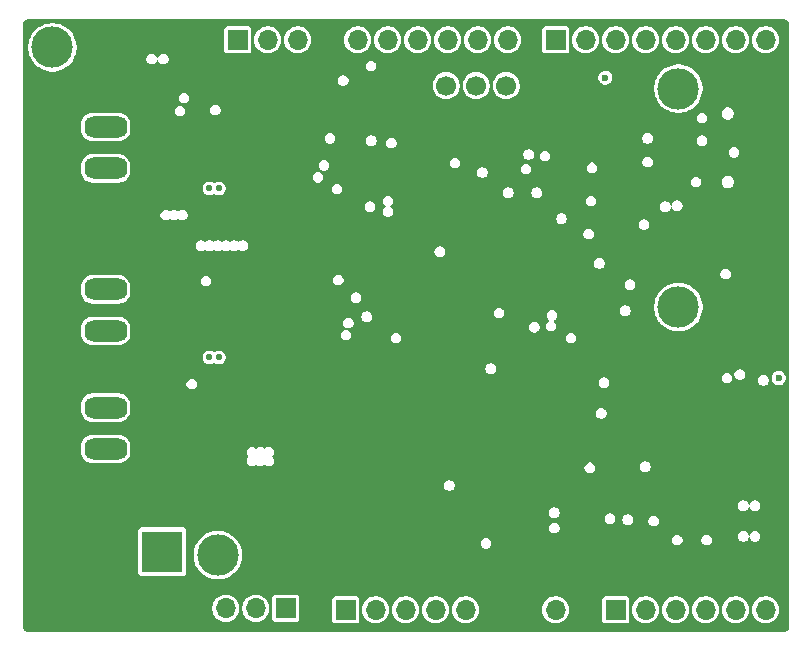
<source format=gbr>
%TF.GenerationSoftware,KiCad,Pcbnew,9.0.1*%
%TF.CreationDate,2025-05-14T19:05:47-04:00*%
%TF.ProjectId,EX-CSB1,45582d43-5342-4312-9e6b-696361645f70,rev?*%
%TF.SameCoordinates,Original*%
%TF.FileFunction,Copper,L3,Inr*%
%TF.FilePolarity,Positive*%
%FSLAX46Y46*%
G04 Gerber Fmt 4.6, Leading zero omitted, Abs format (unit mm)*
G04 Created by KiCad (PCBNEW 9.0.1) date 2025-05-14 19:05:47*
%MOMM*%
%LPD*%
G01*
G04 APERTURE LIST*
G04 Aperture macros list*
%AMRoundRect*
0 Rectangle with rounded corners*
0 $1 Rounding radius*
0 $2 $3 $4 $5 $6 $7 $8 $9 X,Y pos of 4 corners*
0 Add a 4 corners polygon primitive as box body*
4,1,4,$2,$3,$4,$5,$6,$7,$8,$9,$2,$3,0*
0 Add four circle primitives for the rounded corners*
1,1,$1+$1,$2,$3*
1,1,$1+$1,$4,$5*
1,1,$1+$1,$6,$7*
1,1,$1+$1,$8,$9*
0 Add four rect primitives between the rounded corners*
20,1,$1+$1,$2,$3,$4,$5,0*
20,1,$1+$1,$4,$5,$6,$7,0*
20,1,$1+$1,$6,$7,$8,$9,0*
20,1,$1+$1,$8,$9,$2,$3,0*%
G04 Aperture macros list end*
%TA.AperFunction,ComponentPad*%
%ADD10C,0.600000*%
%TD*%
%TA.AperFunction,ComponentPad*%
%ADD11RoundRect,0.720000X-1.080000X0.180000X-1.080000X-0.180000X1.080000X-0.180000X1.080000X0.180000X0*%
%TD*%
%TA.AperFunction,ComponentPad*%
%ADD12R,1.700000X1.700000*%
%TD*%
%TA.AperFunction,ComponentPad*%
%ADD13C,1.700000*%
%TD*%
%TA.AperFunction,ComponentPad*%
%ADD14C,3.500000*%
%TD*%
%TA.AperFunction,ComponentPad*%
%ADD15O,1.700000X1.700000*%
%TD*%
%TA.AperFunction,HeatsinkPad*%
%ADD16O,2.100000X1.000000*%
%TD*%
%TA.AperFunction,HeatsinkPad*%
%ADD17O,1.800000X1.000000*%
%TD*%
%TA.AperFunction,ComponentPad*%
%ADD18C,0.550000*%
%TD*%
%TA.AperFunction,ComponentPad*%
%ADD19C,0.500000*%
%TD*%
%TA.AperFunction,ComponentPad*%
%ADD20R,3.500000X3.500000*%
%TD*%
%TA.AperFunction,ComponentPad*%
%ADD21RoundRect,0.350000X-1.400000X-1.400000X1.400000X-1.400000X1.400000X1.400000X-1.400000X1.400000X0*%
%TD*%
%TA.AperFunction,ComponentPad*%
%ADD22RoundRect,0.875000X-1.125000X-0.875000X1.125000X-0.875000X1.125000X0.875000X-1.125000X0.875000X0*%
%TD*%
%TA.AperFunction,ViaPad*%
%ADD23C,0.600000*%
%TD*%
G04 APERTURE END LIST*
D10*
%TO.N,GND*%
%TO.C,J110*%
X6200000Y35750000D03*
X8800000Y35750000D03*
D11*
X7500000Y36250000D03*
D10*
X6200000Y36750000D03*
X8800000Y36750000D03*
D11*
%TO.N,/Booster-C*%
X7500000Y39750000D03*
D10*
X6200000Y39250000D03*
X8800000Y39250000D03*
X6200000Y40250000D03*
X8800000Y40250000D03*
%TO.N,/Booster-D*%
X8800000Y42750000D03*
D11*
X7500000Y43250000D03*
D10*
X8800000Y43750000D03*
X6200000Y43750000D03*
X6200000Y42750000D03*
%TD*%
D12*
%TO.N,GND*%
%TO.C,J111*%
X33800000Y46750000D03*
D13*
%TO.N,+3V3*%
X36340000Y46750000D03*
%TO.N,/scl*%
X38880000Y46750000D03*
%TO.N,/sda*%
X41420000Y46750000D03*
%TD*%
D14*
%TO.N,N/C*%
%TO.C,H103*%
X56000000Y46500000D03*
%TD*%
D10*
%TO.N,/out1b*%
%TO.C,J103*%
X8800000Y20000000D03*
X6200000Y20000000D03*
D11*
X7500000Y19500000D03*
D10*
X8800000Y19000000D03*
X6200000Y19000000D03*
%TO.N,/out2b*%
X8800000Y16500000D03*
X6200000Y16500000D03*
D11*
X7500000Y16000000D03*
D10*
X8800000Y15500000D03*
X6200000Y15500000D03*
%TD*%
D12*
%TO.N,unconnected-(J108-Pin_1-Pad1)*%
%TO.C,J108*%
X27825000Y2370000D03*
D15*
%TO.N,/io_ref*%
X30365000Y2370000D03*
%TO.N,/reset_n*%
X32905000Y2370000D03*
%TO.N,+3V3*%
X35445000Y2370000D03*
%TO.N,+5V*%
X37985000Y2370000D03*
%TO.N,GND*%
X40525000Y2370000D03*
X43065000Y2370000D03*
%TO.N,/vin_pin*%
X45605000Y2370000D03*
%TD*%
D14*
%TO.N,N/C*%
%TO.C,H104*%
X56000000Y28000000D03*
%TD*%
D16*
%TO.N,GND*%
%TO.C,J114*%
X59685000Y37180000D03*
D17*
X63865000Y37180000D03*
D16*
X59685000Y45820000D03*
D17*
X63865000Y45820000D03*
%TD*%
D12*
%TO.N,/scl*%
%TO.C,J107*%
X18685000Y50630000D03*
D15*
%TO.N,/sda*%
X21225000Y50630000D03*
%TO.N,/aref*%
X23765000Y50630000D03*
%TO.N,GND*%
X26305000Y50630000D03*
%TO.N,/d13*%
X28845000Y50630000D03*
%TO.N,/d12*%
X31385000Y50630000D03*
%TO.N,/d11*%
X33925000Y50630000D03*
%TO.N,/d10*%
X36465000Y50630000D03*
%TO.N,/brake_c*%
X39005000Y50630000D03*
%TO.N,/brake_d*%
X41545000Y50630000D03*
%TD*%
D18*
%TO.N,/out2b*%
%TO.C,U101*%
X16300000Y23750000D03*
%TO.N,VM*%
X17100000Y23750000D03*
D19*
%TO.N,GND*%
X20400000Y26950000D03*
X19800000Y26950000D03*
X19200000Y26950000D03*
X18600000Y26950000D03*
X18000000Y26950000D03*
X17400000Y26950000D03*
X16800000Y26950000D03*
X16200000Y26950000D03*
X15600000Y26950000D03*
X20000000Y26250000D03*
X16000000Y26200000D03*
X20000000Y25500000D03*
X18000000Y25500000D03*
X16000000Y25450000D03*
X15570000Y25000000D03*
X20000000Y24750000D03*
X16010000Y24520000D03*
X15470000Y24340000D03*
X20400000Y24050000D03*
X19700000Y24050000D03*
X19100000Y24050000D03*
X18500000Y24050000D03*
X17900000Y24050000D03*
%TD*%
D10*
%TO.N,/out1a*%
%TO.C,J101*%
X8800000Y30000000D03*
X6200000Y30000000D03*
D11*
X7500000Y29500000D03*
D10*
X8800000Y29000000D03*
X6200000Y29000000D03*
%TO.N,/out2a*%
X8800000Y26500000D03*
X6200000Y26500000D03*
D11*
X7500000Y26000000D03*
D10*
X8800000Y25500000D03*
X6200000Y25500000D03*
%TD*%
D14*
%TO.N,N/C*%
%TO.C,H101*%
X3000000Y50000000D03*
%TD*%
%TO.N,N/C*%
%TO.C,H102*%
X17000000Y7000000D03*
%TD*%
D12*
%TO.N,/d7*%
%TO.C,J113*%
X45605000Y50630000D03*
D15*
%TO.N,/d6*%
X48145000Y50630000D03*
%TO.N,/d5*%
X50685000Y50630000D03*
%TO.N,/d4*%
X53225000Y50630000D03*
%TO.N,/d3*%
X55765000Y50630000D03*
%TO.N,/d2*%
X58305000Y50630000D03*
%TO.N,/USB_RX*%
X60845000Y50630000D03*
%TO.N,/USB_TX*%
X63385000Y50630000D03*
%TD*%
D12*
%TO.N,/Power/v_conn*%
%TO.C,J204*%
X22765000Y2500000D03*
D15*
X20225000Y2500000D03*
X17685000Y2500000D03*
%TO.N,GND*%
X15145000Y2500000D03*
%TD*%
D12*
%TO.N,/a0*%
%TO.C,J112*%
X50685000Y2370000D03*
D15*
%TO.N,/a1*%
X53225000Y2370000D03*
%TO.N,/a2*%
X55765000Y2370000D03*
%TO.N,/a3*%
X58305000Y2370000D03*
%TO.N,/a4*%
X60845000Y2370000D03*
%TO.N,/a5*%
X63385000Y2370000D03*
%TD*%
D10*
%TO.N,/Power/v_conn*%
%TO.C,J201*%
X10900000Y8700000D03*
X10900000Y7300000D03*
X10900000Y5900000D03*
D20*
X12300000Y7300000D03*
D10*
X13700000Y8700000D03*
X13700000Y7300000D03*
X13700000Y5900000D03*
%TO.N,GND*%
X4900000Y8700000D03*
X4900000Y7300000D03*
X4900000Y5900000D03*
D21*
X6300000Y7300000D03*
D10*
X7700000Y8700000D03*
X7700000Y7300000D03*
X7700000Y5900000D03*
D22*
X9400000Y2600000D03*
%TD*%
D18*
%TO.N,/out2a*%
%TO.C,U102*%
X16300000Y38050000D03*
%TO.N,VM*%
X17100000Y38050000D03*
D19*
%TO.N,GND*%
X20400000Y41250000D03*
X19800000Y41250000D03*
X19200000Y41250000D03*
X18600000Y41250000D03*
X18000000Y41250000D03*
X17400000Y41250000D03*
X16800000Y41250000D03*
X16200000Y41250000D03*
X15600000Y41250000D03*
X20000000Y40550000D03*
X16000000Y40500000D03*
X20000000Y39800000D03*
X18000000Y39800000D03*
X16000000Y39750000D03*
X15570000Y39300000D03*
X20000000Y39050000D03*
X16010000Y38820000D03*
X15470000Y38640000D03*
X20400000Y38350000D03*
X19700000Y38350000D03*
X19100000Y38350000D03*
X18500000Y38350000D03*
X17900000Y38350000D03*
%TD*%
D23*
%TO.N,GND*%
X13700000Y40500000D03*
X31200000Y5400000D03*
X27100000Y41400000D03*
X56900000Y34800000D03*
X36000000Y10000000D03*
X40020000Y44140000D03*
X45600000Y21400000D03*
X24200000Y17000000D03*
X5300000Y10000000D03*
X24700000Y18700000D03*
X60900000Y42400000D03*
X57000000Y18900000D03*
X40200000Y11300000D03*
X17700000Y16700000D03*
X32400000Y28900000D03*
X39500000Y10600000D03*
X3300000Y9000000D03*
X28700000Y18700000D03*
X40400000Y8500000D03*
X42800000Y24700000D03*
X50900000Y18400000D03*
X41100000Y8500000D03*
X56300000Y17200000D03*
X48500000Y4400000D03*
X24700000Y19900000D03*
X47600000Y31100000D03*
X56300000Y15800000D03*
X46300000Y21400000D03*
X57700000Y15800000D03*
X40600000Y21900000D03*
X65100000Y27000000D03*
X8900000Y6600000D03*
X22300000Y33500000D03*
X29700000Y29100000D03*
X32600000Y5400000D03*
X65100000Y7400000D03*
X14500000Y38100000D03*
X56200000Y18900000D03*
X65100000Y31300000D03*
X33600000Y19200000D03*
X55600000Y14000000D03*
X5600000Y4200000D03*
X18000000Y13831371D03*
X42900000Y27300000D03*
X14900000Y23700000D03*
X45450000Y47480000D03*
X57700000Y17200000D03*
X35300000Y10000000D03*
X36700000Y10000000D03*
X15400000Y34800000D03*
X15800000Y19400000D03*
X55300000Y40000000D03*
X22800000Y21700000D03*
X53200000Y36500000D03*
X31300000Y41100000D03*
X25500000Y32700000D03*
X3500000Y36350000D03*
X8700000Y5100000D03*
X45400000Y25300000D03*
X6900000Y10000000D03*
X3400000Y5900000D03*
X24800000Y26600000D03*
X3450000Y39800000D03*
X30500000Y31900000D03*
X22300000Y27200000D03*
X57100000Y8700000D03*
X58000000Y22100000D03*
X26600000Y23100000D03*
X40200000Y12000000D03*
X31900000Y5400000D03*
X29100000Y38200000D03*
X56700000Y14000000D03*
X16000000Y15500000D03*
X56400000Y25500000D03*
X3300000Y7300000D03*
X61000000Y29700000D03*
X60600000Y11500000D03*
X49500000Y40500000D03*
X57700000Y14000000D03*
X28100000Y21200000D03*
X60500000Y21000000D03*
X48500000Y13500000D03*
X40200000Y10600000D03*
X58500000Y14000000D03*
X52700000Y10600000D03*
X54200000Y32800000D03*
X7200000Y4500000D03*
X34600000Y10000000D03*
X55700000Y42300000D03*
X22300000Y32500000D03*
X31400000Y19200000D03*
X44200000Y39100000D03*
X13900000Y24900000D03*
X28700000Y7300000D03*
X8800000Y7900000D03*
X40300000Y6500000D03*
X38700000Y27300000D03*
X4100000Y4400000D03*
X10350000Y50000000D03*
X58000000Y18900000D03*
X48500000Y35800000D03*
X4000000Y10100000D03*
X3000000Y29300000D03*
X8500000Y9700000D03*
X3800000Y18900000D03*
%TO.N,+3V3*%
X49820000Y47430000D03*
X64500000Y22000000D03*
%TD*%
%TA.AperFunction,Conductor*%
%TO.N,GND*%
G36*
X64903487Y52399108D02*
G01*
X65004153Y52387765D01*
X65017792Y52384652D01*
X65110082Y52352359D01*
X65122686Y52346289D01*
X65205470Y52294272D01*
X65216412Y52285546D01*
X65285545Y52216413D01*
X65294271Y52205471D01*
X65346286Y52122690D01*
X65352359Y52110080D01*
X65384650Y52017795D01*
X65387764Y52004151D01*
X65399107Y51903488D01*
X65399500Y51896490D01*
X65399500Y1003511D01*
X65399107Y996513D01*
X65387764Y895850D01*
X65384650Y882206D01*
X65352359Y789921D01*
X65346286Y777311D01*
X65294271Y694530D01*
X65285545Y683588D01*
X65216412Y614455D01*
X65205470Y605729D01*
X65122689Y553714D01*
X65110079Y547641D01*
X65017794Y515350D01*
X65004150Y512236D01*
X64903488Y500893D01*
X64896490Y500500D01*
X1003510Y500500D01*
X996512Y500893D01*
X895849Y512236D01*
X882205Y515350D01*
X789920Y547641D01*
X777310Y553714D01*
X694529Y605729D01*
X683587Y614455D01*
X614454Y683588D01*
X605728Y694530D01*
X553713Y777311D01*
X547641Y789918D01*
X515348Y882208D01*
X512235Y895850D01*
X500893Y996513D01*
X500500Y1003511D01*
X500500Y2590544D01*
X16534500Y2590544D01*
X16534500Y2409457D01*
X16534501Y2409441D01*
X16562828Y2230597D01*
X16562831Y2230584D01*
X16618787Y2058367D01*
X16618789Y2058360D01*
X16685025Y1928367D01*
X16701004Y1897006D01*
X16807447Y1750499D01*
X16807450Y1750496D01*
X16807453Y1750492D01*
X16935491Y1622454D01*
X16935494Y1622452D01*
X16935499Y1622447D01*
X17082006Y1516004D01*
X17243361Y1433789D01*
X17415591Y1377829D01*
X17555922Y1355603D01*
X17594440Y1349502D01*
X17594446Y1349502D01*
X17594454Y1349500D01*
X17594456Y1349500D01*
X17775544Y1349500D01*
X17775546Y1349500D01*
X17954409Y1377829D01*
X18126639Y1433789D01*
X18287994Y1516004D01*
X18434501Y1622447D01*
X18562553Y1750499D01*
X18668996Y1897006D01*
X18751211Y2058361D01*
X18807171Y2230591D01*
X18835500Y2409454D01*
X18835500Y2590544D01*
X19074500Y2590544D01*
X19074500Y2409457D01*
X19074501Y2409441D01*
X19102828Y2230597D01*
X19102831Y2230584D01*
X19158787Y2058367D01*
X19158789Y2058360D01*
X19225025Y1928367D01*
X19241004Y1897006D01*
X19347447Y1750499D01*
X19347450Y1750496D01*
X19347453Y1750492D01*
X19475491Y1622454D01*
X19475494Y1622452D01*
X19475499Y1622447D01*
X19622006Y1516004D01*
X19783361Y1433789D01*
X19955591Y1377829D01*
X20095922Y1355603D01*
X20134440Y1349502D01*
X20134446Y1349502D01*
X20134454Y1349500D01*
X20134456Y1349500D01*
X20315544Y1349500D01*
X20315546Y1349500D01*
X20494409Y1377829D01*
X20666639Y1433789D01*
X20827994Y1516004D01*
X20974501Y1622447D01*
X21102553Y1750499D01*
X21208996Y1897006D01*
X21291211Y2058361D01*
X21347171Y2230591D01*
X21375500Y2409454D01*
X21375500Y2590546D01*
X21347171Y2769409D01*
X21291211Y2941639D01*
X21208996Y3102994D01*
X21102553Y3249501D01*
X21102548Y3249506D01*
X21102546Y3249509D01*
X20974508Y3377547D01*
X20974504Y3377550D01*
X20974501Y3377553D01*
X20950674Y3394864D01*
X21614500Y3394864D01*
X21614500Y1605137D01*
X21617415Y1580011D01*
X21617415Y1580009D01*
X21662794Y1477235D01*
X21742235Y1397794D01*
X21845009Y1352415D01*
X21870135Y1349500D01*
X23659864Y1349501D01*
X23684991Y1352415D01*
X23787765Y1397794D01*
X23867206Y1477235D01*
X23912585Y1580009D01*
X23915500Y1605135D01*
X23915499Y3264864D01*
X26674500Y3264864D01*
X26674500Y1475137D01*
X26677415Y1450011D01*
X26677415Y1450009D01*
X26722794Y1347235D01*
X26802235Y1267794D01*
X26905009Y1222415D01*
X26930135Y1219500D01*
X28719864Y1219501D01*
X28744991Y1222415D01*
X28847765Y1267794D01*
X28927206Y1347235D01*
X28972585Y1450009D01*
X28975500Y1475135D01*
X28975499Y2460544D01*
X29214500Y2460544D01*
X29214500Y2279457D01*
X29214501Y2279441D01*
X29242828Y2100597D01*
X29242831Y2100584D01*
X29298787Y1928367D01*
X29298789Y1928360D01*
X29314765Y1897006D01*
X29381004Y1767006D01*
X29487447Y1620499D01*
X29487450Y1620496D01*
X29487453Y1620492D01*
X29615491Y1492454D01*
X29615494Y1492452D01*
X29615499Y1492447D01*
X29762006Y1386004D01*
X29923361Y1303789D01*
X30095591Y1247829D01*
X30235922Y1225603D01*
X30274440Y1219502D01*
X30274446Y1219502D01*
X30274454Y1219500D01*
X30274456Y1219500D01*
X30455544Y1219500D01*
X30455546Y1219500D01*
X30634409Y1247829D01*
X30806639Y1303789D01*
X30967994Y1386004D01*
X31114501Y1492447D01*
X31242553Y1620499D01*
X31348996Y1767006D01*
X31431211Y1928361D01*
X31487171Y2100591D01*
X31515500Y2279454D01*
X31515500Y2460544D01*
X31754500Y2460544D01*
X31754500Y2279457D01*
X31754501Y2279441D01*
X31782828Y2100597D01*
X31782831Y2100584D01*
X31838787Y1928367D01*
X31838789Y1928360D01*
X31854765Y1897006D01*
X31921004Y1767006D01*
X32027447Y1620499D01*
X32027450Y1620496D01*
X32027453Y1620492D01*
X32155491Y1492454D01*
X32155494Y1492452D01*
X32155499Y1492447D01*
X32302006Y1386004D01*
X32463361Y1303789D01*
X32635591Y1247829D01*
X32775922Y1225603D01*
X32814440Y1219502D01*
X32814446Y1219502D01*
X32814454Y1219500D01*
X32814456Y1219500D01*
X32995544Y1219500D01*
X32995546Y1219500D01*
X33174409Y1247829D01*
X33346639Y1303789D01*
X33507994Y1386004D01*
X33654501Y1492447D01*
X33782553Y1620499D01*
X33888996Y1767006D01*
X33971211Y1928361D01*
X34027171Y2100591D01*
X34055500Y2279454D01*
X34055500Y2460544D01*
X34294500Y2460544D01*
X34294500Y2279457D01*
X34294501Y2279441D01*
X34322828Y2100597D01*
X34322831Y2100584D01*
X34378787Y1928367D01*
X34378789Y1928360D01*
X34394765Y1897006D01*
X34461004Y1767006D01*
X34567447Y1620499D01*
X34567450Y1620496D01*
X34567453Y1620492D01*
X34695491Y1492454D01*
X34695494Y1492452D01*
X34695499Y1492447D01*
X34842006Y1386004D01*
X35003361Y1303789D01*
X35175591Y1247829D01*
X35315922Y1225603D01*
X35354440Y1219502D01*
X35354446Y1219502D01*
X35354454Y1219500D01*
X35354456Y1219500D01*
X35535544Y1219500D01*
X35535546Y1219500D01*
X35714409Y1247829D01*
X35886639Y1303789D01*
X36047994Y1386004D01*
X36194501Y1492447D01*
X36322553Y1620499D01*
X36428996Y1767006D01*
X36511211Y1928361D01*
X36567171Y2100591D01*
X36595500Y2279454D01*
X36595500Y2460544D01*
X36834500Y2460544D01*
X36834500Y2279457D01*
X36834501Y2279441D01*
X36862828Y2100597D01*
X36862831Y2100584D01*
X36918787Y1928367D01*
X36918789Y1928360D01*
X36934765Y1897006D01*
X37001004Y1767006D01*
X37107447Y1620499D01*
X37107450Y1620496D01*
X37107453Y1620492D01*
X37235491Y1492454D01*
X37235494Y1492452D01*
X37235499Y1492447D01*
X37382006Y1386004D01*
X37543361Y1303789D01*
X37715591Y1247829D01*
X37855922Y1225603D01*
X37894440Y1219502D01*
X37894446Y1219502D01*
X37894454Y1219500D01*
X37894456Y1219500D01*
X38075544Y1219500D01*
X38075546Y1219500D01*
X38254409Y1247829D01*
X38426639Y1303789D01*
X38587994Y1386004D01*
X38734501Y1492447D01*
X38862553Y1620499D01*
X38968996Y1767006D01*
X39051211Y1928361D01*
X39107171Y2100591D01*
X39135500Y2279454D01*
X39135500Y2460544D01*
X44454500Y2460544D01*
X44454500Y2279457D01*
X44454501Y2279441D01*
X44482828Y2100597D01*
X44482831Y2100584D01*
X44538787Y1928367D01*
X44538789Y1928360D01*
X44554765Y1897006D01*
X44621004Y1767006D01*
X44727447Y1620499D01*
X44727450Y1620496D01*
X44727453Y1620492D01*
X44855491Y1492454D01*
X44855494Y1492452D01*
X44855499Y1492447D01*
X45002006Y1386004D01*
X45163361Y1303789D01*
X45335591Y1247829D01*
X45475922Y1225603D01*
X45514440Y1219502D01*
X45514446Y1219502D01*
X45514454Y1219500D01*
X45514456Y1219500D01*
X45695544Y1219500D01*
X45695546Y1219500D01*
X45874409Y1247829D01*
X46046639Y1303789D01*
X46207994Y1386004D01*
X46354501Y1492447D01*
X46482553Y1620499D01*
X46588996Y1767006D01*
X46671211Y1928361D01*
X46727171Y2100591D01*
X46755500Y2279454D01*
X46755500Y2460546D01*
X46727171Y2639409D01*
X46671211Y2811639D01*
X46588996Y2972994D01*
X46482553Y3119501D01*
X46482548Y3119506D01*
X46482546Y3119509D01*
X46354508Y3247547D01*
X46354504Y3247550D01*
X46354501Y3247553D01*
X46330674Y3264864D01*
X49534500Y3264864D01*
X49534500Y1475137D01*
X49537415Y1450011D01*
X49537415Y1450009D01*
X49582794Y1347235D01*
X49662235Y1267794D01*
X49765009Y1222415D01*
X49790135Y1219500D01*
X51579864Y1219501D01*
X51604991Y1222415D01*
X51707765Y1267794D01*
X51787206Y1347235D01*
X51832585Y1450009D01*
X51835500Y1475135D01*
X51835499Y2460544D01*
X52074500Y2460544D01*
X52074500Y2279457D01*
X52074501Y2279441D01*
X52102828Y2100597D01*
X52102831Y2100584D01*
X52158787Y1928367D01*
X52158789Y1928360D01*
X52174765Y1897006D01*
X52241004Y1767006D01*
X52347447Y1620499D01*
X52347450Y1620496D01*
X52347453Y1620492D01*
X52475491Y1492454D01*
X52475494Y1492452D01*
X52475499Y1492447D01*
X52622006Y1386004D01*
X52783361Y1303789D01*
X52955591Y1247829D01*
X53095922Y1225603D01*
X53134440Y1219502D01*
X53134446Y1219502D01*
X53134454Y1219500D01*
X53134456Y1219500D01*
X53315544Y1219500D01*
X53315546Y1219500D01*
X53494409Y1247829D01*
X53666639Y1303789D01*
X53827994Y1386004D01*
X53974501Y1492447D01*
X54102553Y1620499D01*
X54208996Y1767006D01*
X54291211Y1928361D01*
X54347171Y2100591D01*
X54375500Y2279454D01*
X54375500Y2460544D01*
X54614500Y2460544D01*
X54614500Y2279457D01*
X54614501Y2279441D01*
X54642828Y2100597D01*
X54642831Y2100584D01*
X54698787Y1928367D01*
X54698789Y1928360D01*
X54714765Y1897006D01*
X54781004Y1767006D01*
X54887447Y1620499D01*
X54887450Y1620496D01*
X54887453Y1620492D01*
X55015491Y1492454D01*
X55015494Y1492452D01*
X55015499Y1492447D01*
X55162006Y1386004D01*
X55323361Y1303789D01*
X55495591Y1247829D01*
X55635922Y1225603D01*
X55674440Y1219502D01*
X55674446Y1219502D01*
X55674454Y1219500D01*
X55674456Y1219500D01*
X55855544Y1219500D01*
X55855546Y1219500D01*
X56034409Y1247829D01*
X56206639Y1303789D01*
X56367994Y1386004D01*
X56514501Y1492447D01*
X56642553Y1620499D01*
X56748996Y1767006D01*
X56831211Y1928361D01*
X56887171Y2100591D01*
X56915500Y2279454D01*
X56915500Y2460544D01*
X57154500Y2460544D01*
X57154500Y2279457D01*
X57154501Y2279441D01*
X57182828Y2100597D01*
X57182831Y2100584D01*
X57238787Y1928367D01*
X57238789Y1928360D01*
X57254765Y1897006D01*
X57321004Y1767006D01*
X57427447Y1620499D01*
X57427450Y1620496D01*
X57427453Y1620492D01*
X57555491Y1492454D01*
X57555494Y1492452D01*
X57555499Y1492447D01*
X57702006Y1386004D01*
X57863361Y1303789D01*
X58035591Y1247829D01*
X58175922Y1225603D01*
X58214440Y1219502D01*
X58214446Y1219502D01*
X58214454Y1219500D01*
X58214456Y1219500D01*
X58395544Y1219500D01*
X58395546Y1219500D01*
X58574409Y1247829D01*
X58746639Y1303789D01*
X58907994Y1386004D01*
X59054501Y1492447D01*
X59182553Y1620499D01*
X59288996Y1767006D01*
X59371211Y1928361D01*
X59427171Y2100591D01*
X59455500Y2279454D01*
X59455500Y2460544D01*
X59694500Y2460544D01*
X59694500Y2279457D01*
X59694501Y2279441D01*
X59722828Y2100597D01*
X59722831Y2100584D01*
X59778787Y1928367D01*
X59778789Y1928360D01*
X59794765Y1897006D01*
X59861004Y1767006D01*
X59967447Y1620499D01*
X59967450Y1620496D01*
X59967453Y1620492D01*
X60095491Y1492454D01*
X60095494Y1492452D01*
X60095499Y1492447D01*
X60242006Y1386004D01*
X60403361Y1303789D01*
X60575591Y1247829D01*
X60715922Y1225603D01*
X60754440Y1219502D01*
X60754446Y1219502D01*
X60754454Y1219500D01*
X60754456Y1219500D01*
X60935544Y1219500D01*
X60935546Y1219500D01*
X61114409Y1247829D01*
X61286639Y1303789D01*
X61447994Y1386004D01*
X61594501Y1492447D01*
X61722553Y1620499D01*
X61828996Y1767006D01*
X61911211Y1928361D01*
X61967171Y2100591D01*
X61995500Y2279454D01*
X61995500Y2460544D01*
X62234500Y2460544D01*
X62234500Y2279457D01*
X62234501Y2279441D01*
X62262828Y2100597D01*
X62262831Y2100584D01*
X62318787Y1928367D01*
X62318789Y1928360D01*
X62334765Y1897006D01*
X62401004Y1767006D01*
X62507447Y1620499D01*
X62507450Y1620496D01*
X62507453Y1620492D01*
X62635491Y1492454D01*
X62635494Y1492452D01*
X62635499Y1492447D01*
X62782006Y1386004D01*
X62943361Y1303789D01*
X63115591Y1247829D01*
X63255922Y1225603D01*
X63294440Y1219502D01*
X63294446Y1219502D01*
X63294454Y1219500D01*
X63294456Y1219500D01*
X63475544Y1219500D01*
X63475546Y1219500D01*
X63654409Y1247829D01*
X63826639Y1303789D01*
X63987994Y1386004D01*
X64134501Y1492447D01*
X64262553Y1620499D01*
X64368996Y1767006D01*
X64451211Y1928361D01*
X64507171Y2100591D01*
X64535500Y2279454D01*
X64535500Y2460546D01*
X64507171Y2639409D01*
X64451211Y2811639D01*
X64368996Y2972994D01*
X64262553Y3119501D01*
X64262548Y3119506D01*
X64262546Y3119509D01*
X64134508Y3247547D01*
X64134504Y3247550D01*
X64134501Y3247553D01*
X63987994Y3353996D01*
X63941761Y3377553D01*
X63826640Y3436211D01*
X63826633Y3436213D01*
X63654416Y3492169D01*
X63654413Y3492170D01*
X63654409Y3492171D01*
X63654403Y3492172D01*
X63475559Y3520499D01*
X63475547Y3520500D01*
X63475546Y3520500D01*
X63294454Y3520500D01*
X63294452Y3520500D01*
X63294440Y3520499D01*
X63115596Y3492172D01*
X63115593Y3492172D01*
X63115591Y3492171D01*
X63115589Y3492171D01*
X63115583Y3492169D01*
X62943366Y3436213D01*
X62943359Y3436211D01*
X62782005Y3353996D01*
X62635491Y3247547D01*
X62507453Y3119509D01*
X62401004Y2972995D01*
X62318789Y2811641D01*
X62318787Y2811634D01*
X62262831Y2639417D01*
X62262828Y2639404D01*
X62234501Y2460560D01*
X62234500Y2460544D01*
X61995500Y2460544D01*
X61995500Y2460546D01*
X61967171Y2639409D01*
X61911211Y2811639D01*
X61828996Y2972994D01*
X61722553Y3119501D01*
X61722548Y3119506D01*
X61722546Y3119509D01*
X61594508Y3247547D01*
X61594504Y3247550D01*
X61594501Y3247553D01*
X61447994Y3353996D01*
X61401761Y3377553D01*
X61286640Y3436211D01*
X61286633Y3436213D01*
X61114416Y3492169D01*
X61114413Y3492170D01*
X61114409Y3492171D01*
X61114403Y3492172D01*
X60935559Y3520499D01*
X60935547Y3520500D01*
X60935546Y3520500D01*
X60754454Y3520500D01*
X60754452Y3520500D01*
X60754440Y3520499D01*
X60575596Y3492172D01*
X60575593Y3492172D01*
X60575591Y3492171D01*
X60575589Y3492171D01*
X60575583Y3492169D01*
X60403366Y3436213D01*
X60403359Y3436211D01*
X60242005Y3353996D01*
X60095491Y3247547D01*
X59967453Y3119509D01*
X59861004Y2972995D01*
X59778789Y2811641D01*
X59778787Y2811634D01*
X59722831Y2639417D01*
X59722828Y2639404D01*
X59694501Y2460560D01*
X59694500Y2460544D01*
X59455500Y2460544D01*
X59455500Y2460546D01*
X59427171Y2639409D01*
X59371211Y2811639D01*
X59288996Y2972994D01*
X59182553Y3119501D01*
X59182548Y3119506D01*
X59182546Y3119509D01*
X59054508Y3247547D01*
X59054504Y3247550D01*
X59054501Y3247553D01*
X58907994Y3353996D01*
X58861761Y3377553D01*
X58746640Y3436211D01*
X58746633Y3436213D01*
X58574416Y3492169D01*
X58574413Y3492170D01*
X58574409Y3492171D01*
X58574403Y3492172D01*
X58395559Y3520499D01*
X58395547Y3520500D01*
X58395546Y3520500D01*
X58214454Y3520500D01*
X58214452Y3520500D01*
X58214440Y3520499D01*
X58035596Y3492172D01*
X58035593Y3492172D01*
X58035591Y3492171D01*
X58035589Y3492171D01*
X58035583Y3492169D01*
X57863366Y3436213D01*
X57863359Y3436211D01*
X57702005Y3353996D01*
X57555491Y3247547D01*
X57427453Y3119509D01*
X57321004Y2972995D01*
X57238789Y2811641D01*
X57238787Y2811634D01*
X57182831Y2639417D01*
X57182828Y2639404D01*
X57154501Y2460560D01*
X57154500Y2460544D01*
X56915500Y2460544D01*
X56915500Y2460546D01*
X56887171Y2639409D01*
X56831211Y2811639D01*
X56748996Y2972994D01*
X56642553Y3119501D01*
X56642548Y3119506D01*
X56642546Y3119509D01*
X56514508Y3247547D01*
X56514504Y3247550D01*
X56514501Y3247553D01*
X56367994Y3353996D01*
X56321761Y3377553D01*
X56206640Y3436211D01*
X56206633Y3436213D01*
X56034416Y3492169D01*
X56034413Y3492170D01*
X56034409Y3492171D01*
X56034403Y3492172D01*
X55855559Y3520499D01*
X55855547Y3520500D01*
X55855546Y3520500D01*
X55674454Y3520500D01*
X55674452Y3520500D01*
X55674440Y3520499D01*
X55495596Y3492172D01*
X55495593Y3492172D01*
X55495591Y3492171D01*
X55495589Y3492171D01*
X55495583Y3492169D01*
X55323366Y3436213D01*
X55323359Y3436211D01*
X55162005Y3353996D01*
X55015491Y3247547D01*
X54887453Y3119509D01*
X54781004Y2972995D01*
X54698789Y2811641D01*
X54698787Y2811634D01*
X54642831Y2639417D01*
X54642828Y2639404D01*
X54614501Y2460560D01*
X54614500Y2460544D01*
X54375500Y2460544D01*
X54375500Y2460546D01*
X54347171Y2639409D01*
X54291211Y2811639D01*
X54208996Y2972994D01*
X54102553Y3119501D01*
X54102548Y3119506D01*
X54102546Y3119509D01*
X53974508Y3247547D01*
X53974504Y3247550D01*
X53974501Y3247553D01*
X53827994Y3353996D01*
X53781761Y3377553D01*
X53666640Y3436211D01*
X53666633Y3436213D01*
X53494416Y3492169D01*
X53494413Y3492170D01*
X53494409Y3492171D01*
X53494403Y3492172D01*
X53315559Y3520499D01*
X53315547Y3520500D01*
X53315546Y3520500D01*
X53134454Y3520500D01*
X53134452Y3520500D01*
X53134440Y3520499D01*
X52955596Y3492172D01*
X52955593Y3492172D01*
X52955591Y3492171D01*
X52955589Y3492171D01*
X52955583Y3492169D01*
X52783366Y3436213D01*
X52783359Y3436211D01*
X52622005Y3353996D01*
X52475491Y3247547D01*
X52347453Y3119509D01*
X52241004Y2972995D01*
X52158789Y2811641D01*
X52158787Y2811634D01*
X52102831Y2639417D01*
X52102828Y2639404D01*
X52074501Y2460560D01*
X52074500Y2460544D01*
X51835499Y2460544D01*
X51835499Y3264864D01*
X51832585Y3289991D01*
X51787206Y3392765D01*
X51707765Y3472206D01*
X51604991Y3517585D01*
X51579865Y3520500D01*
X51579863Y3520500D01*
X49790136Y3520500D01*
X49765007Y3517585D01*
X49662233Y3472205D01*
X49582795Y3392767D01*
X49537415Y3289990D01*
X49534500Y3264864D01*
X46330674Y3264864D01*
X46207994Y3353996D01*
X46161761Y3377553D01*
X46046640Y3436211D01*
X46046633Y3436213D01*
X45874416Y3492169D01*
X45874413Y3492170D01*
X45874409Y3492171D01*
X45874403Y3492172D01*
X45695559Y3520499D01*
X45695547Y3520500D01*
X45695546Y3520500D01*
X45514454Y3520500D01*
X45514452Y3520500D01*
X45514440Y3520499D01*
X45335596Y3492172D01*
X45335593Y3492172D01*
X45335591Y3492171D01*
X45335589Y3492171D01*
X45335583Y3492169D01*
X45163366Y3436213D01*
X45163359Y3436211D01*
X45002005Y3353996D01*
X44855491Y3247547D01*
X44727453Y3119509D01*
X44621004Y2972995D01*
X44538789Y2811641D01*
X44538787Y2811634D01*
X44482831Y2639417D01*
X44482828Y2639404D01*
X44454501Y2460560D01*
X44454500Y2460544D01*
X39135500Y2460544D01*
X39135500Y2460546D01*
X39107171Y2639409D01*
X39051211Y2811639D01*
X38968996Y2972994D01*
X38862553Y3119501D01*
X38862548Y3119506D01*
X38862546Y3119509D01*
X38734508Y3247547D01*
X38734504Y3247550D01*
X38734501Y3247553D01*
X38587994Y3353996D01*
X38541761Y3377553D01*
X38426640Y3436211D01*
X38426633Y3436213D01*
X38254416Y3492169D01*
X38254413Y3492170D01*
X38254409Y3492171D01*
X38254403Y3492172D01*
X38075559Y3520499D01*
X38075547Y3520500D01*
X38075546Y3520500D01*
X37894454Y3520500D01*
X37894452Y3520500D01*
X37894440Y3520499D01*
X37715596Y3492172D01*
X37715593Y3492172D01*
X37715591Y3492171D01*
X37715589Y3492171D01*
X37715583Y3492169D01*
X37543366Y3436213D01*
X37543359Y3436211D01*
X37382005Y3353996D01*
X37235491Y3247547D01*
X37107453Y3119509D01*
X37001004Y2972995D01*
X36918789Y2811641D01*
X36918787Y2811634D01*
X36862831Y2639417D01*
X36862828Y2639404D01*
X36834501Y2460560D01*
X36834500Y2460544D01*
X36595500Y2460544D01*
X36595500Y2460546D01*
X36567171Y2639409D01*
X36511211Y2811639D01*
X36428996Y2972994D01*
X36322553Y3119501D01*
X36322548Y3119506D01*
X36322546Y3119509D01*
X36194508Y3247547D01*
X36194504Y3247550D01*
X36194501Y3247553D01*
X36047994Y3353996D01*
X36001761Y3377553D01*
X35886640Y3436211D01*
X35886633Y3436213D01*
X35714416Y3492169D01*
X35714413Y3492170D01*
X35714409Y3492171D01*
X35714403Y3492172D01*
X35535559Y3520499D01*
X35535547Y3520500D01*
X35535546Y3520500D01*
X35354454Y3520500D01*
X35354452Y3520500D01*
X35354440Y3520499D01*
X35175596Y3492172D01*
X35175593Y3492172D01*
X35175591Y3492171D01*
X35175589Y3492171D01*
X35175583Y3492169D01*
X35003366Y3436213D01*
X35003359Y3436211D01*
X34842005Y3353996D01*
X34695491Y3247547D01*
X34567453Y3119509D01*
X34461004Y2972995D01*
X34378789Y2811641D01*
X34378787Y2811634D01*
X34322831Y2639417D01*
X34322828Y2639404D01*
X34294501Y2460560D01*
X34294500Y2460544D01*
X34055500Y2460544D01*
X34055500Y2460546D01*
X34027171Y2639409D01*
X33971211Y2811639D01*
X33888996Y2972994D01*
X33782553Y3119501D01*
X33782548Y3119506D01*
X33782546Y3119509D01*
X33654508Y3247547D01*
X33654504Y3247550D01*
X33654501Y3247553D01*
X33507994Y3353996D01*
X33461761Y3377553D01*
X33346640Y3436211D01*
X33346633Y3436213D01*
X33174416Y3492169D01*
X33174413Y3492170D01*
X33174409Y3492171D01*
X33174403Y3492172D01*
X32995559Y3520499D01*
X32995547Y3520500D01*
X32995546Y3520500D01*
X32814454Y3520500D01*
X32814452Y3520500D01*
X32814440Y3520499D01*
X32635596Y3492172D01*
X32635593Y3492172D01*
X32635591Y3492171D01*
X32635589Y3492171D01*
X32635583Y3492169D01*
X32463366Y3436213D01*
X32463359Y3436211D01*
X32302005Y3353996D01*
X32155491Y3247547D01*
X32027453Y3119509D01*
X31921004Y2972995D01*
X31838789Y2811641D01*
X31838787Y2811634D01*
X31782831Y2639417D01*
X31782828Y2639404D01*
X31754501Y2460560D01*
X31754500Y2460544D01*
X31515500Y2460544D01*
X31515500Y2460546D01*
X31487171Y2639409D01*
X31431211Y2811639D01*
X31348996Y2972994D01*
X31242553Y3119501D01*
X31242548Y3119506D01*
X31242546Y3119509D01*
X31114508Y3247547D01*
X31114504Y3247550D01*
X31114501Y3247553D01*
X30967994Y3353996D01*
X30921761Y3377553D01*
X30806640Y3436211D01*
X30806633Y3436213D01*
X30634416Y3492169D01*
X30634413Y3492170D01*
X30634409Y3492171D01*
X30634403Y3492172D01*
X30455559Y3520499D01*
X30455547Y3520500D01*
X30455546Y3520500D01*
X30274454Y3520500D01*
X30274452Y3520500D01*
X30274440Y3520499D01*
X30095596Y3492172D01*
X30095593Y3492172D01*
X30095591Y3492171D01*
X30095589Y3492171D01*
X30095583Y3492169D01*
X29923366Y3436213D01*
X29923359Y3436211D01*
X29762005Y3353996D01*
X29615491Y3247547D01*
X29487453Y3119509D01*
X29381004Y2972995D01*
X29298789Y2811641D01*
X29298787Y2811634D01*
X29242831Y2639417D01*
X29242828Y2639404D01*
X29214501Y2460560D01*
X29214500Y2460544D01*
X28975499Y2460544D01*
X28975499Y3264864D01*
X28972585Y3289991D01*
X28927206Y3392765D01*
X28847765Y3472206D01*
X28744991Y3517585D01*
X28719865Y3520500D01*
X28719863Y3520500D01*
X26930136Y3520500D01*
X26905007Y3517585D01*
X26802233Y3472205D01*
X26722795Y3392767D01*
X26677415Y3289990D01*
X26674500Y3264864D01*
X23915499Y3264864D01*
X23915499Y3394864D01*
X23912585Y3419991D01*
X23867206Y3522765D01*
X23787765Y3602206D01*
X23684991Y3647585D01*
X23659865Y3650500D01*
X23659863Y3650500D01*
X21870136Y3650500D01*
X21845007Y3647585D01*
X21742233Y3602205D01*
X21662795Y3522767D01*
X21662794Y3522766D01*
X21662794Y3522765D01*
X21649286Y3492171D01*
X21617415Y3419990D01*
X21614500Y3394864D01*
X20950674Y3394864D01*
X20827994Y3483996D01*
X20811948Y3492172D01*
X20666640Y3566211D01*
X20666633Y3566213D01*
X20494416Y3622169D01*
X20494413Y3622170D01*
X20494409Y3622171D01*
X20494403Y3622172D01*
X20315559Y3650499D01*
X20315547Y3650500D01*
X20315546Y3650500D01*
X20134454Y3650500D01*
X20134452Y3650500D01*
X20134440Y3650499D01*
X19955596Y3622172D01*
X19955593Y3622172D01*
X19955591Y3622171D01*
X19955589Y3622171D01*
X19955583Y3622169D01*
X19783366Y3566213D01*
X19783359Y3566211D01*
X19622005Y3483996D01*
X19475491Y3377547D01*
X19347453Y3249509D01*
X19347447Y3249502D01*
X19347447Y3249501D01*
X19325599Y3219430D01*
X19241004Y3102995D01*
X19158789Y2941641D01*
X19158787Y2941634D01*
X19102831Y2769417D01*
X19102828Y2769404D01*
X19074501Y2590560D01*
X19074500Y2590544D01*
X18835500Y2590544D01*
X18835500Y2590546D01*
X18807171Y2769409D01*
X18751211Y2941639D01*
X18668996Y3102994D01*
X18562553Y3249501D01*
X18562548Y3249506D01*
X18562546Y3249509D01*
X18434508Y3377547D01*
X18434504Y3377550D01*
X18434501Y3377553D01*
X18287994Y3483996D01*
X18271948Y3492172D01*
X18126640Y3566211D01*
X18126633Y3566213D01*
X17954416Y3622169D01*
X17954413Y3622170D01*
X17954409Y3622171D01*
X17954403Y3622172D01*
X17775559Y3650499D01*
X17775547Y3650500D01*
X17775546Y3650500D01*
X17594454Y3650500D01*
X17594452Y3650500D01*
X17594440Y3650499D01*
X17415596Y3622172D01*
X17415593Y3622172D01*
X17415591Y3622171D01*
X17415589Y3622171D01*
X17415583Y3622169D01*
X17243366Y3566213D01*
X17243359Y3566211D01*
X17082005Y3483996D01*
X16935491Y3377547D01*
X16807453Y3249509D01*
X16807447Y3249502D01*
X16807447Y3249501D01*
X16785599Y3219430D01*
X16701004Y3102995D01*
X16618789Y2941641D01*
X16618787Y2941634D01*
X16562831Y2769417D01*
X16562828Y2769404D01*
X16534501Y2590560D01*
X16534500Y2590544D01*
X500500Y2590544D01*
X500500Y9094864D01*
X10249500Y9094864D01*
X10249500Y5505137D01*
X10252415Y5480011D01*
X10252415Y5480009D01*
X10297794Y5377235D01*
X10377235Y5297794D01*
X10480009Y5252415D01*
X10505135Y5249500D01*
X14094864Y5249501D01*
X14119991Y5252415D01*
X14222765Y5297794D01*
X14302206Y5377235D01*
X14347585Y5480009D01*
X14350500Y5505135D01*
X14350499Y7134402D01*
X14949500Y7134402D01*
X14949500Y6865599D01*
X14984584Y6599106D01*
X14984584Y6599105D01*
X15054147Y6339491D01*
X15054151Y6339480D01*
X15054153Y6339474D01*
X15108904Y6207292D01*
X15157013Y6091147D01*
X15157015Y6091144D01*
X15157016Y6091141D01*
X15291413Y5858359D01*
X15455044Y5645110D01*
X15645110Y5455044D01*
X15858359Y5291413D01*
X16091141Y5157016D01*
X16339474Y5054153D01*
X16339484Y5054151D01*
X16339490Y5054148D01*
X16599104Y4984585D01*
X16599106Y4984585D01*
X16599109Y4984584D01*
X16865603Y4949500D01*
X16865609Y4949500D01*
X17134391Y4949500D01*
X17134397Y4949500D01*
X17400891Y4984584D01*
X17400895Y4984585D01*
X17660509Y5054148D01*
X17660512Y5054150D01*
X17660526Y5054153D01*
X17908859Y5157016D01*
X18141641Y5291413D01*
X18354890Y5455044D01*
X18544956Y5645110D01*
X18708587Y5858359D01*
X18842984Y6091141D01*
X18945847Y6339474D01*
X19015416Y6599109D01*
X19050500Y6865603D01*
X19050500Y7134397D01*
X19015416Y7400891D01*
X19015415Y7400896D01*
X18945852Y7660510D01*
X18945849Y7660516D01*
X18945847Y7660526D01*
X18842984Y7908859D01*
X18756122Y8059308D01*
X39249500Y8059308D01*
X39249500Y7940693D01*
X39249501Y7940685D01*
X39280200Y7826115D01*
X39280203Y7826109D01*
X39339508Y7723391D01*
X39339515Y7723382D01*
X39423381Y7639516D01*
X39423390Y7639509D01*
X39526108Y7580204D01*
X39526114Y7580201D01*
X39640691Y7549500D01*
X39640692Y7549500D01*
X39759308Y7549500D01*
X39759309Y7549500D01*
X39873886Y7580201D01*
X39976613Y7639511D01*
X40060489Y7723387D01*
X40119799Y7826114D01*
X40150500Y7940691D01*
X40150500Y8059309D01*
X40119799Y8173886D01*
X40116151Y8180204D01*
X40060491Y8276610D01*
X40060484Y8276619D01*
X39977795Y8359308D01*
X55449500Y8359308D01*
X55449500Y8240693D01*
X55449501Y8240685D01*
X55480200Y8126115D01*
X55480203Y8126109D01*
X55539508Y8023391D01*
X55539515Y8023382D01*
X55623381Y7939516D01*
X55623390Y7939509D01*
X55726108Y7880204D01*
X55726114Y7880201D01*
X55840691Y7849500D01*
X55840692Y7849500D01*
X55959308Y7849500D01*
X55959309Y7849500D01*
X56073886Y7880201D01*
X56176613Y7939511D01*
X56260489Y8023387D01*
X56319799Y8126114D01*
X56350500Y8240691D01*
X56350500Y8359308D01*
X57949500Y8359308D01*
X57949500Y8240693D01*
X57949501Y8240685D01*
X57980200Y8126115D01*
X57980203Y8126109D01*
X58039508Y8023391D01*
X58039515Y8023382D01*
X58123381Y7939516D01*
X58123390Y7939509D01*
X58226108Y7880204D01*
X58226114Y7880201D01*
X58340691Y7849500D01*
X58340692Y7849500D01*
X58459308Y7849500D01*
X58459309Y7849500D01*
X58573886Y7880201D01*
X58676613Y7939511D01*
X58760489Y8023387D01*
X58819799Y8126114D01*
X58850500Y8240691D01*
X58850500Y8359309D01*
X58819799Y8473886D01*
X58795948Y8515196D01*
X58760491Y8576610D01*
X58760484Y8576619D01*
X58677795Y8659308D01*
X61049500Y8659308D01*
X61049500Y8540693D01*
X61049501Y8540685D01*
X61080200Y8426115D01*
X61080203Y8426109D01*
X61139508Y8323391D01*
X61139515Y8323382D01*
X61223381Y8239516D01*
X61223390Y8239509D01*
X61326108Y8180204D01*
X61326114Y8180201D01*
X61440691Y8149500D01*
X61440692Y8149500D01*
X61559308Y8149500D01*
X61559309Y8149500D01*
X61673886Y8180201D01*
X61776613Y8239511D01*
X61860489Y8323387D01*
X61919799Y8426114D01*
X61939630Y8500122D01*
X61968750Y8538073D01*
X62016176Y8544316D01*
X62054127Y8515196D01*
X62060370Y8500122D01*
X62080200Y8426115D01*
X62080203Y8426109D01*
X62139508Y8323391D01*
X62139515Y8323382D01*
X62223381Y8239516D01*
X62223390Y8239509D01*
X62326108Y8180204D01*
X62326114Y8180201D01*
X62440691Y8149500D01*
X62440692Y8149500D01*
X62559308Y8149500D01*
X62559309Y8149500D01*
X62673886Y8180201D01*
X62776613Y8239511D01*
X62860489Y8323387D01*
X62919799Y8426114D01*
X62950500Y8540691D01*
X62950500Y8659309D01*
X62919799Y8773886D01*
X62919796Y8773892D01*
X62860491Y8876610D01*
X62860484Y8876619D01*
X62776618Y8960485D01*
X62776609Y8960492D01*
X62673891Y9019797D01*
X62673885Y9019800D01*
X62559315Y9050499D01*
X62559310Y9050500D01*
X62559309Y9050500D01*
X62440691Y9050500D01*
X62440690Y9050500D01*
X62440684Y9050499D01*
X62326114Y9019800D01*
X62326108Y9019797D01*
X62223390Y8960492D01*
X62223381Y8960485D01*
X62139515Y8876619D01*
X62139508Y8876610D01*
X62080203Y8773892D01*
X62080201Y8773887D01*
X62060370Y8699878D01*
X62031250Y8661928D01*
X61983823Y8655685D01*
X61945873Y8684805D01*
X61939630Y8699878D01*
X61931615Y8729785D01*
X61919799Y8773886D01*
X61860489Y8876613D01*
X61860487Y8876615D01*
X61860484Y8876619D01*
X61776618Y8960485D01*
X61776609Y8960492D01*
X61673891Y9019797D01*
X61673885Y9019800D01*
X61559315Y9050499D01*
X61559310Y9050500D01*
X61559309Y9050500D01*
X61440691Y9050500D01*
X61440690Y9050500D01*
X61440684Y9050499D01*
X61326114Y9019800D01*
X61326108Y9019797D01*
X61223390Y8960492D01*
X61223381Y8960485D01*
X61139515Y8876619D01*
X61139508Y8876610D01*
X61080203Y8773892D01*
X61080200Y8773886D01*
X61049501Y8659316D01*
X61049500Y8659308D01*
X58677795Y8659308D01*
X58676618Y8660485D01*
X58676609Y8660492D01*
X58573891Y8719797D01*
X58573885Y8719800D01*
X58459315Y8750499D01*
X58459310Y8750500D01*
X58459309Y8750500D01*
X58340691Y8750500D01*
X58340690Y8750500D01*
X58340684Y8750499D01*
X58226114Y8719800D01*
X58226108Y8719797D01*
X58123390Y8660492D01*
X58123381Y8660485D01*
X58039515Y8576619D01*
X58039508Y8576610D01*
X57980203Y8473892D01*
X57980200Y8473886D01*
X57949501Y8359316D01*
X57949500Y8359308D01*
X56350500Y8359308D01*
X56350500Y8359309D01*
X56319799Y8473886D01*
X56295948Y8515196D01*
X56260491Y8576610D01*
X56260484Y8576619D01*
X56176618Y8660485D01*
X56176609Y8660492D01*
X56073891Y8719797D01*
X56073885Y8719800D01*
X55959315Y8750499D01*
X55959310Y8750500D01*
X55959309Y8750500D01*
X55840691Y8750500D01*
X55840690Y8750500D01*
X55840684Y8750499D01*
X55726114Y8719800D01*
X55726108Y8719797D01*
X55623390Y8660492D01*
X55623381Y8660485D01*
X55539515Y8576619D01*
X55539508Y8576610D01*
X55480203Y8473892D01*
X55480200Y8473886D01*
X55449501Y8359316D01*
X55449500Y8359308D01*
X39977795Y8359308D01*
X39976618Y8360485D01*
X39976609Y8360492D01*
X39873891Y8419797D01*
X39873885Y8419800D01*
X39759315Y8450499D01*
X39759310Y8450500D01*
X39759309Y8450500D01*
X39640691Y8450500D01*
X39640690Y8450500D01*
X39640684Y8450499D01*
X39526114Y8419800D01*
X39526108Y8419797D01*
X39423390Y8360492D01*
X39423381Y8360485D01*
X39339515Y8276619D01*
X39339508Y8276610D01*
X39280203Y8173892D01*
X39280200Y8173886D01*
X39249501Y8059316D01*
X39249500Y8059308D01*
X18756122Y8059308D01*
X18756121Y8059309D01*
X18717554Y8126109D01*
X18708587Y8141641D01*
X18544956Y8354890D01*
X18354890Y8544956D01*
X18354886Y8544959D01*
X18354884Y8544961D01*
X18233889Y8637803D01*
X18141641Y8708587D01*
X18122221Y8719799D01*
X17908864Y8842981D01*
X17908859Y8842984D01*
X17908856Y8842985D01*
X17908853Y8842987D01*
X17792708Y8891096D01*
X17660526Y8945847D01*
X17660520Y8945849D01*
X17660509Y8945853D01*
X17400895Y9015416D01*
X17134401Y9050500D01*
X17134397Y9050500D01*
X16865603Y9050500D01*
X16865598Y9050500D01*
X16599105Y9015416D01*
X16599104Y9015416D01*
X16339490Y8945853D01*
X16339475Y8945848D01*
X16339474Y8945847D01*
X16339472Y8945846D01*
X16091146Y8842987D01*
X16091135Y8842981D01*
X15858361Y8708589D01*
X15645115Y8544961D01*
X15645105Y8544952D01*
X15455048Y8354895D01*
X15455039Y8354885D01*
X15291411Y8141639D01*
X15157019Y7908865D01*
X15157013Y7908854D01*
X15054154Y7660528D01*
X15054147Y7660510D01*
X14984584Y7400896D01*
X14984584Y7400895D01*
X14949500Y7134402D01*
X14350499Y7134402D01*
X14350499Y7400891D01*
X14350499Y9094864D01*
X14350499Y9094865D01*
X14347585Y9119991D01*
X14302206Y9222765D01*
X14222765Y9302206D01*
X14119991Y9347585D01*
X14094865Y9350500D01*
X14094863Y9350500D01*
X10505136Y9350500D01*
X10480007Y9347585D01*
X10377233Y9302205D01*
X10297795Y9222767D01*
X10297794Y9222766D01*
X10297794Y9222765D01*
X10255117Y9126109D01*
X10252415Y9119990D01*
X10249500Y9094864D01*
X500500Y9094864D01*
X500500Y9359308D01*
X45049500Y9359308D01*
X45049500Y9240693D01*
X45049501Y9240685D01*
X45080200Y9126115D01*
X45080203Y9126109D01*
X45139508Y9023391D01*
X45139515Y9023382D01*
X45223381Y8939516D01*
X45223390Y8939509D01*
X45326108Y8880204D01*
X45326114Y8880201D01*
X45440691Y8849500D01*
X45440692Y8849500D01*
X45559308Y8849500D01*
X45559309Y8849500D01*
X45673886Y8880201D01*
X45776613Y8939511D01*
X45860489Y9023387D01*
X45919799Y9126114D01*
X45950500Y9240691D01*
X45950500Y9359309D01*
X45919799Y9473886D01*
X45916151Y9480204D01*
X45860491Y9576610D01*
X45860484Y9576619D01*
X45776618Y9660485D01*
X45776609Y9660492D01*
X45673891Y9719797D01*
X45673885Y9719800D01*
X45559315Y9750499D01*
X45559310Y9750500D01*
X45559309Y9750500D01*
X45440691Y9750500D01*
X45440690Y9750500D01*
X45440684Y9750499D01*
X45326114Y9719800D01*
X45326108Y9719797D01*
X45223390Y9660492D01*
X45223381Y9660485D01*
X45139515Y9576619D01*
X45139508Y9576610D01*
X45080203Y9473892D01*
X45080200Y9473886D01*
X45049501Y9359316D01*
X45049500Y9359308D01*
X500500Y9359308D01*
X500500Y10659308D01*
X45049500Y10659308D01*
X45049500Y10540693D01*
X45049501Y10540685D01*
X45080200Y10426115D01*
X45080203Y10426109D01*
X45139508Y10323391D01*
X45139515Y10323382D01*
X45223381Y10239516D01*
X45223390Y10239509D01*
X45326108Y10180204D01*
X45326114Y10180201D01*
X45440691Y10149500D01*
X45440692Y10149500D01*
X45559308Y10149500D01*
X45559309Y10149500D01*
X45595913Y10159308D01*
X49749500Y10159308D01*
X49749500Y10040693D01*
X49749501Y10040685D01*
X49780200Y9926115D01*
X49780203Y9926109D01*
X49839508Y9823391D01*
X49839515Y9823382D01*
X49923381Y9739516D01*
X49923390Y9739509D01*
X50026108Y9680204D01*
X50026114Y9680201D01*
X50140691Y9649500D01*
X50140692Y9649500D01*
X50259308Y9649500D01*
X50259309Y9649500D01*
X50373886Y9680201D01*
X50476613Y9739511D01*
X50560489Y9823387D01*
X50619799Y9926114D01*
X50650500Y10040691D01*
X50650500Y10059308D01*
X51249500Y10059308D01*
X51249500Y9940693D01*
X51249501Y9940685D01*
X51280200Y9826115D01*
X51280203Y9826109D01*
X51339508Y9723391D01*
X51339515Y9723382D01*
X51423381Y9639516D01*
X51423390Y9639509D01*
X51526108Y9580204D01*
X51526114Y9580201D01*
X51640691Y9549500D01*
X51640692Y9549500D01*
X51759308Y9549500D01*
X51759309Y9549500D01*
X51873886Y9580201D01*
X51976613Y9639511D01*
X52060489Y9723387D01*
X52119799Y9826114D01*
X52150500Y9940691D01*
X52150500Y9959308D01*
X53449500Y9959308D01*
X53449500Y9840693D01*
X53449501Y9840685D01*
X53480200Y9726115D01*
X53480203Y9726109D01*
X53539508Y9623391D01*
X53539515Y9623382D01*
X53623381Y9539516D01*
X53623390Y9539509D01*
X53726108Y9480204D01*
X53726114Y9480201D01*
X53840691Y9449500D01*
X53840692Y9449500D01*
X53959308Y9449500D01*
X53959309Y9449500D01*
X54073886Y9480201D01*
X54176613Y9539511D01*
X54260489Y9623387D01*
X54319799Y9726114D01*
X54350500Y9840691D01*
X54350500Y9959309D01*
X54319799Y10073886D01*
X54262063Y10173886D01*
X54260491Y10176610D01*
X54260484Y10176619D01*
X54176618Y10260485D01*
X54176609Y10260492D01*
X54073891Y10319797D01*
X54073885Y10319800D01*
X53959315Y10350499D01*
X53959310Y10350500D01*
X53959309Y10350500D01*
X53840691Y10350500D01*
X53840690Y10350500D01*
X53840684Y10350499D01*
X53726114Y10319800D01*
X53726108Y10319797D01*
X53623390Y10260492D01*
X53623381Y10260485D01*
X53539515Y10176619D01*
X53539508Y10176610D01*
X53480203Y10073892D01*
X53480200Y10073886D01*
X53449501Y9959316D01*
X53449500Y9959308D01*
X52150500Y9959308D01*
X52150500Y10059309D01*
X52119799Y10173886D01*
X52118226Y10176610D01*
X52060491Y10276610D01*
X52060484Y10276619D01*
X51976618Y10360485D01*
X51976609Y10360492D01*
X51873891Y10419797D01*
X51873885Y10419800D01*
X51759315Y10450499D01*
X51759310Y10450500D01*
X51759309Y10450500D01*
X51640691Y10450500D01*
X51640690Y10450500D01*
X51640684Y10450499D01*
X51526114Y10419800D01*
X51526108Y10419797D01*
X51423390Y10360492D01*
X51423381Y10360485D01*
X51339515Y10276619D01*
X51339508Y10276610D01*
X51280203Y10173892D01*
X51280200Y10173886D01*
X51249501Y10059316D01*
X51249500Y10059308D01*
X50650500Y10059308D01*
X50650500Y10159309D01*
X50619799Y10273886D01*
X50618226Y10276610D01*
X50560491Y10376610D01*
X50560484Y10376619D01*
X50476618Y10460485D01*
X50476609Y10460492D01*
X50373891Y10519797D01*
X50373885Y10519800D01*
X50259315Y10550499D01*
X50259310Y10550500D01*
X50259309Y10550500D01*
X50140691Y10550500D01*
X50140690Y10550500D01*
X50140684Y10550499D01*
X50026114Y10519800D01*
X50026108Y10519797D01*
X49923390Y10460492D01*
X49923381Y10460485D01*
X49839515Y10376619D01*
X49839508Y10376610D01*
X49780203Y10273892D01*
X49780200Y10273886D01*
X49749501Y10159316D01*
X49749500Y10159308D01*
X45595913Y10159308D01*
X45673886Y10180201D01*
X45683445Y10185721D01*
X45738544Y10217531D01*
X45764369Y10232443D01*
X45776613Y10239511D01*
X45860489Y10323387D01*
X45919799Y10426114D01*
X45950500Y10540691D01*
X45950500Y10659309D01*
X45919799Y10773886D01*
X45916151Y10780204D01*
X45860491Y10876610D01*
X45860484Y10876619D01*
X45776618Y10960485D01*
X45776609Y10960492D01*
X45673891Y11019797D01*
X45673885Y11019800D01*
X45559315Y11050499D01*
X45559310Y11050500D01*
X45559309Y11050500D01*
X45440691Y11050500D01*
X45440690Y11050500D01*
X45440684Y11050499D01*
X45326114Y11019800D01*
X45326108Y11019797D01*
X45223390Y10960492D01*
X45223381Y10960485D01*
X45139515Y10876619D01*
X45139508Y10876610D01*
X45080203Y10773892D01*
X45080200Y10773886D01*
X45049501Y10659316D01*
X45049500Y10659308D01*
X500500Y10659308D01*
X500500Y11259308D01*
X61049500Y11259308D01*
X61049500Y11140693D01*
X61049501Y11140685D01*
X61080200Y11026115D01*
X61080203Y11026109D01*
X61139508Y10923391D01*
X61139515Y10923382D01*
X61223381Y10839516D01*
X61223390Y10839509D01*
X61326108Y10780204D01*
X61326114Y10780201D01*
X61440691Y10749500D01*
X61440692Y10749500D01*
X61559308Y10749500D01*
X61559309Y10749500D01*
X61673886Y10780201D01*
X61776613Y10839511D01*
X61860489Y10923387D01*
X61919799Y11026114D01*
X61939630Y11100122D01*
X61968750Y11138073D01*
X62016176Y11144316D01*
X62054127Y11115196D01*
X62060370Y11100122D01*
X62080200Y11026115D01*
X62080203Y11026109D01*
X62139508Y10923391D01*
X62139515Y10923382D01*
X62223381Y10839516D01*
X62223390Y10839509D01*
X62326108Y10780204D01*
X62326114Y10780201D01*
X62440691Y10749500D01*
X62440692Y10749500D01*
X62559308Y10749500D01*
X62559309Y10749500D01*
X62673886Y10780201D01*
X62776613Y10839511D01*
X62860489Y10923387D01*
X62919799Y11026114D01*
X62950500Y11140691D01*
X62950500Y11259309D01*
X62919799Y11373886D01*
X62919796Y11373892D01*
X62860491Y11476610D01*
X62860484Y11476619D01*
X62776618Y11560485D01*
X62776609Y11560492D01*
X62673891Y11619797D01*
X62673885Y11619800D01*
X62559315Y11650499D01*
X62559310Y11650500D01*
X62559309Y11650500D01*
X62440691Y11650500D01*
X62440690Y11650500D01*
X62440684Y11650499D01*
X62326114Y11619800D01*
X62326108Y11619797D01*
X62223390Y11560492D01*
X62223381Y11560485D01*
X62139515Y11476619D01*
X62139508Y11476610D01*
X62080203Y11373892D01*
X62080201Y11373887D01*
X62060370Y11299878D01*
X62031250Y11261928D01*
X61983823Y11255685D01*
X61945873Y11284805D01*
X61939630Y11299878D01*
X61931615Y11329785D01*
X61919799Y11373886D01*
X61860489Y11476613D01*
X61860487Y11476615D01*
X61860484Y11476619D01*
X61776618Y11560485D01*
X61776609Y11560492D01*
X61673891Y11619797D01*
X61673885Y11619800D01*
X61559315Y11650499D01*
X61559310Y11650500D01*
X61559309Y11650500D01*
X61440691Y11650500D01*
X61440690Y11650500D01*
X61440684Y11650499D01*
X61326114Y11619800D01*
X61326108Y11619797D01*
X61223390Y11560492D01*
X61223381Y11560485D01*
X61139515Y11476619D01*
X61139508Y11476610D01*
X61080203Y11373892D01*
X61080200Y11373886D01*
X61049501Y11259316D01*
X61049500Y11259308D01*
X500500Y11259308D01*
X500500Y12959308D01*
X36149500Y12959308D01*
X36149500Y12840693D01*
X36149501Y12840685D01*
X36180200Y12726115D01*
X36180203Y12726109D01*
X36239508Y12623391D01*
X36239515Y12623382D01*
X36323381Y12539516D01*
X36323390Y12539509D01*
X36426108Y12480204D01*
X36426114Y12480201D01*
X36540691Y12449500D01*
X36540692Y12449500D01*
X36659308Y12449500D01*
X36659309Y12449500D01*
X36773886Y12480201D01*
X36876613Y12539511D01*
X36960489Y12623387D01*
X37019799Y12726114D01*
X37050500Y12840691D01*
X37050500Y12959309D01*
X37019799Y13073886D01*
X36960489Y13176613D01*
X36960487Y13176615D01*
X36960484Y13176619D01*
X36876618Y13260485D01*
X36876609Y13260492D01*
X36773891Y13319797D01*
X36773885Y13319800D01*
X36659315Y13350499D01*
X36659310Y13350500D01*
X36659309Y13350500D01*
X36540691Y13350500D01*
X36540690Y13350500D01*
X36540684Y13350499D01*
X36426114Y13319800D01*
X36426108Y13319797D01*
X36323390Y13260492D01*
X36323381Y13260485D01*
X36239515Y13176619D01*
X36239508Y13176610D01*
X36180203Y13073892D01*
X36180200Y13073886D01*
X36149501Y12959316D01*
X36149500Y12959308D01*
X500500Y12959308D01*
X500500Y14459308D01*
X48049500Y14459308D01*
X48049500Y14340693D01*
X48049501Y14340685D01*
X48080200Y14226115D01*
X48080203Y14226109D01*
X48139508Y14123391D01*
X48139515Y14123382D01*
X48223381Y14039516D01*
X48223390Y14039509D01*
X48326108Y13980204D01*
X48326114Y13980201D01*
X48440691Y13949500D01*
X48440692Y13949500D01*
X48559308Y13949500D01*
X48559309Y13949500D01*
X48673886Y13980201D01*
X48776613Y14039511D01*
X48860489Y14123387D01*
X48919799Y14226114D01*
X48950500Y14340691D01*
X48950500Y14459309D01*
X48923705Y14559308D01*
X52749500Y14559308D01*
X52749500Y14440693D01*
X52749501Y14440685D01*
X52780200Y14326115D01*
X52780203Y14326109D01*
X52839508Y14223391D01*
X52839515Y14223382D01*
X52923381Y14139516D01*
X52923390Y14139509D01*
X53026108Y14080204D01*
X53026114Y14080201D01*
X53140691Y14049500D01*
X53140692Y14049500D01*
X53259308Y14049500D01*
X53259309Y14049500D01*
X53373886Y14080201D01*
X53476613Y14139511D01*
X53560489Y14223387D01*
X53619799Y14326114D01*
X53650500Y14440691D01*
X53650500Y14559309D01*
X53619799Y14673886D01*
X53618226Y14676610D01*
X53560491Y14776610D01*
X53560484Y14776619D01*
X53476618Y14860485D01*
X53476609Y14860492D01*
X53373891Y14919797D01*
X53373885Y14919800D01*
X53259315Y14950499D01*
X53259310Y14950500D01*
X53259309Y14950500D01*
X53140691Y14950500D01*
X53140690Y14950500D01*
X53140684Y14950499D01*
X53026114Y14919800D01*
X53026108Y14919797D01*
X52923390Y14860492D01*
X52923381Y14860485D01*
X52839515Y14776619D01*
X52839508Y14776610D01*
X52780203Y14673892D01*
X52780200Y14673886D01*
X52749501Y14559316D01*
X52749500Y14559308D01*
X48923705Y14559308D01*
X48919799Y14573886D01*
X48916151Y14580204D01*
X48860491Y14676610D01*
X48860484Y14676619D01*
X48776618Y14760485D01*
X48776609Y14760492D01*
X48673891Y14819797D01*
X48673885Y14819800D01*
X48559315Y14850499D01*
X48559310Y14850500D01*
X48559309Y14850500D01*
X48440691Y14850500D01*
X48440690Y14850500D01*
X48440684Y14850499D01*
X48326114Y14819800D01*
X48326108Y14819797D01*
X48223390Y14760492D01*
X48223381Y14760485D01*
X48139515Y14676619D01*
X48139508Y14676610D01*
X48080203Y14573892D01*
X48080200Y14573886D01*
X48049501Y14459316D01*
X48049500Y14459308D01*
X500500Y14459308D01*
X500500Y16230132D01*
X5399500Y16230132D01*
X5399500Y15769870D01*
X5414265Y15619949D01*
X5472619Y15427581D01*
X5567375Y15250303D01*
X5567379Y15250297D01*
X5694906Y15094906D01*
X5850297Y14967379D01*
X5850299Y14967378D01*
X5850302Y14967376D01*
X5939317Y14919797D01*
X6027582Y14872619D01*
X6219947Y14814266D01*
X6369865Y14799500D01*
X8630134Y14799501D01*
X8780053Y14814266D01*
X8972418Y14872619D01*
X9149703Y14967379D01*
X9305094Y15094906D01*
X9432621Y15250297D01*
X9527381Y15427582D01*
X9585734Y15619947D01*
X9599460Y15759308D01*
X19449500Y15759308D01*
X19449500Y15640693D01*
X19449501Y15640685D01*
X19480200Y15526115D01*
X19480203Y15526109D01*
X19539508Y15423391D01*
X19539515Y15423382D01*
X19568703Y15394194D01*
X19587009Y15350000D01*
X19568703Y15305806D01*
X19539515Y15276619D01*
X19539508Y15276610D01*
X19480203Y15173892D01*
X19480200Y15173886D01*
X19449501Y15059316D01*
X19449500Y15059308D01*
X19449500Y14940693D01*
X19449501Y14940685D01*
X19480200Y14826115D01*
X19480203Y14826109D01*
X19539508Y14723391D01*
X19539515Y14723382D01*
X19623381Y14639516D01*
X19623390Y14639509D01*
X19726108Y14580204D01*
X19726114Y14580201D01*
X19840691Y14549500D01*
X19840692Y14549500D01*
X19959308Y14549500D01*
X19959309Y14549500D01*
X20073886Y14580201D01*
X20176613Y14639511D01*
X20205805Y14668705D01*
X20249997Y14687010D01*
X20294190Y14668707D01*
X20294194Y14668703D01*
X20323381Y14639515D01*
X20323389Y14639509D01*
X20426107Y14580204D01*
X20426113Y14580201D01*
X20540690Y14549500D01*
X20540691Y14549500D01*
X20659307Y14549500D01*
X20659308Y14549500D01*
X20773885Y14580201D01*
X20876612Y14639511D01*
X20905804Y14668703D01*
X20949998Y14687010D01*
X20994192Y14668705D01*
X20994194Y14668703D01*
X21023381Y14639515D01*
X21023389Y14639509D01*
X21126107Y14580204D01*
X21126113Y14580201D01*
X21240690Y14549500D01*
X21240691Y14549500D01*
X21359307Y14549500D01*
X21359308Y14549500D01*
X21473885Y14580201D01*
X21576612Y14639511D01*
X21660488Y14723387D01*
X21719798Y14826114D01*
X21750499Y14940691D01*
X21750499Y15059309D01*
X21719798Y15173886D01*
X21675678Y15250303D01*
X21660490Y15276610D01*
X21660484Y15276618D01*
X21631296Y15305805D01*
X21612989Y15349999D01*
X21631293Y15394192D01*
X21660489Y15423387D01*
X21719799Y15526114D01*
X21750500Y15640691D01*
X21750500Y15759309D01*
X21719799Y15873886D01*
X21660489Y15976613D01*
X21660487Y15976615D01*
X21660484Y15976619D01*
X21576618Y16060485D01*
X21576609Y16060492D01*
X21473891Y16119797D01*
X21473885Y16119800D01*
X21359315Y16150499D01*
X21359310Y16150500D01*
X21359309Y16150500D01*
X21240691Y16150500D01*
X21240690Y16150500D01*
X21240684Y16150499D01*
X21126114Y16119800D01*
X21126108Y16119797D01*
X21023390Y16060492D01*
X21023381Y16060485D01*
X20994194Y16031297D01*
X20950000Y16012991D01*
X20905806Y16031297D01*
X20876618Y16060485D01*
X20876609Y16060492D01*
X20773891Y16119797D01*
X20773885Y16119800D01*
X20659315Y16150499D01*
X20659310Y16150500D01*
X20659309Y16150500D01*
X20540691Y16150500D01*
X20540690Y16150500D01*
X20540684Y16150499D01*
X20426114Y16119800D01*
X20426108Y16119797D01*
X20323390Y16060492D01*
X20323381Y16060485D01*
X20294194Y16031297D01*
X20250000Y16012991D01*
X20205806Y16031297D01*
X20176618Y16060485D01*
X20176609Y16060492D01*
X20073891Y16119797D01*
X20073885Y16119800D01*
X19959315Y16150499D01*
X19959310Y16150500D01*
X19959309Y16150500D01*
X19840691Y16150500D01*
X19840690Y16150500D01*
X19840684Y16150499D01*
X19726114Y16119800D01*
X19726108Y16119797D01*
X19623390Y16060492D01*
X19623381Y16060485D01*
X19539515Y15976619D01*
X19539508Y15976610D01*
X19480203Y15873892D01*
X19480200Y15873886D01*
X19449501Y15759316D01*
X19449500Y15759308D01*
X9599460Y15759308D01*
X9600500Y15769865D01*
X9600499Y16230134D01*
X9585734Y16380053D01*
X9527381Y16572418D01*
X9432621Y16749703D01*
X9305094Y16905094D01*
X9149703Y17032621D01*
X9149697Y17032625D01*
X8972419Y17127381D01*
X8780051Y17185735D01*
X8687121Y17194888D01*
X8630135Y17200500D01*
X8630130Y17200500D01*
X6369869Y17200500D01*
X6219948Y17185735D01*
X6027580Y17127381D01*
X5850302Y17032625D01*
X5850296Y17032621D01*
X5694906Y16905094D01*
X5567379Y16749704D01*
X5567375Y16749698D01*
X5472619Y16572420D01*
X5414265Y16380052D01*
X5399500Y16230132D01*
X500500Y16230132D01*
X500500Y19730132D01*
X5399500Y19730132D01*
X5399500Y19269870D01*
X5414265Y19119949D01*
X5472619Y18927581D01*
X5567375Y18750303D01*
X5567379Y18750297D01*
X5694906Y18594906D01*
X5850297Y18467379D01*
X5850299Y18467378D01*
X5850302Y18467376D01*
X6027580Y18372620D01*
X6027582Y18372619D01*
X6219947Y18314266D01*
X6369865Y18299500D01*
X8630134Y18299501D01*
X8780053Y18314266D01*
X8972418Y18372619D01*
X9149703Y18467379D01*
X9305094Y18594906D01*
X9432621Y18750297D01*
X9527381Y18927582D01*
X9567339Y19059308D01*
X49015186Y19059308D01*
X49015186Y18940693D01*
X49015187Y18940685D01*
X49045886Y18826115D01*
X49045889Y18826109D01*
X49105194Y18723391D01*
X49105201Y18723382D01*
X49189067Y18639516D01*
X49189076Y18639509D01*
X49291794Y18580204D01*
X49291800Y18580201D01*
X49406377Y18549500D01*
X49406378Y18549500D01*
X49524994Y18549500D01*
X49524995Y18549500D01*
X49639572Y18580201D01*
X49742299Y18639511D01*
X49826175Y18723387D01*
X49885485Y18826114D01*
X49916186Y18940691D01*
X49916186Y19059309D01*
X49885485Y19173886D01*
X49830070Y19269866D01*
X49826177Y19276610D01*
X49826170Y19276619D01*
X49742304Y19360485D01*
X49742295Y19360492D01*
X49639577Y19419797D01*
X49639571Y19419800D01*
X49525001Y19450499D01*
X49524996Y19450500D01*
X49524995Y19450500D01*
X49406377Y19450500D01*
X49406376Y19450500D01*
X49406370Y19450499D01*
X49291800Y19419800D01*
X49291794Y19419797D01*
X49189076Y19360492D01*
X49189067Y19360485D01*
X49105201Y19276619D01*
X49105194Y19276610D01*
X49045889Y19173892D01*
X49045886Y19173886D01*
X49015187Y19059316D01*
X49015186Y19059308D01*
X9567339Y19059308D01*
X9585734Y19119947D01*
X9600500Y19269865D01*
X9600499Y19730134D01*
X9585734Y19880053D01*
X9527381Y20072418D01*
X9432621Y20249703D01*
X9305094Y20405094D01*
X9149703Y20532621D01*
X9149697Y20532625D01*
X8972419Y20627381D01*
X8780051Y20685735D01*
X8687121Y20694888D01*
X8630135Y20700500D01*
X8630130Y20700500D01*
X6369869Y20700500D01*
X6219948Y20685735D01*
X6027580Y20627381D01*
X5850302Y20532625D01*
X5850296Y20532621D01*
X5694906Y20405094D01*
X5567379Y20249704D01*
X5567375Y20249698D01*
X5472619Y20072420D01*
X5414265Y19880052D01*
X5399500Y19730132D01*
X500500Y19730132D01*
X500500Y21559308D01*
X14349500Y21559308D01*
X14349500Y21440693D01*
X14349501Y21440685D01*
X14380200Y21326115D01*
X14380203Y21326109D01*
X14439508Y21223391D01*
X14439515Y21223382D01*
X14523381Y21139516D01*
X14523390Y21139509D01*
X14626108Y21080204D01*
X14626114Y21080201D01*
X14740691Y21049500D01*
X14740692Y21049500D01*
X14859308Y21049500D01*
X14859309Y21049500D01*
X14973886Y21080201D01*
X15076613Y21139511D01*
X15160489Y21223387D01*
X15219799Y21326114D01*
X15250500Y21440691D01*
X15250500Y21559309D01*
X15223705Y21659308D01*
X49249500Y21659308D01*
X49249500Y21540693D01*
X49249501Y21540685D01*
X49280200Y21426115D01*
X49280203Y21426109D01*
X49339508Y21323391D01*
X49339515Y21323382D01*
X49423381Y21239516D01*
X49423390Y21239509D01*
X49526108Y21180204D01*
X49526114Y21180201D01*
X49640691Y21149500D01*
X49640692Y21149500D01*
X49759308Y21149500D01*
X49759309Y21149500D01*
X49873886Y21180201D01*
X49976613Y21239511D01*
X50060489Y21323387D01*
X50119799Y21426114D01*
X50150500Y21540691D01*
X50150500Y21659309D01*
X50119799Y21773886D01*
X50118226Y21776610D01*
X50060491Y21876610D01*
X50060484Y21876619D01*
X49976618Y21960485D01*
X49976612Y21960490D01*
X49892108Y22009279D01*
X49892107Y22009281D01*
X49873891Y22019797D01*
X49873885Y22019800D01*
X49759315Y22050499D01*
X49759310Y22050500D01*
X49759309Y22050500D01*
X49640691Y22050500D01*
X49640690Y22050500D01*
X49640684Y22050499D01*
X49526114Y22019800D01*
X49526108Y22019797D01*
X49423390Y21960492D01*
X49423381Y21960485D01*
X49339515Y21876619D01*
X49339508Y21876610D01*
X49280203Y21773892D01*
X49280200Y21773886D01*
X49249501Y21659316D01*
X49249500Y21659308D01*
X15223705Y21659308D01*
X15219799Y21673886D01*
X15191222Y21723382D01*
X15160491Y21776610D01*
X15160484Y21776619D01*
X15076618Y21860485D01*
X15076609Y21860492D01*
X14973891Y21919797D01*
X14973885Y21919800D01*
X14859315Y21950499D01*
X14859310Y21950500D01*
X14859309Y21950500D01*
X14740691Y21950500D01*
X14740690Y21950500D01*
X14740684Y21950499D01*
X14626114Y21919800D01*
X14626108Y21919797D01*
X14523390Y21860492D01*
X14523381Y21860485D01*
X14439515Y21776619D01*
X14439508Y21776610D01*
X14380203Y21673892D01*
X14380200Y21673886D01*
X14349501Y21559316D01*
X14349500Y21559308D01*
X500500Y21559308D01*
X500500Y22059308D01*
X59649500Y22059308D01*
X59649500Y21940693D01*
X59649501Y21940685D01*
X59680200Y21826115D01*
X59680203Y21826109D01*
X59739508Y21723391D01*
X59739515Y21723382D01*
X59823381Y21639516D01*
X59823390Y21639509D01*
X59926108Y21580204D01*
X59926114Y21580201D01*
X60040691Y21549500D01*
X60040692Y21549500D01*
X60159308Y21549500D01*
X60159309Y21549500D01*
X60273886Y21580201D01*
X60376613Y21639511D01*
X60460489Y21723387D01*
X60519799Y21826114D01*
X60550500Y21940691D01*
X60550500Y22059309D01*
X60519799Y22173886D01*
X60493290Y22219800D01*
X60460491Y22276610D01*
X60460484Y22276619D01*
X60377795Y22359308D01*
X60749500Y22359308D01*
X60749500Y22240693D01*
X60749501Y22240685D01*
X60780200Y22126115D01*
X60780203Y22126109D01*
X60839508Y22023391D01*
X60839515Y22023382D01*
X60923381Y21939516D01*
X60923390Y21939509D01*
X61026108Y21880204D01*
X61026114Y21880201D01*
X61140691Y21849500D01*
X61140692Y21849500D01*
X61259308Y21849500D01*
X61259309Y21849500D01*
X61295913Y21859308D01*
X62749500Y21859308D01*
X62749500Y21740693D01*
X62749501Y21740685D01*
X62780200Y21626115D01*
X62780203Y21626109D01*
X62839508Y21523391D01*
X62839515Y21523382D01*
X62923381Y21439516D01*
X62923390Y21439509D01*
X63026108Y21380204D01*
X63026114Y21380201D01*
X63140691Y21349500D01*
X63140692Y21349500D01*
X63259308Y21349500D01*
X63259309Y21349500D01*
X63373886Y21380201D01*
X63476613Y21439511D01*
X63560489Y21523387D01*
X63619799Y21626114D01*
X63650500Y21740691D01*
X63650500Y21859309D01*
X63619799Y21973886D01*
X63599364Y22009281D01*
X63574756Y22051903D01*
X63560491Y22076610D01*
X63560484Y22076619D01*
X63558047Y22079056D01*
X63899500Y22079056D01*
X63899500Y21920945D01*
X63899501Y21920937D01*
X63940421Y21768220D01*
X63940422Y21768217D01*
X63940423Y21768216D01*
X64019480Y21631284D01*
X64131284Y21519480D01*
X64267748Y21440693D01*
X64268216Y21440423D01*
X64268219Y21440422D01*
X64361681Y21415379D01*
X64420943Y21399500D01*
X64420944Y21399500D01*
X64579056Y21399500D01*
X64579057Y21399500D01*
X64731784Y21440423D01*
X64868716Y21519480D01*
X64980520Y21631284D01*
X65059577Y21768216D01*
X65100500Y21920943D01*
X65100500Y22079057D01*
X65084621Y22138319D01*
X65059578Y22231781D01*
X65059577Y22231784D01*
X65054438Y22240685D01*
X64980520Y22368716D01*
X64868716Y22480520D01*
X64772464Y22536091D01*
X64731783Y22559578D01*
X64731780Y22559579D01*
X64579063Y22600499D01*
X64579058Y22600500D01*
X64579057Y22600500D01*
X64420943Y22600500D01*
X64420942Y22600500D01*
X64420936Y22600499D01*
X64268219Y22559579D01*
X64268216Y22559578D01*
X64171964Y22504007D01*
X64131284Y22480520D01*
X64131283Y22480519D01*
X64131279Y22480516D01*
X64019484Y22368721D01*
X64019481Y22368717D01*
X64019480Y22368716D01*
X64008387Y22349502D01*
X63940422Y22231784D01*
X63940421Y22231781D01*
X63899501Y22079064D01*
X63899500Y22079056D01*
X63558047Y22079056D01*
X63476618Y22160485D01*
X63476609Y22160492D01*
X63373891Y22219797D01*
X63373885Y22219800D01*
X63259315Y22250499D01*
X63259310Y22250500D01*
X63259309Y22250500D01*
X63140691Y22250500D01*
X63140690Y22250500D01*
X63140684Y22250499D01*
X63026114Y22219800D01*
X63026108Y22219797D01*
X62923390Y22160492D01*
X62923381Y22160485D01*
X62839515Y22076619D01*
X62839508Y22076610D01*
X62780203Y21973892D01*
X62780200Y21973886D01*
X62749501Y21859316D01*
X62749500Y21859308D01*
X61295913Y21859308D01*
X61373886Y21880201D01*
X61383445Y21885721D01*
X61438544Y21917531D01*
X61464369Y21932443D01*
X61476613Y21939511D01*
X61560489Y22023387D01*
X61619799Y22126114D01*
X61650500Y22240691D01*
X61650500Y22359309D01*
X61619799Y22473886D01*
X61615971Y22480516D01*
X61560491Y22576610D01*
X61560484Y22576619D01*
X61476618Y22660485D01*
X61476609Y22660492D01*
X61373891Y22719797D01*
X61373885Y22719800D01*
X61259315Y22750499D01*
X61259310Y22750500D01*
X61259309Y22750500D01*
X61140691Y22750500D01*
X61140690Y22750500D01*
X61140684Y22750499D01*
X61026114Y22719800D01*
X61026108Y22719797D01*
X60923390Y22660492D01*
X60923381Y22660485D01*
X60839515Y22576619D01*
X60839508Y22576610D01*
X60780203Y22473892D01*
X60780200Y22473886D01*
X60749501Y22359316D01*
X60749500Y22359308D01*
X60377795Y22359308D01*
X60376618Y22360485D01*
X60376609Y22360492D01*
X60273891Y22419797D01*
X60273885Y22419800D01*
X60159315Y22450499D01*
X60159310Y22450500D01*
X60159309Y22450500D01*
X60040691Y22450500D01*
X60040690Y22450500D01*
X60040684Y22450499D01*
X59926114Y22419800D01*
X59926108Y22419797D01*
X59823390Y22360492D01*
X59823381Y22360485D01*
X59739515Y22276619D01*
X59739508Y22276610D01*
X59680203Y22173892D01*
X59680200Y22173886D01*
X59649501Y22059316D01*
X59649500Y22059308D01*
X500500Y22059308D01*
X500500Y22859308D01*
X39649500Y22859308D01*
X39649500Y22740693D01*
X39649501Y22740685D01*
X39680200Y22626115D01*
X39680203Y22626109D01*
X39739508Y22523391D01*
X39739515Y22523382D01*
X39823381Y22439516D01*
X39823390Y22439509D01*
X39926108Y22380204D01*
X39926114Y22380201D01*
X40040691Y22349500D01*
X40040692Y22349500D01*
X40159308Y22349500D01*
X40159309Y22349500D01*
X40273886Y22380201D01*
X40376613Y22439511D01*
X40460489Y22523387D01*
X40519799Y22626114D01*
X40550500Y22740691D01*
X40550500Y22859309D01*
X40519799Y22973886D01*
X40460489Y23076613D01*
X40460487Y23076615D01*
X40460484Y23076619D01*
X40376618Y23160485D01*
X40376609Y23160492D01*
X40273891Y23219797D01*
X40273885Y23219800D01*
X40159315Y23250499D01*
X40159310Y23250500D01*
X40159309Y23250500D01*
X40040691Y23250500D01*
X40040690Y23250500D01*
X40040684Y23250499D01*
X39926114Y23219800D01*
X39926108Y23219797D01*
X39823390Y23160492D01*
X39823381Y23160485D01*
X39739515Y23076619D01*
X39739508Y23076610D01*
X39680203Y22973892D01*
X39680200Y22973886D01*
X39649501Y22859316D01*
X39649500Y22859308D01*
X500500Y22859308D01*
X500500Y23825765D01*
X15724500Y23825765D01*
X15724500Y23674236D01*
X15724501Y23674228D01*
X15763717Y23527869D01*
X15763718Y23527866D01*
X15839486Y23396634D01*
X15839489Y23396630D01*
X15946629Y23289490D01*
X15946632Y23289488D01*
X15946635Y23289485D01*
X16067334Y23219799D01*
X16077865Y23213719D01*
X16077868Y23213718D01*
X16167435Y23189719D01*
X16224234Y23174500D01*
X16224235Y23174500D01*
X16375765Y23174500D01*
X16375766Y23174500D01*
X16522135Y23213719D01*
X16653365Y23289485D01*
X16655802Y23291922D01*
X16699994Y23310232D01*
X16744190Y23291930D01*
X16746635Y23289485D01*
X16867334Y23219799D01*
X16877865Y23213719D01*
X16877868Y23213718D01*
X16967435Y23189719D01*
X17024234Y23174500D01*
X17024235Y23174500D01*
X17175765Y23174500D01*
X17175766Y23174500D01*
X17322135Y23213719D01*
X17453365Y23289485D01*
X17560515Y23396635D01*
X17636281Y23527865D01*
X17675500Y23674234D01*
X17675500Y23825766D01*
X17636281Y23972135D01*
X17560515Y24103365D01*
X17560513Y24103367D01*
X17560510Y24103371D01*
X17453370Y24210511D01*
X17453366Y24210514D01*
X17453365Y24210515D01*
X17387750Y24248398D01*
X17322134Y24286282D01*
X17322131Y24286283D01*
X17175772Y24325499D01*
X17175767Y24325500D01*
X17175766Y24325500D01*
X17024234Y24325500D01*
X17024233Y24325500D01*
X17024227Y24325499D01*
X16877868Y24286283D01*
X16877865Y24286282D01*
X16746633Y24210514D01*
X16746629Y24210511D01*
X16744194Y24208075D01*
X16700000Y24189769D01*
X16655806Y24208075D01*
X16653370Y24210511D01*
X16653366Y24210514D01*
X16653365Y24210515D01*
X16587750Y24248398D01*
X16522134Y24286282D01*
X16522131Y24286283D01*
X16375772Y24325499D01*
X16375767Y24325500D01*
X16375766Y24325500D01*
X16224234Y24325500D01*
X16224233Y24325500D01*
X16224227Y24325499D01*
X16077868Y24286283D01*
X16077865Y24286282D01*
X15946633Y24210514D01*
X15946629Y24210511D01*
X15839489Y24103371D01*
X15839486Y24103367D01*
X15763718Y23972135D01*
X15763717Y23972132D01*
X15724501Y23825773D01*
X15724500Y23825765D01*
X500500Y23825765D01*
X500500Y26230132D01*
X5399500Y26230132D01*
X5399500Y25769870D01*
X5414265Y25619949D01*
X5472619Y25427581D01*
X5567375Y25250303D01*
X5567379Y25250297D01*
X5694906Y25094906D01*
X5850297Y24967379D01*
X5850299Y24967378D01*
X5850302Y24967376D01*
X6027580Y24872620D01*
X6027582Y24872619D01*
X6219947Y24814266D01*
X6369865Y24799500D01*
X8630134Y24799501D01*
X8780053Y24814266D01*
X8972418Y24872619D01*
X9149703Y24967379D01*
X9305094Y25094906D01*
X9432621Y25250297D01*
X9527381Y25427582D01*
X9585734Y25619947D01*
X9594536Y25709308D01*
X27399500Y25709308D01*
X27399500Y25590693D01*
X27399501Y25590685D01*
X27430200Y25476115D01*
X27430203Y25476109D01*
X27489508Y25373391D01*
X27489515Y25373382D01*
X27573381Y25289516D01*
X27573390Y25289509D01*
X27676108Y25230204D01*
X27676114Y25230201D01*
X27790691Y25199500D01*
X27790692Y25199500D01*
X27909308Y25199500D01*
X27909309Y25199500D01*
X28023886Y25230201D01*
X28126613Y25289511D01*
X28210489Y25373387D01*
X28260096Y25459308D01*
X31649500Y25459308D01*
X31649500Y25340693D01*
X31649501Y25340685D01*
X31680200Y25226115D01*
X31680203Y25226109D01*
X31739508Y25123391D01*
X31739515Y25123382D01*
X31823381Y25039516D01*
X31823390Y25039509D01*
X31926108Y24980204D01*
X31926114Y24980201D01*
X32040691Y24949500D01*
X32040692Y24949500D01*
X32159308Y24949500D01*
X32159309Y24949500D01*
X32273886Y24980201D01*
X32376613Y25039511D01*
X32460489Y25123387D01*
X32519799Y25226114D01*
X32550500Y25340691D01*
X32550500Y25459308D01*
X46449500Y25459308D01*
X46449500Y25340693D01*
X46449501Y25340685D01*
X46480200Y25226115D01*
X46480203Y25226109D01*
X46539508Y25123391D01*
X46539515Y25123382D01*
X46623381Y25039516D01*
X46623390Y25039509D01*
X46726108Y24980204D01*
X46726114Y24980201D01*
X46840691Y24949500D01*
X46840692Y24949500D01*
X46959308Y24949500D01*
X46959309Y24949500D01*
X47073886Y24980201D01*
X47176613Y25039511D01*
X47260489Y25123387D01*
X47319799Y25226114D01*
X47350500Y25340691D01*
X47350500Y25459309D01*
X47319799Y25573886D01*
X47310095Y25590693D01*
X47260491Y25676610D01*
X47260484Y25676619D01*
X47176618Y25760485D01*
X47176609Y25760492D01*
X47073891Y25819797D01*
X47073885Y25819800D01*
X46959315Y25850499D01*
X46959310Y25850500D01*
X46959309Y25850500D01*
X46840691Y25850500D01*
X46840690Y25850500D01*
X46840684Y25850499D01*
X46726114Y25819800D01*
X46726108Y25819797D01*
X46623390Y25760492D01*
X46623381Y25760485D01*
X46539515Y25676619D01*
X46539508Y25676610D01*
X46480203Y25573892D01*
X46480200Y25573886D01*
X46449501Y25459316D01*
X46449500Y25459308D01*
X32550500Y25459308D01*
X32550500Y25459309D01*
X32519799Y25573886D01*
X32510095Y25590693D01*
X32460491Y25676610D01*
X32460484Y25676619D01*
X32376618Y25760485D01*
X32376609Y25760492D01*
X32273891Y25819797D01*
X32273885Y25819800D01*
X32159315Y25850499D01*
X32159310Y25850500D01*
X32159309Y25850500D01*
X32040691Y25850500D01*
X32040690Y25850500D01*
X32040684Y25850499D01*
X31926114Y25819800D01*
X31926108Y25819797D01*
X31823390Y25760492D01*
X31823381Y25760485D01*
X31739515Y25676619D01*
X31739508Y25676610D01*
X31680203Y25573892D01*
X31680200Y25573886D01*
X31649501Y25459316D01*
X31649500Y25459308D01*
X28260096Y25459308D01*
X28269799Y25476114D01*
X28300500Y25590691D01*
X28300500Y25709309D01*
X28269799Y25823886D01*
X28255009Y25849502D01*
X28210491Y25926610D01*
X28210484Y25926619D01*
X28126618Y26010485D01*
X28126609Y26010492D01*
X28023891Y26069797D01*
X28023886Y26069799D01*
X27998393Y26076630D01*
X27960443Y26105750D01*
X27954200Y26153177D01*
X27983320Y26191127D01*
X28014570Y26199500D01*
X28109308Y26199500D01*
X28109309Y26199500D01*
X28223886Y26230201D01*
X28326613Y26289511D01*
X28396410Y26359308D01*
X43349500Y26359308D01*
X43349500Y26240693D01*
X43349501Y26240685D01*
X43380200Y26126115D01*
X43380203Y26126109D01*
X43439508Y26023391D01*
X43439515Y26023382D01*
X43523381Y25939516D01*
X43523390Y25939509D01*
X43626108Y25880204D01*
X43626114Y25880201D01*
X43740691Y25849500D01*
X43740692Y25849500D01*
X43859308Y25849500D01*
X43859309Y25849500D01*
X43973886Y25880201D01*
X44076613Y25939511D01*
X44160489Y26023387D01*
X44219799Y26126114D01*
X44250500Y26240691D01*
X44250500Y26359309D01*
X44241028Y26394657D01*
X44226942Y26447228D01*
X44226942Y26447229D01*
X44223705Y26459308D01*
X44749500Y26459308D01*
X44749500Y26340693D01*
X44749501Y26340685D01*
X44780200Y26226115D01*
X44780203Y26226109D01*
X44839508Y26123391D01*
X44839515Y26123382D01*
X44923381Y26039516D01*
X44923390Y26039509D01*
X45026108Y25980204D01*
X45026114Y25980201D01*
X45140691Y25949500D01*
X45140692Y25949500D01*
X45259308Y25949500D01*
X45259309Y25949500D01*
X45373886Y25980201D01*
X45476613Y26039511D01*
X45560489Y26123387D01*
X45619799Y26226114D01*
X45650500Y26340691D01*
X45650500Y26459309D01*
X45619799Y26573886D01*
X45618226Y26576610D01*
X45560491Y26676610D01*
X45560484Y26676619D01*
X45476618Y26760485D01*
X45476614Y26760488D01*
X45476613Y26760489D01*
X45464498Y26767484D01*
X45435380Y26805435D01*
X45441625Y26852861D01*
X45470382Y26878076D01*
X45470339Y26878152D01*
X45470722Y26878374D01*
X45471843Y26879356D01*
X45473876Y26880199D01*
X45473886Y26880201D01*
X45473894Y26880207D01*
X45473897Y26880207D01*
X45548677Y26923382D01*
X45576613Y26939511D01*
X45660489Y27023387D01*
X45719799Y27126114D01*
X45750500Y27240691D01*
X45750500Y27359309D01*
X45719799Y27473886D01*
X45718226Y27476610D01*
X45660491Y27576610D01*
X45660484Y27576619D01*
X45576618Y27660485D01*
X45576612Y27660490D01*
X45492108Y27709279D01*
X45492107Y27709281D01*
X45473891Y27719797D01*
X45473885Y27719800D01*
X45359315Y27750499D01*
X45359310Y27750500D01*
X45359309Y27750500D01*
X45240691Y27750500D01*
X45240690Y27750500D01*
X45240684Y27750499D01*
X45126114Y27719800D01*
X45126108Y27719797D01*
X45023390Y27660492D01*
X45023381Y27660485D01*
X44939515Y27576619D01*
X44939508Y27576610D01*
X44880203Y27473892D01*
X44880200Y27473886D01*
X44849501Y27359316D01*
X44849500Y27359308D01*
X44849500Y27240693D01*
X44849501Y27240685D01*
X44880200Y27126115D01*
X44880203Y27126109D01*
X44939508Y27023391D01*
X44939515Y27023382D01*
X45023381Y26939516D01*
X45023387Y26939511D01*
X45035499Y26932518D01*
X45064619Y26894567D01*
X45058374Y26847141D01*
X45029618Y26821922D01*
X45029661Y26821848D01*
X45029289Y26821634D01*
X45028168Y26820650D01*
X45026108Y26819797D01*
X44923390Y26760492D01*
X44923381Y26760485D01*
X44839515Y26676619D01*
X44839508Y26676610D01*
X44780203Y26573892D01*
X44780200Y26573886D01*
X44749501Y26459316D01*
X44749500Y26459308D01*
X44223705Y26459308D01*
X44219799Y26473886D01*
X44219796Y26473892D01*
X44160491Y26576610D01*
X44160484Y26576619D01*
X44076618Y26660485D01*
X44076609Y26660492D01*
X43973891Y26719797D01*
X43973885Y26719800D01*
X43859315Y26750499D01*
X43859310Y26750500D01*
X43859309Y26750500D01*
X43740691Y26750500D01*
X43740690Y26750500D01*
X43740684Y26750499D01*
X43626114Y26719800D01*
X43626108Y26719797D01*
X43523390Y26660492D01*
X43523381Y26660485D01*
X43439515Y26576619D01*
X43439508Y26576610D01*
X43380203Y26473892D01*
X43380200Y26473886D01*
X43349501Y26359316D01*
X43349500Y26359308D01*
X28396410Y26359308D01*
X28410489Y26373387D01*
X28422769Y26394656D01*
X28422770Y26394657D01*
X28469796Y26476109D01*
X28469799Y26476114D01*
X28500500Y26590691D01*
X28500500Y26709309D01*
X28469799Y26823886D01*
X28454433Y26850500D01*
X28410491Y26926610D01*
X28410484Y26926619D01*
X28326618Y27010485D01*
X28326609Y27010492D01*
X28223891Y27069797D01*
X28223885Y27069800D01*
X28109315Y27100499D01*
X28109310Y27100500D01*
X28109309Y27100500D01*
X27990691Y27100500D01*
X27990690Y27100500D01*
X27990684Y27100499D01*
X27876114Y27069800D01*
X27876108Y27069797D01*
X27773390Y27010492D01*
X27773381Y27010485D01*
X27689515Y26926619D01*
X27689508Y26926610D01*
X27630203Y26823892D01*
X27630200Y26823886D01*
X27599501Y26709316D01*
X27599500Y26709308D01*
X27599500Y26590693D01*
X27599501Y26590685D01*
X27630200Y26476115D01*
X27630203Y26476109D01*
X27689508Y26373391D01*
X27689515Y26373382D01*
X27773381Y26289516D01*
X27773390Y26289509D01*
X27876108Y26230204D01*
X27876110Y26230203D01*
X27876114Y26230201D01*
X27897762Y26224401D01*
X27901607Y26223370D01*
X27939557Y26194250D01*
X27945800Y26146823D01*
X27916680Y26108873D01*
X27885430Y26100500D01*
X27790691Y26100500D01*
X27790690Y26100500D01*
X27790684Y26100499D01*
X27676114Y26069800D01*
X27676108Y26069797D01*
X27573390Y26010492D01*
X27573381Y26010485D01*
X27489515Y25926619D01*
X27489508Y25926610D01*
X27430203Y25823892D01*
X27430200Y25823886D01*
X27399501Y25709316D01*
X27399500Y25709308D01*
X9594536Y25709308D01*
X9600500Y25769865D01*
X9600499Y26230134D01*
X9585734Y26380053D01*
X9527381Y26572418D01*
X9488527Y26645110D01*
X9432624Y26749698D01*
X9432620Y26749704D01*
X9423769Y26760489D01*
X9305094Y26905094D01*
X9149703Y27032621D01*
X9149697Y27032625D01*
X8972419Y27127381D01*
X8780051Y27185735D01*
X8687121Y27194888D01*
X8630135Y27200500D01*
X8630130Y27200500D01*
X6369869Y27200500D01*
X6219948Y27185735D01*
X6027580Y27127381D01*
X5850302Y27032625D01*
X5850296Y27032621D01*
X5694906Y26905094D01*
X5567379Y26749704D01*
X5567375Y26749698D01*
X5472619Y26572420D01*
X5414265Y26380052D01*
X5399500Y26230132D01*
X500500Y26230132D01*
X500500Y27259308D01*
X29149500Y27259308D01*
X29149500Y27140693D01*
X29149501Y27140685D01*
X29180200Y27026115D01*
X29180203Y27026109D01*
X29239508Y26923391D01*
X29239515Y26923382D01*
X29323381Y26839516D01*
X29323390Y26839509D01*
X29426108Y26780204D01*
X29426114Y26780201D01*
X29540691Y26749500D01*
X29540692Y26749500D01*
X29659308Y26749500D01*
X29659309Y26749500D01*
X29773886Y26780201D01*
X29876613Y26839511D01*
X29960489Y26923387D01*
X30019799Y27026114D01*
X30050500Y27140691D01*
X30050500Y27259309D01*
X30019799Y27373886D01*
X29991222Y27423382D01*
X29960491Y27476610D01*
X29960484Y27476619D01*
X29877795Y27559308D01*
X40349500Y27559308D01*
X40349500Y27440693D01*
X40349501Y27440685D01*
X40380200Y27326115D01*
X40380203Y27326109D01*
X40439508Y27223391D01*
X40439515Y27223382D01*
X40523381Y27139516D01*
X40523390Y27139509D01*
X40626108Y27080204D01*
X40626114Y27080201D01*
X40740691Y27049500D01*
X40740692Y27049500D01*
X40859308Y27049500D01*
X40859309Y27049500D01*
X40973886Y27080201D01*
X41076613Y27139511D01*
X41160489Y27223387D01*
X41219799Y27326114D01*
X41250500Y27440691D01*
X41250500Y27559309D01*
X41219799Y27673886D01*
X41193290Y27719800D01*
X41170480Y27759308D01*
X51049500Y27759308D01*
X51049500Y27640693D01*
X51049501Y27640685D01*
X51080200Y27526115D01*
X51080203Y27526109D01*
X51139508Y27423391D01*
X51139515Y27423382D01*
X51223381Y27339516D01*
X51223390Y27339509D01*
X51326108Y27280204D01*
X51326114Y27280201D01*
X51440691Y27249500D01*
X51440692Y27249500D01*
X51559308Y27249500D01*
X51559309Y27249500D01*
X51673886Y27280201D01*
X51776613Y27339511D01*
X51860489Y27423387D01*
X51919799Y27526114D01*
X51950500Y27640691D01*
X51950500Y27759309D01*
X51919799Y27873886D01*
X51893290Y27919800D01*
X51860491Y27976610D01*
X51860484Y27976619D01*
X51776618Y28060485D01*
X51776609Y28060492D01*
X51738807Y28082317D01*
X51738806Y28082317D01*
X51673888Y28119799D01*
X51673885Y28119800D01*
X51619390Y28134402D01*
X53949500Y28134402D01*
X53949500Y27865599D01*
X53984584Y27599106D01*
X53984584Y27599105D01*
X54054147Y27339491D01*
X54054151Y27339480D01*
X54054153Y27339474D01*
X54095070Y27240691D01*
X54157013Y27091147D01*
X54157015Y27091144D01*
X54157016Y27091141D01*
X54291413Y26858359D01*
X54361144Y26767483D01*
X54405782Y26709309D01*
X54455044Y26645110D01*
X54645110Y26455044D01*
X54858359Y26291413D01*
X55091141Y26157016D01*
X55339474Y26054153D01*
X55339484Y26054151D01*
X55339490Y26054148D01*
X55599104Y25984585D01*
X55599106Y25984585D01*
X55599109Y25984584D01*
X55865603Y25949500D01*
X55865609Y25949500D01*
X56134391Y25949500D01*
X56134397Y25949500D01*
X56400891Y25984584D01*
X56400895Y25984585D01*
X56660509Y26054148D01*
X56660512Y26054150D01*
X56660526Y26054153D01*
X56908859Y26157016D01*
X57141641Y26291413D01*
X57354890Y26455044D01*
X57544956Y26645110D01*
X57708587Y26858359D01*
X57842984Y27091141D01*
X57945847Y27339474D01*
X57945857Y27339509D01*
X58015415Y27599105D01*
X58015415Y27599106D01*
X58015416Y27599109D01*
X58050500Y27865603D01*
X58050500Y28134397D01*
X58015416Y28400891D01*
X58015415Y28400896D01*
X57945852Y28660510D01*
X57945849Y28660516D01*
X57945847Y28660526D01*
X57842984Y28908859D01*
X57708587Y29141641D01*
X57544956Y29354890D01*
X57354890Y29544956D01*
X57354886Y29544959D01*
X57354884Y29544961D01*
X57141638Y29708589D01*
X56912841Y29840685D01*
X56908859Y29842984D01*
X56908856Y29842985D01*
X56908853Y29842987D01*
X56792708Y29891096D01*
X56660526Y29945847D01*
X56660520Y29945849D01*
X56660509Y29945853D01*
X56400895Y30015416D01*
X56134401Y30050500D01*
X56134397Y30050500D01*
X55865603Y30050500D01*
X55865598Y30050500D01*
X55599105Y30015416D01*
X55599104Y30015416D01*
X55339490Y29945853D01*
X55339475Y29945848D01*
X55339474Y29945847D01*
X55339472Y29945846D01*
X55091146Y29842987D01*
X55091135Y29842981D01*
X54858361Y29708589D01*
X54645115Y29544961D01*
X54645105Y29544952D01*
X54455048Y29354895D01*
X54455039Y29354885D01*
X54291411Y29141639D01*
X54157019Y28908865D01*
X54157013Y28908854D01*
X54054154Y28660528D01*
X54054147Y28660510D01*
X53984584Y28400896D01*
X53984584Y28400895D01*
X53949500Y28134402D01*
X51619390Y28134402D01*
X51559315Y28150499D01*
X51559310Y28150500D01*
X51559309Y28150500D01*
X51440691Y28150500D01*
X51440690Y28150500D01*
X51440684Y28150499D01*
X51326114Y28119800D01*
X51326108Y28119797D01*
X51223390Y28060492D01*
X51223381Y28060485D01*
X51139515Y27976619D01*
X51139508Y27976610D01*
X51080203Y27873892D01*
X51080200Y27873886D01*
X51049501Y27759316D01*
X51049500Y27759308D01*
X41170480Y27759308D01*
X41160491Y27776610D01*
X41160484Y27776619D01*
X41076618Y27860485D01*
X41076609Y27860492D01*
X40973891Y27919797D01*
X40973885Y27919800D01*
X40859315Y27950499D01*
X40859310Y27950500D01*
X40859309Y27950500D01*
X40740691Y27950500D01*
X40740690Y27950500D01*
X40740684Y27950499D01*
X40626114Y27919800D01*
X40626108Y27919797D01*
X40523390Y27860492D01*
X40523381Y27860485D01*
X40439515Y27776619D01*
X40439508Y27776610D01*
X40380203Y27673892D01*
X40380200Y27673886D01*
X40349501Y27559316D01*
X40349500Y27559308D01*
X29877795Y27559308D01*
X29876618Y27560485D01*
X29876609Y27560492D01*
X29773891Y27619797D01*
X29773885Y27619800D01*
X29659315Y27650499D01*
X29659310Y27650500D01*
X29659309Y27650500D01*
X29540691Y27650500D01*
X29540690Y27650500D01*
X29540684Y27650499D01*
X29426114Y27619800D01*
X29426108Y27619797D01*
X29323390Y27560492D01*
X29323381Y27560485D01*
X29239515Y27476619D01*
X29239508Y27476610D01*
X29180203Y27373892D01*
X29180200Y27373886D01*
X29149501Y27259316D01*
X29149500Y27259308D01*
X500500Y27259308D01*
X500500Y29730132D01*
X5399500Y29730132D01*
X5399500Y29269870D01*
X5414265Y29119949D01*
X5472619Y28927581D01*
X5567375Y28750303D01*
X5567379Y28750297D01*
X5694906Y28594906D01*
X5850297Y28467379D01*
X5850299Y28467378D01*
X5850302Y28467376D01*
X5974679Y28400896D01*
X6027582Y28372619D01*
X6219947Y28314266D01*
X6369865Y28299500D01*
X8630134Y28299501D01*
X8780053Y28314266D01*
X8972418Y28372619D01*
X9149703Y28467379D01*
X9305094Y28594906D01*
X9432621Y28750297D01*
X9490888Y28859308D01*
X28249500Y28859308D01*
X28249500Y28740693D01*
X28249501Y28740685D01*
X28280200Y28626115D01*
X28280203Y28626109D01*
X28339508Y28523391D01*
X28339515Y28523382D01*
X28423381Y28439516D01*
X28423390Y28439509D01*
X28526108Y28380204D01*
X28526114Y28380201D01*
X28640691Y28349500D01*
X28640692Y28349500D01*
X28759308Y28349500D01*
X28759309Y28349500D01*
X28873886Y28380201D01*
X28976613Y28439511D01*
X29060489Y28523387D01*
X29119799Y28626114D01*
X29150500Y28740691D01*
X29150500Y28859309D01*
X29119799Y28973886D01*
X29060489Y29076613D01*
X29060487Y29076615D01*
X29060484Y29076619D01*
X28976618Y29160485D01*
X28976609Y29160492D01*
X28873891Y29219797D01*
X28873885Y29219800D01*
X28759315Y29250499D01*
X28759310Y29250500D01*
X28759309Y29250500D01*
X28640691Y29250500D01*
X28640690Y29250500D01*
X28640684Y29250499D01*
X28526114Y29219800D01*
X28526108Y29219797D01*
X28423390Y29160492D01*
X28423381Y29160485D01*
X28339515Y29076619D01*
X28339508Y29076610D01*
X28280203Y28973892D01*
X28280200Y28973886D01*
X28249501Y28859316D01*
X28249500Y28859308D01*
X9490888Y28859308D01*
X9490889Y28859309D01*
X9508826Y28892867D01*
X9527380Y28927581D01*
X9527381Y28927582D01*
X9585734Y29119947D01*
X9600500Y29269865D01*
X9600499Y29730134D01*
X9585734Y29880053D01*
X9527381Y30072418D01*
X9432621Y30249703D01*
X9424738Y30259308D01*
X15549500Y30259308D01*
X15549500Y30140693D01*
X15549501Y30140685D01*
X15580200Y30026115D01*
X15580203Y30026109D01*
X15639508Y29923391D01*
X15639515Y29923382D01*
X15723381Y29839516D01*
X15723390Y29839509D01*
X15826108Y29780204D01*
X15826114Y29780201D01*
X15940691Y29749500D01*
X15940692Y29749500D01*
X16059308Y29749500D01*
X16059309Y29749500D01*
X16173886Y29780201D01*
X16276613Y29839511D01*
X16360489Y29923387D01*
X16419799Y30026114D01*
X16450500Y30140691D01*
X16450500Y30259309D01*
X16426065Y30350500D01*
X16423705Y30359308D01*
X26749500Y30359308D01*
X26749500Y30240693D01*
X26749501Y30240685D01*
X26780200Y30126115D01*
X26780203Y30126109D01*
X26839508Y30023391D01*
X26839515Y30023382D01*
X26923381Y29939516D01*
X26923390Y29939509D01*
X27026108Y29880204D01*
X27026114Y29880201D01*
X27140691Y29849500D01*
X27140692Y29849500D01*
X27259308Y29849500D01*
X27259309Y29849500D01*
X27373886Y29880201D01*
X27476613Y29939511D01*
X27496410Y29959308D01*
X51449500Y29959308D01*
X51449500Y29840693D01*
X51449501Y29840685D01*
X51480200Y29726115D01*
X51480203Y29726109D01*
X51539508Y29623391D01*
X51539515Y29623382D01*
X51623381Y29539516D01*
X51623390Y29539509D01*
X51726108Y29480204D01*
X51726114Y29480201D01*
X51840691Y29449500D01*
X51840692Y29449500D01*
X51959308Y29449500D01*
X51959309Y29449500D01*
X52073886Y29480201D01*
X52176613Y29539511D01*
X52260489Y29623387D01*
X52319799Y29726114D01*
X52350500Y29840691D01*
X52350500Y29959309D01*
X52319799Y30073886D01*
X52289644Y30126115D01*
X52260491Y30176610D01*
X52260484Y30176619D01*
X52176618Y30260485D01*
X52176609Y30260492D01*
X52073891Y30319797D01*
X52073885Y30319800D01*
X51959315Y30350499D01*
X51959310Y30350500D01*
X51959309Y30350500D01*
X51840691Y30350500D01*
X51840690Y30350500D01*
X51840684Y30350499D01*
X51726114Y30319800D01*
X51726108Y30319797D01*
X51623390Y30260492D01*
X51623381Y30260485D01*
X51539515Y30176619D01*
X51539508Y30176610D01*
X51480203Y30073892D01*
X51480200Y30073886D01*
X51449501Y29959316D01*
X51449500Y29959308D01*
X27496410Y29959308D01*
X27496418Y29959316D01*
X27544702Y30007599D01*
X27560484Y30023382D01*
X27560489Y30023387D01*
X27619799Y30126114D01*
X27650500Y30240691D01*
X27650500Y30359309D01*
X27619799Y30473886D01*
X27618226Y30476610D01*
X27560491Y30576610D01*
X27560484Y30576619D01*
X27476618Y30660485D01*
X27476609Y30660492D01*
X27373891Y30719797D01*
X27373885Y30719800D01*
X27259315Y30750499D01*
X27259310Y30750500D01*
X27259309Y30750500D01*
X27140691Y30750500D01*
X27140690Y30750500D01*
X27140684Y30750499D01*
X27026114Y30719800D01*
X27026108Y30719797D01*
X26923390Y30660492D01*
X26923381Y30660485D01*
X26839515Y30576619D01*
X26839508Y30576610D01*
X26780203Y30473892D01*
X26780200Y30473886D01*
X26749501Y30359316D01*
X26749500Y30359308D01*
X16423705Y30359308D01*
X16419799Y30373886D01*
X16419796Y30373892D01*
X16360491Y30476610D01*
X16360484Y30476619D01*
X16276618Y30560485D01*
X16276609Y30560492D01*
X16173891Y30619797D01*
X16173885Y30619800D01*
X16059315Y30650499D01*
X16059310Y30650500D01*
X16059309Y30650500D01*
X15940691Y30650500D01*
X15940690Y30650500D01*
X15940684Y30650499D01*
X15826114Y30619800D01*
X15826108Y30619797D01*
X15723390Y30560492D01*
X15723381Y30560485D01*
X15639515Y30476619D01*
X15639508Y30476610D01*
X15580203Y30373892D01*
X15580200Y30373886D01*
X15549501Y30259316D01*
X15549500Y30259308D01*
X9424738Y30259308D01*
X9305094Y30405094D01*
X9149703Y30532621D01*
X9149697Y30532625D01*
X8972419Y30627381D01*
X8780051Y30685735D01*
X8687121Y30694888D01*
X8630135Y30700500D01*
X8630130Y30700500D01*
X6369869Y30700500D01*
X6219948Y30685735D01*
X6027580Y30627381D01*
X5850302Y30532625D01*
X5850296Y30532621D01*
X5694906Y30405094D01*
X5567379Y30249704D01*
X5567375Y30249698D01*
X5472619Y30072420D01*
X5414265Y29880052D01*
X5399500Y29730132D01*
X500500Y29730132D01*
X500500Y30859308D01*
X59549500Y30859308D01*
X59549500Y30740693D01*
X59549501Y30740685D01*
X59580200Y30626115D01*
X59580203Y30626109D01*
X59639508Y30523391D01*
X59639515Y30523382D01*
X59723381Y30439516D01*
X59723390Y30439509D01*
X59826108Y30380204D01*
X59826114Y30380201D01*
X59940691Y30349500D01*
X59940692Y30349500D01*
X60059308Y30349500D01*
X60059309Y30349500D01*
X60173886Y30380201D01*
X60276613Y30439511D01*
X60360489Y30523387D01*
X60419799Y30626114D01*
X60450500Y30740691D01*
X60450500Y30859309D01*
X60419799Y30973886D01*
X60360489Y31076613D01*
X60360487Y31076615D01*
X60360484Y31076619D01*
X60276618Y31160485D01*
X60276609Y31160492D01*
X60173891Y31219797D01*
X60173885Y31219800D01*
X60059315Y31250499D01*
X60059310Y31250500D01*
X60059309Y31250500D01*
X59940691Y31250500D01*
X59940690Y31250500D01*
X59940684Y31250499D01*
X59826114Y31219800D01*
X59826108Y31219797D01*
X59723390Y31160492D01*
X59723381Y31160485D01*
X59639515Y31076619D01*
X59639508Y31076610D01*
X59580203Y30973892D01*
X59580200Y30973886D01*
X59549501Y30859316D01*
X59549500Y30859308D01*
X500500Y30859308D01*
X500500Y31759308D01*
X48849500Y31759308D01*
X48849500Y31640693D01*
X48849501Y31640685D01*
X48880200Y31526115D01*
X48880203Y31526109D01*
X48939508Y31423391D01*
X48939515Y31423382D01*
X49023381Y31339516D01*
X49023390Y31339509D01*
X49126108Y31280204D01*
X49126114Y31280201D01*
X49240691Y31249500D01*
X49240692Y31249500D01*
X49359308Y31249500D01*
X49359309Y31249500D01*
X49473886Y31280201D01*
X49576613Y31339511D01*
X49660489Y31423387D01*
X49719799Y31526114D01*
X49750500Y31640691D01*
X49750500Y31759309D01*
X49719799Y31873886D01*
X49660489Y31976613D01*
X49660487Y31976615D01*
X49660484Y31976619D01*
X49576618Y32060485D01*
X49576609Y32060492D01*
X49473891Y32119797D01*
X49473885Y32119800D01*
X49359315Y32150499D01*
X49359310Y32150500D01*
X49359309Y32150500D01*
X49240691Y32150500D01*
X49240690Y32150500D01*
X49240684Y32150499D01*
X49126114Y32119800D01*
X49126108Y32119797D01*
X49023390Y32060492D01*
X49023381Y32060485D01*
X48939515Y31976619D01*
X48939508Y31976610D01*
X48880203Y31873892D01*
X48880200Y31873886D01*
X48849501Y31759316D01*
X48849500Y31759308D01*
X500500Y31759308D01*
X500500Y33259308D01*
X15149500Y33259308D01*
X15149500Y33140693D01*
X15149501Y33140685D01*
X15180200Y33026115D01*
X15180203Y33026109D01*
X15239508Y32923391D01*
X15239515Y32923382D01*
X15323381Y32839516D01*
X15323390Y32839509D01*
X15426108Y32780204D01*
X15426114Y32780201D01*
X15540691Y32749500D01*
X15540692Y32749500D01*
X15659308Y32749500D01*
X15659309Y32749500D01*
X15773886Y32780201D01*
X15876613Y32839511D01*
X15905805Y32868703D01*
X15949999Y32887010D01*
X15994193Y32868705D01*
X15994195Y32868703D01*
X16023382Y32839515D01*
X16023390Y32839509D01*
X16126108Y32780204D01*
X16126114Y32780201D01*
X16240691Y32749500D01*
X16240692Y32749500D01*
X16359308Y32749500D01*
X16359309Y32749500D01*
X16473886Y32780201D01*
X16576613Y32839511D01*
X16605805Y32868703D01*
X16649999Y32887010D01*
X16694193Y32868705D01*
X16694195Y32868703D01*
X16723382Y32839515D01*
X16723390Y32839509D01*
X16826108Y32780204D01*
X16826114Y32780201D01*
X16940691Y32749500D01*
X16940692Y32749500D01*
X17059308Y32749500D01*
X17059309Y32749500D01*
X17173886Y32780201D01*
X17276613Y32839511D01*
X17305805Y32868703D01*
X17349999Y32887010D01*
X17394193Y32868705D01*
X17394195Y32868703D01*
X17423382Y32839515D01*
X17423390Y32839509D01*
X17526108Y32780204D01*
X17526114Y32780201D01*
X17640691Y32749500D01*
X17640692Y32749500D01*
X17759308Y32749500D01*
X17759309Y32749500D01*
X17873886Y32780201D01*
X17976613Y32839511D01*
X18005805Y32868703D01*
X18049999Y32887010D01*
X18094193Y32868705D01*
X18094195Y32868703D01*
X18123382Y32839515D01*
X18123390Y32839509D01*
X18226108Y32780204D01*
X18226114Y32780201D01*
X18340691Y32749500D01*
X18340692Y32749500D01*
X18459308Y32749500D01*
X18459309Y32749500D01*
X18573886Y32780201D01*
X18676613Y32839511D01*
X18705805Y32868703D01*
X18749999Y32887010D01*
X18794193Y32868705D01*
X18794195Y32868703D01*
X18823382Y32839515D01*
X18823390Y32839509D01*
X18926108Y32780204D01*
X18926114Y32780201D01*
X19040691Y32749500D01*
X19040692Y32749500D01*
X19159308Y32749500D01*
X19159309Y32749500D01*
X19195913Y32759308D01*
X35349500Y32759308D01*
X35349500Y32640693D01*
X35349501Y32640685D01*
X35380200Y32526115D01*
X35380203Y32526109D01*
X35439508Y32423391D01*
X35439515Y32423382D01*
X35523381Y32339516D01*
X35523390Y32339509D01*
X35626108Y32280204D01*
X35626114Y32280201D01*
X35740691Y32249500D01*
X35740692Y32249500D01*
X35859308Y32249500D01*
X35859309Y32249500D01*
X35973886Y32280201D01*
X36076613Y32339511D01*
X36160489Y32423387D01*
X36219799Y32526114D01*
X36250500Y32640691D01*
X36250500Y32759309D01*
X36219799Y32873886D01*
X36197275Y32912898D01*
X36160491Y32976610D01*
X36160484Y32976619D01*
X36076618Y33060485D01*
X36076609Y33060492D01*
X35973891Y33119797D01*
X35973885Y33119800D01*
X35859315Y33150499D01*
X35859310Y33150500D01*
X35859309Y33150500D01*
X35740691Y33150500D01*
X35740690Y33150500D01*
X35740684Y33150499D01*
X35626114Y33119800D01*
X35626108Y33119797D01*
X35523390Y33060492D01*
X35523381Y33060485D01*
X35439515Y32976619D01*
X35439508Y32976610D01*
X35380203Y32873892D01*
X35380200Y32873886D01*
X35349501Y32759316D01*
X35349500Y32759308D01*
X19195913Y32759308D01*
X19273886Y32780201D01*
X19283445Y32785721D01*
X19338544Y32817531D01*
X19364369Y32832443D01*
X19376613Y32839511D01*
X19460489Y32923387D01*
X19519799Y33026114D01*
X19550500Y33140691D01*
X19550500Y33259309D01*
X19519799Y33373886D01*
X19460489Y33476613D01*
X19460487Y33476615D01*
X19460484Y33476619D01*
X19376618Y33560485D01*
X19376609Y33560492D01*
X19273891Y33619797D01*
X19273885Y33619800D01*
X19159315Y33650499D01*
X19159310Y33650500D01*
X19159309Y33650500D01*
X19040691Y33650500D01*
X19040690Y33650500D01*
X19040684Y33650499D01*
X18926114Y33619800D01*
X18926108Y33619797D01*
X18823390Y33560492D01*
X18823381Y33560485D01*
X18794194Y33531297D01*
X18750000Y33512991D01*
X18705806Y33531297D01*
X18676618Y33560485D01*
X18676609Y33560492D01*
X18573891Y33619797D01*
X18573885Y33619800D01*
X18459315Y33650499D01*
X18459310Y33650500D01*
X18459309Y33650500D01*
X18340691Y33650500D01*
X18340690Y33650500D01*
X18340684Y33650499D01*
X18226114Y33619800D01*
X18226108Y33619797D01*
X18123390Y33560492D01*
X18123381Y33560485D01*
X18094194Y33531297D01*
X18050000Y33512991D01*
X18005806Y33531297D01*
X17976618Y33560485D01*
X17976609Y33560492D01*
X17873891Y33619797D01*
X17873885Y33619800D01*
X17759315Y33650499D01*
X17759310Y33650500D01*
X17759309Y33650500D01*
X17640691Y33650500D01*
X17640690Y33650500D01*
X17640684Y33650499D01*
X17526114Y33619800D01*
X17526108Y33619797D01*
X17423390Y33560492D01*
X17423381Y33560485D01*
X17394194Y33531297D01*
X17350000Y33512991D01*
X17305806Y33531297D01*
X17276618Y33560485D01*
X17276609Y33560492D01*
X17173891Y33619797D01*
X17173885Y33619800D01*
X17059315Y33650499D01*
X17059310Y33650500D01*
X17059309Y33650500D01*
X16940691Y33650500D01*
X16940690Y33650500D01*
X16940684Y33650499D01*
X16826114Y33619800D01*
X16826108Y33619797D01*
X16723390Y33560492D01*
X16723381Y33560485D01*
X16694194Y33531297D01*
X16650000Y33512991D01*
X16605806Y33531297D01*
X16576618Y33560485D01*
X16576609Y33560492D01*
X16473891Y33619797D01*
X16473885Y33619800D01*
X16359315Y33650499D01*
X16359310Y33650500D01*
X16359309Y33650500D01*
X16240691Y33650500D01*
X16240690Y33650500D01*
X16240684Y33650499D01*
X16126114Y33619800D01*
X16126108Y33619797D01*
X16023390Y33560492D01*
X16023381Y33560485D01*
X15994194Y33531297D01*
X15950000Y33512991D01*
X15905806Y33531297D01*
X15876618Y33560485D01*
X15876609Y33560492D01*
X15773891Y33619797D01*
X15773885Y33619800D01*
X15659315Y33650499D01*
X15659310Y33650500D01*
X15659309Y33650500D01*
X15540691Y33650500D01*
X15540690Y33650500D01*
X15540684Y33650499D01*
X15426114Y33619800D01*
X15426108Y33619797D01*
X15323390Y33560492D01*
X15323381Y33560485D01*
X15239515Y33476619D01*
X15239508Y33476610D01*
X15180203Y33373892D01*
X15180200Y33373886D01*
X15149501Y33259316D01*
X15149500Y33259308D01*
X500500Y33259308D01*
X500500Y34259308D01*
X47949500Y34259308D01*
X47949500Y34140693D01*
X47949501Y34140685D01*
X47980200Y34026115D01*
X47980203Y34026109D01*
X48039508Y33923391D01*
X48039515Y33923382D01*
X48123381Y33839516D01*
X48123390Y33839509D01*
X48226108Y33780204D01*
X48226114Y33780201D01*
X48340691Y33749500D01*
X48340692Y33749500D01*
X48459308Y33749500D01*
X48459309Y33749500D01*
X48573886Y33780201D01*
X48676613Y33839511D01*
X48760489Y33923387D01*
X48819799Y34026114D01*
X48850500Y34140691D01*
X48850500Y34259309D01*
X48819799Y34373886D01*
X48760489Y34476613D01*
X48760487Y34476615D01*
X48760484Y34476619D01*
X48676618Y34560485D01*
X48676609Y34560492D01*
X48573891Y34619797D01*
X48573885Y34619800D01*
X48459315Y34650499D01*
X48459310Y34650500D01*
X48459309Y34650500D01*
X48340691Y34650500D01*
X48340690Y34650500D01*
X48340684Y34650499D01*
X48226114Y34619800D01*
X48226108Y34619797D01*
X48123390Y34560492D01*
X48123381Y34560485D01*
X48039515Y34476619D01*
X48039508Y34476610D01*
X47980203Y34373892D01*
X47980200Y34373886D01*
X47949501Y34259316D01*
X47949500Y34259308D01*
X500500Y34259308D01*
X500500Y35859308D01*
X12149500Y35859308D01*
X12149500Y35740693D01*
X12149501Y35740685D01*
X12180200Y35626115D01*
X12180203Y35626109D01*
X12239508Y35523391D01*
X12239515Y35523382D01*
X12323381Y35439516D01*
X12323390Y35439509D01*
X12426108Y35380204D01*
X12426114Y35380201D01*
X12540691Y35349500D01*
X12540692Y35349500D01*
X12659308Y35349500D01*
X12659309Y35349500D01*
X12773886Y35380201D01*
X12876613Y35439511D01*
X12905805Y35468703D01*
X12949999Y35487010D01*
X12994193Y35468705D01*
X12994195Y35468703D01*
X13023382Y35439515D01*
X13023390Y35439509D01*
X13126108Y35380204D01*
X13126114Y35380201D01*
X13240691Y35349500D01*
X13240692Y35349500D01*
X13359308Y35349500D01*
X13359309Y35349500D01*
X13473886Y35380201D01*
X13576613Y35439511D01*
X13605805Y35468703D01*
X13649999Y35487010D01*
X13694193Y35468705D01*
X13694195Y35468703D01*
X13723382Y35439515D01*
X13723390Y35439509D01*
X13826108Y35380204D01*
X13826114Y35380201D01*
X13940691Y35349500D01*
X13940692Y35349500D01*
X14059308Y35349500D01*
X14059309Y35349500D01*
X14173886Y35380201D01*
X14276613Y35439511D01*
X14360489Y35523387D01*
X14381228Y35559308D01*
X45649500Y35559308D01*
X45649500Y35440693D01*
X45649501Y35440685D01*
X45680200Y35326115D01*
X45680203Y35326109D01*
X45739508Y35223391D01*
X45739515Y35223382D01*
X45823381Y35139516D01*
X45823390Y35139509D01*
X45926108Y35080204D01*
X45926114Y35080201D01*
X46040691Y35049500D01*
X46040692Y35049500D01*
X46159308Y35049500D01*
X46159309Y35049500D01*
X46195913Y35059308D01*
X52649500Y35059308D01*
X52649500Y34940693D01*
X52649501Y34940685D01*
X52680200Y34826115D01*
X52680203Y34826109D01*
X52739508Y34723391D01*
X52739515Y34723382D01*
X52823381Y34639516D01*
X52823390Y34639509D01*
X52926108Y34580204D01*
X52926114Y34580201D01*
X53040691Y34549500D01*
X53040692Y34549500D01*
X53159308Y34549500D01*
X53159309Y34549500D01*
X53273886Y34580201D01*
X53376613Y34639511D01*
X53460489Y34723387D01*
X53519799Y34826114D01*
X53550500Y34940691D01*
X53550500Y35059309D01*
X53519799Y35173886D01*
X53491222Y35223382D01*
X53460491Y35276610D01*
X53460484Y35276619D01*
X53376618Y35360485D01*
X53376609Y35360492D01*
X53273891Y35419797D01*
X53273885Y35419800D01*
X53159315Y35450499D01*
X53159310Y35450500D01*
X53159309Y35450500D01*
X53040691Y35450500D01*
X53040690Y35450500D01*
X53040684Y35450499D01*
X52926114Y35419800D01*
X52926108Y35419797D01*
X52823390Y35360492D01*
X52823381Y35360485D01*
X52739515Y35276619D01*
X52739508Y35276610D01*
X52680203Y35173892D01*
X52680200Y35173886D01*
X52649501Y35059316D01*
X52649500Y35059308D01*
X46195913Y35059308D01*
X46273886Y35080201D01*
X46283445Y35085721D01*
X46338544Y35117531D01*
X46364369Y35132443D01*
X46376613Y35139511D01*
X46460489Y35223387D01*
X46519799Y35326114D01*
X46550500Y35440691D01*
X46550500Y35559309D01*
X46519799Y35673886D01*
X46516151Y35680204D01*
X46460491Y35776610D01*
X46460484Y35776619D01*
X46376618Y35860485D01*
X46376609Y35860492D01*
X46273891Y35919797D01*
X46273885Y35919800D01*
X46159315Y35950499D01*
X46159310Y35950500D01*
X46159309Y35950500D01*
X46040691Y35950500D01*
X46040690Y35950500D01*
X46040684Y35950499D01*
X45926114Y35919800D01*
X45926108Y35919797D01*
X45823390Y35860492D01*
X45823381Y35860485D01*
X45739515Y35776619D01*
X45739508Y35776610D01*
X45680203Y35673892D01*
X45680200Y35673886D01*
X45649501Y35559316D01*
X45649500Y35559308D01*
X14381228Y35559308D01*
X14401637Y35594656D01*
X14401638Y35594657D01*
X14419796Y35626109D01*
X14419799Y35626114D01*
X14450500Y35740691D01*
X14450500Y35859309D01*
X14419799Y35973886D01*
X14381232Y36040685D01*
X14360491Y36076610D01*
X14360484Y36076619D01*
X14276618Y36160485D01*
X14276609Y36160492D01*
X14173891Y36219797D01*
X14173885Y36219800D01*
X14059315Y36250499D01*
X14059310Y36250500D01*
X14059309Y36250500D01*
X13940691Y36250500D01*
X13940690Y36250500D01*
X13940684Y36250499D01*
X13826114Y36219800D01*
X13826108Y36219797D01*
X13723390Y36160492D01*
X13723381Y36160485D01*
X13694194Y36131297D01*
X13650000Y36112991D01*
X13605806Y36131297D01*
X13576618Y36160485D01*
X13576609Y36160492D01*
X13473891Y36219797D01*
X13473885Y36219800D01*
X13359315Y36250499D01*
X13359310Y36250500D01*
X13359309Y36250500D01*
X13240691Y36250500D01*
X13240690Y36250500D01*
X13240684Y36250499D01*
X13126114Y36219800D01*
X13126108Y36219797D01*
X13023390Y36160492D01*
X13023381Y36160485D01*
X12994194Y36131297D01*
X12950000Y36112991D01*
X12905806Y36131297D01*
X12876618Y36160485D01*
X12876609Y36160492D01*
X12773891Y36219797D01*
X12773885Y36219800D01*
X12659315Y36250499D01*
X12659310Y36250500D01*
X12659309Y36250500D01*
X12540691Y36250500D01*
X12540690Y36250500D01*
X12540684Y36250499D01*
X12426114Y36219800D01*
X12426108Y36219797D01*
X12323390Y36160492D01*
X12323381Y36160485D01*
X12239515Y36076619D01*
X12239508Y36076610D01*
X12180203Y35973892D01*
X12180200Y35973886D01*
X12149501Y35859316D01*
X12149500Y35859308D01*
X500500Y35859308D01*
X500500Y36559308D01*
X29449500Y36559308D01*
X29449500Y36440693D01*
X29449501Y36440685D01*
X29480200Y36326115D01*
X29480203Y36326109D01*
X29539508Y36223391D01*
X29539515Y36223382D01*
X29623381Y36139516D01*
X29623390Y36139509D01*
X29726108Y36080204D01*
X29726114Y36080201D01*
X29840691Y36049500D01*
X29840692Y36049500D01*
X29959308Y36049500D01*
X29959309Y36049500D01*
X30073886Y36080201D01*
X30176613Y36139511D01*
X30260489Y36223387D01*
X30319799Y36326114D01*
X30350500Y36440691D01*
X30350500Y36559309D01*
X30319799Y36673886D01*
X30319796Y36673892D01*
X30260491Y36776610D01*
X30260484Y36776619D01*
X30176618Y36860485D01*
X30176609Y36860492D01*
X30073891Y36919797D01*
X30073885Y36919800D01*
X29959315Y36950499D01*
X29959310Y36950500D01*
X29959309Y36950500D01*
X29840691Y36950500D01*
X29840690Y36950500D01*
X29840684Y36950499D01*
X29726114Y36919800D01*
X29726108Y36919797D01*
X29623390Y36860492D01*
X29623381Y36860485D01*
X29539515Y36776619D01*
X29539508Y36776610D01*
X29480203Y36673892D01*
X29480200Y36673886D01*
X29449501Y36559316D01*
X29449500Y36559308D01*
X500500Y36559308D01*
X500500Y37059308D01*
X30949500Y37059308D01*
X30949500Y36940693D01*
X30949501Y36940685D01*
X30980200Y36826115D01*
X30980203Y36826109D01*
X31039508Y36723391D01*
X31039515Y36723382D01*
X31123381Y36639516D01*
X31123387Y36639511D01*
X31184674Y36604126D01*
X31213794Y36566175D01*
X31207549Y36518749D01*
X31184674Y36495874D01*
X31123387Y36460490D01*
X31123381Y36460485D01*
X31039515Y36376619D01*
X31039508Y36376610D01*
X30980203Y36273892D01*
X30980200Y36273886D01*
X30949501Y36159316D01*
X30949500Y36159308D01*
X30949500Y36040693D01*
X30949501Y36040685D01*
X30980200Y35926115D01*
X30980203Y35926109D01*
X31039508Y35823391D01*
X31039515Y35823382D01*
X31123381Y35739516D01*
X31123390Y35739509D01*
X31226108Y35680204D01*
X31226114Y35680201D01*
X31340691Y35649500D01*
X31340692Y35649500D01*
X31459308Y35649500D01*
X31459309Y35649500D01*
X31573886Y35680201D01*
X31676613Y35739511D01*
X31760489Y35823387D01*
X31819799Y35926114D01*
X31850500Y36040691D01*
X31850500Y36159309D01*
X31819799Y36273886D01*
X31791222Y36323382D01*
X31760491Y36376610D01*
X31760484Y36376619D01*
X31676618Y36460485D01*
X31676609Y36460492D01*
X31615326Y36495874D01*
X31586206Y36533824D01*
X31592450Y36581250D01*
X31615326Y36604126D01*
X31656041Y36627635D01*
X31676613Y36639511D01*
X31760489Y36723387D01*
X31819799Y36826114D01*
X31850500Y36940691D01*
X31850500Y37059308D01*
X48149500Y37059308D01*
X48149500Y36940693D01*
X48149501Y36940685D01*
X48180200Y36826115D01*
X48180203Y36826109D01*
X48239508Y36723391D01*
X48239515Y36723382D01*
X48323381Y36639516D01*
X48323390Y36639509D01*
X48426108Y36580204D01*
X48426114Y36580201D01*
X48540691Y36549500D01*
X48540692Y36549500D01*
X48659308Y36549500D01*
X48659309Y36549500D01*
X48695913Y36559308D01*
X54449500Y36559308D01*
X54449500Y36440693D01*
X54449501Y36440685D01*
X54480200Y36326115D01*
X54480203Y36326109D01*
X54539508Y36223391D01*
X54539515Y36223382D01*
X54623381Y36139516D01*
X54623390Y36139509D01*
X54726108Y36080204D01*
X54726114Y36080201D01*
X54840691Y36049500D01*
X54840692Y36049500D01*
X54959308Y36049500D01*
X54959309Y36049500D01*
X55073886Y36080201D01*
X55176613Y36139511D01*
X55260489Y36223387D01*
X55319799Y36326114D01*
X55346594Y36426114D01*
X55350499Y36440686D01*
X55350931Y36443967D01*
X55374845Y36485396D01*
X55421050Y36497780D01*
X55462479Y36473866D01*
X55473267Y36451991D01*
X55480201Y36426114D01*
X55480203Y36426109D01*
X55539508Y36323391D01*
X55539515Y36323382D01*
X55623381Y36239516D01*
X55623390Y36239509D01*
X55726108Y36180204D01*
X55726114Y36180201D01*
X55840691Y36149500D01*
X55840692Y36149500D01*
X55959308Y36149500D01*
X55959309Y36149500D01*
X56073886Y36180201D01*
X56176613Y36239511D01*
X56260489Y36323387D01*
X56319799Y36426114D01*
X56350500Y36540691D01*
X56350500Y36659309D01*
X56319799Y36773886D01*
X56318226Y36776610D01*
X56260491Y36876610D01*
X56260484Y36876619D01*
X56176618Y36960485D01*
X56176609Y36960492D01*
X56073891Y37019797D01*
X56073885Y37019800D01*
X55959315Y37050499D01*
X55959310Y37050500D01*
X55959309Y37050500D01*
X55840691Y37050500D01*
X55840690Y37050500D01*
X55840684Y37050499D01*
X55726114Y37019800D01*
X55726108Y37019797D01*
X55623390Y36960492D01*
X55623381Y36960485D01*
X55539515Y36876619D01*
X55539508Y36876610D01*
X55480203Y36773892D01*
X55480200Y36773886D01*
X55449499Y36659312D01*
X55449067Y36656025D01*
X55425146Y36614600D01*
X55378940Y36602222D01*
X55337515Y36626143D01*
X55326733Y36648008D01*
X55319799Y36673886D01*
X55319797Y36673889D01*
X55319797Y36673891D01*
X55319796Y36673892D01*
X55260491Y36776610D01*
X55260484Y36776619D01*
X55176618Y36860485D01*
X55176609Y36860492D01*
X55073891Y36919797D01*
X55073885Y36919800D01*
X54959315Y36950499D01*
X54959310Y36950500D01*
X54959309Y36950500D01*
X54840691Y36950500D01*
X54840690Y36950500D01*
X54840684Y36950499D01*
X54726114Y36919800D01*
X54726108Y36919797D01*
X54623390Y36860492D01*
X54623381Y36860485D01*
X54539515Y36776619D01*
X54539508Y36776610D01*
X54480203Y36673892D01*
X54480200Y36673886D01*
X54449501Y36559316D01*
X54449500Y36559308D01*
X48695913Y36559308D01*
X48773886Y36580201D01*
X48783445Y36585721D01*
X48838544Y36617531D01*
X48864369Y36632443D01*
X48876613Y36639511D01*
X48960489Y36723387D01*
X49019799Y36826114D01*
X49050500Y36940691D01*
X49050500Y37059309D01*
X49019799Y37173886D01*
X48960489Y37276613D01*
X48960487Y37276615D01*
X48960484Y37276619D01*
X48876618Y37360485D01*
X48876609Y37360492D01*
X48773891Y37419797D01*
X48773885Y37419800D01*
X48659315Y37450499D01*
X48659310Y37450500D01*
X48659309Y37450500D01*
X48540691Y37450500D01*
X48540690Y37450500D01*
X48540684Y37450499D01*
X48426114Y37419800D01*
X48426108Y37419797D01*
X48323390Y37360492D01*
X48323381Y37360485D01*
X48239515Y37276619D01*
X48239508Y37276610D01*
X48180203Y37173892D01*
X48180200Y37173886D01*
X48149501Y37059316D01*
X48149500Y37059308D01*
X31850500Y37059308D01*
X31850500Y37059309D01*
X31819799Y37173886D01*
X31760489Y37276613D01*
X31760487Y37276615D01*
X31760484Y37276619D01*
X31676618Y37360485D01*
X31676609Y37360492D01*
X31573891Y37419797D01*
X31573885Y37419800D01*
X31459315Y37450499D01*
X31459310Y37450500D01*
X31459309Y37450500D01*
X31340691Y37450500D01*
X31340690Y37450500D01*
X31340684Y37450499D01*
X31226114Y37419800D01*
X31226108Y37419797D01*
X31123390Y37360492D01*
X31123381Y37360485D01*
X31039515Y37276619D01*
X31039508Y37276610D01*
X30980203Y37173892D01*
X30980200Y37173886D01*
X30949501Y37059316D01*
X30949500Y37059308D01*
X500500Y37059308D01*
X500500Y38125765D01*
X15724500Y38125765D01*
X15724500Y37974236D01*
X15724501Y37974228D01*
X15763717Y37827869D01*
X15763718Y37827866D01*
X15782892Y37794657D01*
X15824037Y37723391D01*
X15839486Y37696634D01*
X15839489Y37696630D01*
X15946629Y37589490D01*
X15946632Y37589488D01*
X15946635Y37589485D01*
X16056405Y37526109D01*
X16077865Y37513719D01*
X16077868Y37513718D01*
X16167435Y37489719D01*
X16224234Y37474500D01*
X16224235Y37474500D01*
X16375765Y37474500D01*
X16375766Y37474500D01*
X16522135Y37513719D01*
X16653365Y37589485D01*
X16655802Y37591922D01*
X16699994Y37610232D01*
X16744190Y37591930D01*
X16746635Y37589485D01*
X16856405Y37526109D01*
X16877865Y37513719D01*
X16877868Y37513718D01*
X16967435Y37489719D01*
X17024234Y37474500D01*
X17024235Y37474500D01*
X17175765Y37474500D01*
X17175766Y37474500D01*
X17322135Y37513719D01*
X17453365Y37589485D01*
X17560515Y37696635D01*
X17636281Y37827865D01*
X17675500Y37974234D01*
X17675500Y38059308D01*
X26649500Y38059308D01*
X26649500Y37940693D01*
X26649501Y37940685D01*
X26680200Y37826115D01*
X26680203Y37826109D01*
X26739508Y37723391D01*
X26739515Y37723382D01*
X26823381Y37639516D01*
X26823390Y37639509D01*
X26926108Y37580204D01*
X26926114Y37580201D01*
X27040691Y37549500D01*
X27040692Y37549500D01*
X27159308Y37549500D01*
X27159309Y37549500D01*
X27273886Y37580201D01*
X27376613Y37639511D01*
X27460489Y37723387D01*
X27481228Y37759308D01*
X41149500Y37759308D01*
X41149500Y37640693D01*
X41149501Y37640685D01*
X41180200Y37526115D01*
X41180203Y37526109D01*
X41239508Y37423391D01*
X41239515Y37423382D01*
X41323381Y37339516D01*
X41323390Y37339509D01*
X41426108Y37280204D01*
X41426114Y37280201D01*
X41540691Y37249500D01*
X41540692Y37249500D01*
X41659308Y37249500D01*
X41659309Y37249500D01*
X41773886Y37280201D01*
X41876613Y37339511D01*
X41960489Y37423387D01*
X42019799Y37526114D01*
X42050500Y37640691D01*
X42050500Y37759308D01*
X43549500Y37759308D01*
X43549500Y37640693D01*
X43549501Y37640685D01*
X43580200Y37526115D01*
X43580203Y37526109D01*
X43639508Y37423391D01*
X43639515Y37423382D01*
X43723381Y37339516D01*
X43723390Y37339509D01*
X43826108Y37280204D01*
X43826114Y37280201D01*
X43940691Y37249500D01*
X43940692Y37249500D01*
X44059308Y37249500D01*
X44059309Y37249500D01*
X44173886Y37280201D01*
X44276613Y37339511D01*
X44360489Y37423387D01*
X44419799Y37526114D01*
X44450500Y37640691D01*
X44450500Y37759309D01*
X44419799Y37873886D01*
X44381232Y37940685D01*
X44360491Y37976610D01*
X44360484Y37976619D01*
X44276618Y38060485D01*
X44276609Y38060492D01*
X44173891Y38119797D01*
X44173885Y38119800D01*
X44059315Y38150499D01*
X44059310Y38150500D01*
X44059309Y38150500D01*
X43940691Y38150500D01*
X43940690Y38150500D01*
X43940684Y38150499D01*
X43826114Y38119800D01*
X43826108Y38119797D01*
X43723390Y38060492D01*
X43723381Y38060485D01*
X43639515Y37976619D01*
X43639508Y37976610D01*
X43580203Y37873892D01*
X43580200Y37873886D01*
X43549501Y37759316D01*
X43549500Y37759308D01*
X42050500Y37759308D01*
X42050500Y37759309D01*
X42019799Y37873886D01*
X41981232Y37940685D01*
X41960491Y37976610D01*
X41960484Y37976619D01*
X41876618Y38060485D01*
X41876609Y38060492D01*
X41773891Y38119797D01*
X41773885Y38119800D01*
X41659315Y38150499D01*
X41659310Y38150500D01*
X41659309Y38150500D01*
X41540691Y38150500D01*
X41540690Y38150500D01*
X41540684Y38150499D01*
X41426114Y38119800D01*
X41426108Y38119797D01*
X41323390Y38060492D01*
X41323381Y38060485D01*
X41239515Y37976619D01*
X41239508Y37976610D01*
X41180203Y37873892D01*
X41180200Y37873886D01*
X41149501Y37759316D01*
X41149500Y37759308D01*
X27481228Y37759308D01*
X27501637Y37794656D01*
X27501638Y37794657D01*
X27519796Y37826109D01*
X27519799Y37826114D01*
X27550500Y37940691D01*
X27550500Y38059309D01*
X27519799Y38173886D01*
X27516151Y38180204D01*
X27460491Y38276610D01*
X27460484Y38276619D01*
X27376618Y38360485D01*
X27376609Y38360492D01*
X27273891Y38419797D01*
X27273885Y38419800D01*
X27159315Y38450499D01*
X27159310Y38450500D01*
X27159309Y38450500D01*
X27040691Y38450500D01*
X27040690Y38450500D01*
X27040684Y38450499D01*
X26926114Y38419800D01*
X26926108Y38419797D01*
X26823390Y38360492D01*
X26823381Y38360485D01*
X26739515Y38276619D01*
X26739508Y38276610D01*
X26680203Y38173892D01*
X26680200Y38173886D01*
X26649501Y38059316D01*
X26649500Y38059308D01*
X17675500Y38059308D01*
X17675500Y38125766D01*
X17645023Y38239509D01*
X17636282Y38272132D01*
X17636281Y38272135D01*
X17633692Y38276619D01*
X17560515Y38403365D01*
X17560513Y38403367D01*
X17560510Y38403371D01*
X17453370Y38510511D01*
X17453366Y38510514D01*
X17453365Y38510515D01*
X17332661Y38580204D01*
X17322134Y38586282D01*
X17322131Y38586283D01*
X17175772Y38625499D01*
X17175767Y38625500D01*
X17175766Y38625500D01*
X17024234Y38625500D01*
X17024233Y38625500D01*
X17024227Y38625499D01*
X16877868Y38586283D01*
X16877865Y38586282D01*
X16746633Y38510514D01*
X16746629Y38510511D01*
X16744194Y38508075D01*
X16700000Y38489769D01*
X16655806Y38508075D01*
X16653370Y38510511D01*
X16653366Y38510514D01*
X16653365Y38510515D01*
X16532661Y38580204D01*
X16522134Y38586282D01*
X16522131Y38586283D01*
X16375772Y38625499D01*
X16375767Y38625500D01*
X16375766Y38625500D01*
X16224234Y38625500D01*
X16224233Y38625500D01*
X16224227Y38625499D01*
X16077868Y38586283D01*
X16077865Y38586282D01*
X15946633Y38510514D01*
X15946629Y38510511D01*
X15839489Y38403371D01*
X15839486Y38403367D01*
X15763718Y38272135D01*
X15763717Y38272132D01*
X15724501Y38125773D01*
X15724500Y38125765D01*
X500500Y38125765D01*
X500500Y39980132D01*
X5399500Y39980132D01*
X5399500Y39519870D01*
X5414265Y39369949D01*
X5472619Y39177581D01*
X5567375Y39000303D01*
X5567379Y39000297D01*
X5694906Y38844906D01*
X5850297Y38717379D01*
X5850299Y38717378D01*
X5850302Y38717376D01*
X5995979Y38639511D01*
X6027582Y38622619D01*
X6219947Y38564266D01*
X6369865Y38549500D01*
X8630134Y38549501D01*
X8780053Y38564266D01*
X8972418Y38622619D01*
X9149703Y38717379D01*
X9305094Y38844906D01*
X9432621Y39000297D01*
X9453584Y39039516D01*
X9464163Y39059308D01*
X25049500Y39059308D01*
X25049500Y38940693D01*
X25049501Y38940685D01*
X25080200Y38826115D01*
X25080203Y38826109D01*
X25139508Y38723391D01*
X25139515Y38723382D01*
X25223381Y38639516D01*
X25223390Y38639509D01*
X25326108Y38580204D01*
X25326114Y38580201D01*
X25440691Y38549500D01*
X25440692Y38549500D01*
X25559308Y38549500D01*
X25559309Y38549500D01*
X25673886Y38580201D01*
X25776613Y38639511D01*
X25796410Y38659308D01*
X57049500Y38659308D01*
X57049500Y38540693D01*
X57049501Y38540685D01*
X57080200Y38426115D01*
X57080203Y38426109D01*
X57139508Y38323391D01*
X57139515Y38323382D01*
X57223381Y38239516D01*
X57223390Y38239509D01*
X57326108Y38180204D01*
X57326114Y38180201D01*
X57440691Y38149500D01*
X57440692Y38149500D01*
X57559308Y38149500D01*
X57559309Y38149500D01*
X57673886Y38180201D01*
X57776613Y38239511D01*
X57860489Y38323387D01*
X57919799Y38426114D01*
X57950500Y38540691D01*
X57950500Y38659309D01*
X57950498Y38659316D01*
X57948764Y38665790D01*
X57948764Y38665791D01*
X57945526Y38677873D01*
X59669500Y38677873D01*
X59669500Y38542128D01*
X59704630Y38411028D01*
X59704630Y38411026D01*
X59772499Y38293475D01*
X59772502Y38293471D01*
X59868470Y38197503D01*
X59868474Y38197500D01*
X59868476Y38197498D01*
X59986025Y38129631D01*
X60000453Y38125765D01*
X60117127Y38094501D01*
X60117133Y38094500D01*
X60252867Y38094500D01*
X60252872Y38094501D01*
X60291821Y38104939D01*
X60383975Y38129631D01*
X60501524Y38197498D01*
X60597502Y38293476D01*
X60665369Y38411025D01*
X60700500Y38542133D01*
X60700500Y38677867D01*
X60700499Y38677873D01*
X60674771Y38773887D01*
X60665369Y38808975D01*
X60597502Y38926524D01*
X60597500Y38926526D01*
X60597497Y38926530D01*
X60501529Y39022498D01*
X60501525Y39022501D01*
X60501524Y39022502D01*
X60383975Y39090369D01*
X60383974Y39090370D01*
X60383973Y39090370D01*
X60252872Y39125500D01*
X60252867Y39125500D01*
X60117133Y39125500D01*
X60117127Y39125500D01*
X59986027Y39090370D01*
X59986025Y39090370D01*
X59868474Y39022501D01*
X59868470Y39022498D01*
X59772502Y38926530D01*
X59772499Y38926526D01*
X59704630Y38808975D01*
X59704630Y38808973D01*
X59669500Y38677873D01*
X57945526Y38677873D01*
X57933140Y38724094D01*
X57919799Y38773886D01*
X57899541Y38808973D01*
X57860491Y38876610D01*
X57860484Y38876619D01*
X57776618Y38960485D01*
X57776609Y38960492D01*
X57673891Y39019797D01*
X57673885Y39019800D01*
X57559315Y39050499D01*
X57559310Y39050500D01*
X57559309Y39050500D01*
X57440691Y39050500D01*
X57440690Y39050500D01*
X57440684Y39050499D01*
X57326114Y39019800D01*
X57326108Y39019797D01*
X57223390Y38960492D01*
X57223381Y38960485D01*
X57139515Y38876619D01*
X57139508Y38876610D01*
X57080203Y38773892D01*
X57080200Y38773886D01*
X57049501Y38659316D01*
X57049500Y38659308D01*
X25796410Y38659308D01*
X25802893Y38665791D01*
X25844702Y38707599D01*
X25860484Y38723382D01*
X25860489Y38723387D01*
X25919799Y38826114D01*
X25950500Y38940691D01*
X25950500Y39059309D01*
X25919799Y39173886D01*
X25917665Y39177582D01*
X25860491Y39276610D01*
X25860484Y39276619D01*
X25776618Y39360485D01*
X25776612Y39360490D01*
X25692108Y39409279D01*
X25692107Y39409281D01*
X25673891Y39419797D01*
X25673885Y39419800D01*
X25559315Y39450499D01*
X25559310Y39450500D01*
X25559309Y39450500D01*
X25440691Y39450500D01*
X25440690Y39450500D01*
X25440684Y39450499D01*
X25326114Y39419800D01*
X25326108Y39419797D01*
X25223390Y39360492D01*
X25223381Y39360485D01*
X25139515Y39276619D01*
X25139508Y39276610D01*
X25080203Y39173892D01*
X25080200Y39173886D01*
X25049501Y39059316D01*
X25049500Y39059308D01*
X9464163Y39059308D01*
X9482101Y39092867D01*
X9525405Y39173886D01*
X9527381Y39177582D01*
X9585734Y39369947D01*
X9594536Y39459308D01*
X38949500Y39459308D01*
X38949500Y39340693D01*
X38949501Y39340685D01*
X38980200Y39226115D01*
X38980203Y39226109D01*
X39039508Y39123391D01*
X39039515Y39123382D01*
X39123381Y39039516D01*
X39123390Y39039509D01*
X39226108Y38980204D01*
X39226114Y38980201D01*
X39340691Y38949500D01*
X39340692Y38949500D01*
X39459308Y38949500D01*
X39459309Y38949500D01*
X39573886Y38980201D01*
X39676613Y39039511D01*
X39760489Y39123387D01*
X39819799Y39226114D01*
X39850500Y39340691D01*
X39850500Y39459309D01*
X39819799Y39573886D01*
X39816151Y39580204D01*
X39760491Y39676610D01*
X39760484Y39676619D01*
X39677795Y39759308D01*
X42649500Y39759308D01*
X42649500Y39640693D01*
X42649501Y39640685D01*
X42680200Y39526115D01*
X42680203Y39526109D01*
X42739508Y39423391D01*
X42739515Y39423382D01*
X42823381Y39339516D01*
X42823390Y39339509D01*
X42926108Y39280204D01*
X42926114Y39280201D01*
X43040691Y39249500D01*
X43040692Y39249500D01*
X43159308Y39249500D01*
X43159309Y39249500D01*
X43273886Y39280201D01*
X43376613Y39339511D01*
X43460489Y39423387D01*
X43519799Y39526114D01*
X43550500Y39640691D01*
X43550500Y39759309D01*
X43526065Y39850500D01*
X43523705Y39859308D01*
X48249500Y39859308D01*
X48249500Y39740693D01*
X48249501Y39740685D01*
X48280200Y39626115D01*
X48280203Y39626109D01*
X48339508Y39523391D01*
X48339515Y39523382D01*
X48423381Y39439516D01*
X48423390Y39439509D01*
X48526108Y39380204D01*
X48526114Y39380201D01*
X48640691Y39349500D01*
X48640692Y39349500D01*
X48759308Y39349500D01*
X48759309Y39349500D01*
X48873886Y39380201D01*
X48976613Y39439511D01*
X49060489Y39523387D01*
X49119799Y39626114D01*
X49150500Y39740691D01*
X49150500Y39859309D01*
X49119799Y39973886D01*
X49118226Y39976610D01*
X49060491Y40076610D01*
X49060484Y40076619D01*
X48976618Y40160485D01*
X48976609Y40160492D01*
X48873891Y40219797D01*
X48873885Y40219800D01*
X48759315Y40250499D01*
X48759310Y40250500D01*
X48759309Y40250500D01*
X48640691Y40250500D01*
X48640690Y40250500D01*
X48640684Y40250499D01*
X48526114Y40219800D01*
X48526108Y40219797D01*
X48423390Y40160492D01*
X48423381Y40160485D01*
X48339515Y40076619D01*
X48339508Y40076610D01*
X48280203Y39973892D01*
X48280200Y39973886D01*
X48249501Y39859316D01*
X48249500Y39859308D01*
X43523705Y39859308D01*
X43519799Y39873886D01*
X43519796Y39873892D01*
X43460491Y39976610D01*
X43460484Y39976619D01*
X43376618Y40060485D01*
X43376609Y40060492D01*
X43273891Y40119797D01*
X43273885Y40119800D01*
X43159315Y40150499D01*
X43159310Y40150500D01*
X43159309Y40150500D01*
X43040691Y40150500D01*
X43040690Y40150500D01*
X43040684Y40150499D01*
X42926114Y40119800D01*
X42926108Y40119797D01*
X42823390Y40060492D01*
X42823381Y40060485D01*
X42739515Y39976619D01*
X42739508Y39976610D01*
X42680203Y39873892D01*
X42680200Y39873886D01*
X42649501Y39759316D01*
X42649500Y39759308D01*
X39677795Y39759308D01*
X39676618Y39760485D01*
X39676609Y39760492D01*
X39573891Y39819797D01*
X39573885Y39819800D01*
X39459315Y39850499D01*
X39459310Y39850500D01*
X39459309Y39850500D01*
X39340691Y39850500D01*
X39340690Y39850500D01*
X39340684Y39850499D01*
X39226114Y39819800D01*
X39226108Y39819797D01*
X39123390Y39760492D01*
X39123381Y39760485D01*
X39039515Y39676619D01*
X39039508Y39676610D01*
X38980203Y39573892D01*
X38980200Y39573886D01*
X38949501Y39459316D01*
X38949500Y39459308D01*
X9594536Y39459308D01*
X9600500Y39519865D01*
X9600499Y39980134D01*
X9592701Y40059308D01*
X25549500Y40059308D01*
X25549500Y39940693D01*
X25549501Y39940685D01*
X25580200Y39826115D01*
X25580203Y39826109D01*
X25639508Y39723391D01*
X25639515Y39723382D01*
X25723381Y39639516D01*
X25723390Y39639509D01*
X25826108Y39580204D01*
X25826114Y39580201D01*
X25940691Y39549500D01*
X25940692Y39549500D01*
X26059308Y39549500D01*
X26059309Y39549500D01*
X26173886Y39580201D01*
X26276613Y39639511D01*
X26360489Y39723387D01*
X26419799Y39826114D01*
X26450500Y39940691D01*
X26450500Y40059309D01*
X26419799Y40173886D01*
X26419796Y40173892D01*
X26386160Y40232151D01*
X26386158Y40232154D01*
X26370480Y40259308D01*
X36649500Y40259308D01*
X36649500Y40140693D01*
X36649501Y40140685D01*
X36680200Y40026115D01*
X36680203Y40026109D01*
X36739508Y39923391D01*
X36739515Y39923382D01*
X36823381Y39839516D01*
X36823390Y39839509D01*
X36926108Y39780204D01*
X36926114Y39780201D01*
X37040691Y39749500D01*
X37040692Y39749500D01*
X37159308Y39749500D01*
X37159309Y39749500D01*
X37273886Y39780201D01*
X37376613Y39839511D01*
X37460489Y39923387D01*
X37519799Y40026114D01*
X37550500Y40140691D01*
X37550500Y40259309D01*
X37519799Y40373886D01*
X37516151Y40380204D01*
X37460491Y40476610D01*
X37460484Y40476619D01*
X37376618Y40560485D01*
X37376609Y40560492D01*
X37273891Y40619797D01*
X37273885Y40619800D01*
X37159315Y40650499D01*
X37159310Y40650500D01*
X37159309Y40650500D01*
X37040691Y40650500D01*
X37040690Y40650500D01*
X37040684Y40650499D01*
X36926114Y40619800D01*
X36926108Y40619797D01*
X36823390Y40560492D01*
X36823381Y40560485D01*
X36739515Y40476619D01*
X36739508Y40476610D01*
X36680203Y40373892D01*
X36680200Y40373886D01*
X36649501Y40259316D01*
X36649500Y40259308D01*
X26370480Y40259308D01*
X26360489Y40276613D01*
X26360484Y40276619D01*
X26276618Y40360485D01*
X26276609Y40360492D01*
X26173891Y40419797D01*
X26173885Y40419800D01*
X26059315Y40450499D01*
X26059310Y40450500D01*
X26059309Y40450500D01*
X25940691Y40450500D01*
X25940690Y40450500D01*
X25940684Y40450499D01*
X25826114Y40419800D01*
X25826108Y40419797D01*
X25723390Y40360492D01*
X25723381Y40360485D01*
X25639515Y40276619D01*
X25639508Y40276610D01*
X25580203Y40173892D01*
X25580200Y40173886D01*
X25549501Y40059316D01*
X25549500Y40059308D01*
X9592701Y40059308D01*
X9585734Y40130053D01*
X9527381Y40322418D01*
X9527380Y40322420D01*
X9432624Y40499698D01*
X9432620Y40499704D01*
X9413184Y40523387D01*
X9305094Y40655094D01*
X9149703Y40782621D01*
X9149697Y40782625D01*
X8972419Y40877381D01*
X8885718Y40903682D01*
X8793648Y40931610D01*
X8780051Y40935735D01*
X8687121Y40944888D01*
X8630135Y40950500D01*
X8630130Y40950500D01*
X6369869Y40950500D01*
X6219948Y40935735D01*
X6027580Y40877381D01*
X5850302Y40782625D01*
X5850296Y40782621D01*
X5694906Y40655094D01*
X5567379Y40499704D01*
X5567375Y40499698D01*
X5472619Y40322420D01*
X5414265Y40130052D01*
X5399500Y39980132D01*
X500500Y39980132D01*
X500500Y40984308D01*
X42874500Y40984308D01*
X42874500Y40865693D01*
X42874501Y40865685D01*
X42905200Y40751115D01*
X42905203Y40751109D01*
X42964508Y40648391D01*
X42964515Y40648382D01*
X43048381Y40564516D01*
X43048390Y40564509D01*
X43151108Y40505204D01*
X43151114Y40505201D01*
X43265691Y40474500D01*
X43265692Y40474500D01*
X43384308Y40474500D01*
X43384309Y40474500D01*
X43498886Y40505201D01*
X43601613Y40564511D01*
X43685489Y40648387D01*
X43744799Y40751114D01*
X43773790Y40859308D01*
X44249500Y40859308D01*
X44249500Y40740693D01*
X44249501Y40740685D01*
X44280200Y40626115D01*
X44280203Y40626109D01*
X44339508Y40523391D01*
X44339515Y40523382D01*
X44423381Y40439516D01*
X44423390Y40439509D01*
X44526108Y40380204D01*
X44526114Y40380201D01*
X44640691Y40349500D01*
X44640692Y40349500D01*
X44759308Y40349500D01*
X44759309Y40349500D01*
X44795913Y40359308D01*
X52949500Y40359308D01*
X52949500Y40240693D01*
X52949501Y40240685D01*
X52980200Y40126115D01*
X52980203Y40126109D01*
X53039508Y40023391D01*
X53039515Y40023382D01*
X53123381Y39939516D01*
X53123390Y39939509D01*
X53226108Y39880204D01*
X53226114Y39880201D01*
X53340691Y39849500D01*
X53340692Y39849500D01*
X53459308Y39849500D01*
X53459309Y39849500D01*
X53573886Y39880201D01*
X53676613Y39939511D01*
X53760489Y40023387D01*
X53819799Y40126114D01*
X53850500Y40240691D01*
X53850500Y40359309D01*
X53819799Y40473886D01*
X53819443Y40474502D01*
X53760491Y40576610D01*
X53760484Y40576619D01*
X53676618Y40660485D01*
X53676609Y40660492D01*
X53573891Y40719797D01*
X53573885Y40719800D01*
X53459315Y40750499D01*
X53459310Y40750500D01*
X53459309Y40750500D01*
X53340691Y40750500D01*
X53340690Y40750500D01*
X53340684Y40750499D01*
X53226114Y40719800D01*
X53226108Y40719797D01*
X53123390Y40660492D01*
X53123381Y40660485D01*
X53039515Y40576619D01*
X53039508Y40576610D01*
X52980203Y40473892D01*
X52980200Y40473886D01*
X52949501Y40359316D01*
X52949500Y40359308D01*
X44795913Y40359308D01*
X44873886Y40380201D01*
X44883445Y40385721D01*
X44938544Y40417531D01*
X44964369Y40432443D01*
X44976613Y40439511D01*
X45060489Y40523387D01*
X45119799Y40626114D01*
X45150500Y40740691D01*
X45150500Y40859309D01*
X45119799Y40973886D01*
X45113781Y40984309D01*
X45060491Y41076610D01*
X45060484Y41076619D01*
X44977795Y41159308D01*
X60249500Y41159308D01*
X60249500Y41040693D01*
X60249501Y41040685D01*
X60280200Y40926115D01*
X60280203Y40926109D01*
X60339508Y40823391D01*
X60339515Y40823382D01*
X60423381Y40739516D01*
X60423390Y40739509D01*
X60526108Y40680204D01*
X60526114Y40680201D01*
X60640691Y40649500D01*
X60640692Y40649500D01*
X60759308Y40649500D01*
X60759309Y40649500D01*
X60873886Y40680201D01*
X60976613Y40739511D01*
X61060489Y40823387D01*
X61119799Y40926114D01*
X61150500Y41040691D01*
X61150500Y41159309D01*
X61119799Y41273886D01*
X61113102Y41285485D01*
X61060491Y41376610D01*
X61060484Y41376619D01*
X60976618Y41460485D01*
X60976609Y41460492D01*
X60873891Y41519797D01*
X60873885Y41519800D01*
X60759315Y41550499D01*
X60759310Y41550500D01*
X60759309Y41550500D01*
X60640691Y41550500D01*
X60640690Y41550500D01*
X60640684Y41550499D01*
X60526114Y41519800D01*
X60526108Y41519797D01*
X60423390Y41460492D01*
X60423381Y41460485D01*
X60339515Y41376619D01*
X60339508Y41376610D01*
X60280203Y41273892D01*
X60280200Y41273886D01*
X60249501Y41159316D01*
X60249500Y41159308D01*
X44977795Y41159308D01*
X44976618Y41160485D01*
X44976609Y41160492D01*
X44873891Y41219797D01*
X44873885Y41219800D01*
X44759315Y41250499D01*
X44759310Y41250500D01*
X44759309Y41250500D01*
X44640691Y41250500D01*
X44640690Y41250500D01*
X44640684Y41250499D01*
X44526114Y41219800D01*
X44526108Y41219797D01*
X44423390Y41160492D01*
X44423381Y41160485D01*
X44339515Y41076619D01*
X44339508Y41076610D01*
X44280203Y40973892D01*
X44280200Y40973886D01*
X44249501Y40859316D01*
X44249500Y40859308D01*
X43773790Y40859308D01*
X43775500Y40865691D01*
X43775500Y40984309D01*
X43744799Y41098886D01*
X43709913Y41159309D01*
X43685491Y41201610D01*
X43685484Y41201619D01*
X43601618Y41285485D01*
X43601609Y41285492D01*
X43498891Y41344797D01*
X43498885Y41344800D01*
X43384315Y41375499D01*
X43384310Y41375500D01*
X43384309Y41375500D01*
X43265691Y41375500D01*
X43265690Y41375500D01*
X43265684Y41375499D01*
X43151114Y41344800D01*
X43151108Y41344797D01*
X43048390Y41285492D01*
X43048381Y41285485D01*
X42964515Y41201619D01*
X42964508Y41201610D01*
X42905203Y41098892D01*
X42905200Y41098886D01*
X42874501Y40984316D01*
X42874500Y40984308D01*
X500500Y40984308D01*
X500500Y43480132D01*
X5399500Y43480132D01*
X5399500Y43019870D01*
X5414265Y42869949D01*
X5472619Y42677581D01*
X5567375Y42500303D01*
X5567379Y42500297D01*
X5694906Y42344906D01*
X5850297Y42217379D01*
X5850299Y42217378D01*
X5850302Y42217376D01*
X6027580Y42122620D01*
X6027582Y42122619D01*
X6219947Y42064266D01*
X6369865Y42049500D01*
X8630134Y42049501D01*
X8780053Y42064266D01*
X8972418Y42122619D01*
X9149703Y42217379D01*
X9305094Y42344906D01*
X9316913Y42359308D01*
X26049500Y42359308D01*
X26049500Y42240693D01*
X26049501Y42240685D01*
X26080200Y42126115D01*
X26080203Y42126109D01*
X26139508Y42023391D01*
X26139515Y42023382D01*
X26223381Y41939516D01*
X26223390Y41939509D01*
X26326108Y41880204D01*
X26326114Y41880201D01*
X26440691Y41849500D01*
X26440692Y41849500D01*
X26559308Y41849500D01*
X26559309Y41849500D01*
X26673886Y41880201D01*
X26776613Y41939511D01*
X26860489Y42023387D01*
X26919799Y42126114D01*
X26924972Y42145424D01*
X26928693Y42159308D01*
X29549500Y42159308D01*
X29549500Y42040693D01*
X29549501Y42040685D01*
X29580200Y41926115D01*
X29580203Y41926109D01*
X29639508Y41823391D01*
X29639515Y41823382D01*
X29723381Y41739516D01*
X29723390Y41739509D01*
X29826108Y41680204D01*
X29826114Y41680201D01*
X29940691Y41649500D01*
X29940692Y41649500D01*
X30059308Y41649500D01*
X30059309Y41649500D01*
X30173886Y41680201D01*
X30276613Y41739511D01*
X30360489Y41823387D01*
X30419799Y41926114D01*
X30424972Y41945424D01*
X30428693Y41959308D01*
X31249500Y41959308D01*
X31249500Y41840693D01*
X31249501Y41840685D01*
X31280200Y41726115D01*
X31280203Y41726109D01*
X31339508Y41623391D01*
X31339515Y41623382D01*
X31423381Y41539516D01*
X31423390Y41539509D01*
X31526108Y41480204D01*
X31526114Y41480201D01*
X31640691Y41449500D01*
X31640692Y41449500D01*
X31759308Y41449500D01*
X31759309Y41449500D01*
X31873886Y41480201D01*
X31976613Y41539511D01*
X32060489Y41623387D01*
X32119799Y41726114D01*
X32150500Y41840691D01*
X32150500Y41959309D01*
X32119799Y42073886D01*
X32091662Y42122620D01*
X32060491Y42176610D01*
X32060484Y42176619D01*
X31976618Y42260485D01*
X31976612Y42260490D01*
X31892108Y42309279D01*
X31892107Y42309281D01*
X31873891Y42319797D01*
X31873885Y42319800D01*
X31759315Y42350499D01*
X31759310Y42350500D01*
X31759309Y42350500D01*
X31640691Y42350500D01*
X31640690Y42350500D01*
X31640684Y42350499D01*
X31526114Y42319800D01*
X31526108Y42319797D01*
X31423390Y42260492D01*
X31423381Y42260485D01*
X31339515Y42176619D01*
X31339508Y42176610D01*
X31280203Y42073892D01*
X31280200Y42073886D01*
X31249501Y41959316D01*
X31249500Y41959308D01*
X30428693Y41959308D01*
X30434126Y41979581D01*
X30450498Y42040685D01*
X30450500Y42040693D01*
X30450500Y42159308D01*
X30450498Y42159316D01*
X30419799Y42273886D01*
X30419796Y42273892D01*
X30370480Y42359308D01*
X52949500Y42359308D01*
X52949500Y42240693D01*
X52949501Y42240685D01*
X52980200Y42126115D01*
X52980203Y42126109D01*
X53039508Y42023391D01*
X53039515Y42023382D01*
X53123381Y41939516D01*
X53123390Y41939509D01*
X53226108Y41880204D01*
X53226114Y41880201D01*
X53340691Y41849500D01*
X53340692Y41849500D01*
X53459308Y41849500D01*
X53459309Y41849500D01*
X53573886Y41880201D01*
X53676613Y41939511D01*
X53760489Y42023387D01*
X53819799Y42126114D01*
X53824972Y42145424D01*
X53828693Y42159308D01*
X57549500Y42159308D01*
X57549500Y42040693D01*
X57549501Y42040685D01*
X57580200Y41926115D01*
X57580203Y41926109D01*
X57639508Y41823391D01*
X57639515Y41823382D01*
X57723381Y41739516D01*
X57723390Y41739509D01*
X57826108Y41680204D01*
X57826114Y41680201D01*
X57940691Y41649500D01*
X57940692Y41649500D01*
X58059308Y41649500D01*
X58059309Y41649500D01*
X58173886Y41680201D01*
X58276613Y41739511D01*
X58360489Y41823387D01*
X58419799Y41926114D01*
X58450500Y42040691D01*
X58450500Y42159309D01*
X58419799Y42273886D01*
X58393290Y42319800D01*
X58360491Y42376610D01*
X58360484Y42376619D01*
X58276618Y42460485D01*
X58276609Y42460492D01*
X58173891Y42519797D01*
X58173885Y42519800D01*
X58059315Y42550499D01*
X58059310Y42550500D01*
X58059309Y42550500D01*
X57940691Y42550500D01*
X57940690Y42550500D01*
X57940684Y42550499D01*
X57826114Y42519800D01*
X57826108Y42519797D01*
X57723390Y42460492D01*
X57723381Y42460485D01*
X57639515Y42376619D01*
X57639508Y42376610D01*
X57580203Y42273892D01*
X57580200Y42273886D01*
X57549501Y42159316D01*
X57549500Y42159308D01*
X53828693Y42159308D01*
X53834126Y42179581D01*
X53844253Y42217376D01*
X53850500Y42240691D01*
X53850500Y42359309D01*
X53819799Y42473886D01*
X53804550Y42500297D01*
X53760491Y42576610D01*
X53760484Y42576619D01*
X53676618Y42660485D01*
X53676609Y42660492D01*
X53573891Y42719797D01*
X53573885Y42719800D01*
X53459315Y42750499D01*
X53459310Y42750500D01*
X53459309Y42750500D01*
X53340691Y42750500D01*
X53340690Y42750500D01*
X53340684Y42750499D01*
X53226114Y42719800D01*
X53226108Y42719797D01*
X53123390Y42660492D01*
X53123381Y42660485D01*
X53039515Y42576619D01*
X53039508Y42576610D01*
X52980203Y42473892D01*
X52980200Y42473886D01*
X52949501Y42359316D01*
X52949500Y42359308D01*
X30370480Y42359308D01*
X30360491Y42376610D01*
X30360484Y42376619D01*
X30276618Y42460485D01*
X30276609Y42460492D01*
X30173891Y42519797D01*
X30173885Y42519800D01*
X30059315Y42550499D01*
X30059310Y42550500D01*
X30059309Y42550500D01*
X29940691Y42550500D01*
X29940690Y42550500D01*
X29940684Y42550499D01*
X29826114Y42519800D01*
X29826108Y42519797D01*
X29723390Y42460492D01*
X29723381Y42460485D01*
X29639515Y42376619D01*
X29639508Y42376610D01*
X29580203Y42273892D01*
X29580200Y42273886D01*
X29549501Y42159316D01*
X29549500Y42159308D01*
X26928693Y42159308D01*
X26934126Y42179581D01*
X26944253Y42217376D01*
X26950500Y42240691D01*
X26950500Y42359309D01*
X26919799Y42473886D01*
X26904550Y42500297D01*
X26860491Y42576610D01*
X26860484Y42576619D01*
X26776618Y42660485D01*
X26776609Y42660492D01*
X26673891Y42719797D01*
X26673885Y42719800D01*
X26559315Y42750499D01*
X26559310Y42750500D01*
X26559309Y42750500D01*
X26440691Y42750500D01*
X26440690Y42750500D01*
X26440684Y42750499D01*
X26326114Y42719800D01*
X26326108Y42719797D01*
X26223390Y42660492D01*
X26223381Y42660485D01*
X26139515Y42576619D01*
X26139508Y42576610D01*
X26080203Y42473892D01*
X26080200Y42473886D01*
X26049501Y42359316D01*
X26049500Y42359308D01*
X9316913Y42359308D01*
X9432621Y42500297D01*
X9527381Y42677582D01*
X9585734Y42869947D01*
X9600500Y43019865D01*
X9600499Y43480134D01*
X9585734Y43630053D01*
X9527381Y43822418D01*
X9525408Y43826109D01*
X9432624Y43999698D01*
X9432622Y43999700D01*
X9432621Y43999703D01*
X9430734Y44002002D01*
X9412890Y44023746D01*
X9412882Y44023755D01*
X9383704Y44059308D01*
X57549500Y44059308D01*
X57549500Y43940693D01*
X57549501Y43940685D01*
X57580200Y43826115D01*
X57580203Y43826109D01*
X57639508Y43723391D01*
X57639515Y43723382D01*
X57723381Y43639516D01*
X57723390Y43639509D01*
X57826108Y43580204D01*
X57826114Y43580201D01*
X57940691Y43549500D01*
X57940692Y43549500D01*
X58059308Y43549500D01*
X58059309Y43549500D01*
X58173886Y43580201D01*
X58276613Y43639511D01*
X58360489Y43723387D01*
X58419799Y43826114D01*
X58450500Y43940691D01*
X58450500Y44059309D01*
X58419799Y44173886D01*
X58416151Y44180204D01*
X58360491Y44276610D01*
X58360484Y44276619D01*
X58276618Y44360485D01*
X58276612Y44360490D01*
X58194606Y44407837D01*
X58194605Y44407837D01*
X58173885Y44419800D01*
X58059315Y44450499D01*
X58059310Y44450500D01*
X58059309Y44450500D01*
X57940691Y44450500D01*
X57940690Y44450500D01*
X57940684Y44450499D01*
X57826114Y44419800D01*
X57826108Y44419797D01*
X57723390Y44360492D01*
X57723381Y44360485D01*
X57639515Y44276619D01*
X57639508Y44276610D01*
X57580203Y44173892D01*
X57580200Y44173886D01*
X57549501Y44059316D01*
X57549500Y44059308D01*
X9383704Y44059308D01*
X9383703Y44059309D01*
X9305094Y44155094D01*
X9149703Y44282621D01*
X9149697Y44282625D01*
X8972419Y44377381D01*
X8780051Y44435735D01*
X8687121Y44444888D01*
X8630135Y44450500D01*
X8630130Y44450500D01*
X6369869Y44450500D01*
X6219948Y44435735D01*
X6027580Y44377381D01*
X5850302Y44282625D01*
X5850296Y44282621D01*
X5694906Y44155094D01*
X5567379Y43999704D01*
X5567375Y43999698D01*
X5472619Y43822420D01*
X5414265Y43630052D01*
X5399500Y43480132D01*
X500500Y43480132D01*
X500500Y44659308D01*
X13349500Y44659308D01*
X13349500Y44540693D01*
X13349501Y44540685D01*
X13380200Y44426115D01*
X13380203Y44426109D01*
X13439508Y44323391D01*
X13439515Y44323382D01*
X13523381Y44239516D01*
X13523390Y44239509D01*
X13626108Y44180204D01*
X13626114Y44180201D01*
X13740691Y44149500D01*
X13740692Y44149500D01*
X13859308Y44149500D01*
X13859309Y44149500D01*
X13973886Y44180201D01*
X14076613Y44239511D01*
X14160489Y44323387D01*
X14219799Y44426114D01*
X14250500Y44540691D01*
X14250500Y44659309D01*
X14223705Y44759308D01*
X16349500Y44759308D01*
X16349500Y44640693D01*
X16349501Y44640685D01*
X16380200Y44526115D01*
X16380203Y44526109D01*
X16439508Y44423391D01*
X16439515Y44423382D01*
X16523381Y44339516D01*
X16523390Y44339509D01*
X16626108Y44280204D01*
X16626114Y44280201D01*
X16740691Y44249500D01*
X16740692Y44249500D01*
X16859308Y44249500D01*
X16859309Y44249500D01*
X16973886Y44280201D01*
X17076613Y44339511D01*
X17160489Y44423387D01*
X17219799Y44526114D01*
X17250500Y44640691D01*
X17250500Y44759309D01*
X17219799Y44873886D01*
X17218226Y44876610D01*
X17160491Y44976610D01*
X17160484Y44976619D01*
X17076618Y45060485D01*
X17076609Y45060492D01*
X16973891Y45119797D01*
X16973885Y45119800D01*
X16859315Y45150499D01*
X16859310Y45150500D01*
X16859309Y45150500D01*
X16740691Y45150500D01*
X16740690Y45150500D01*
X16740684Y45150499D01*
X16626114Y45119800D01*
X16626108Y45119797D01*
X16523390Y45060492D01*
X16523381Y45060485D01*
X16439515Y44976619D01*
X16439508Y44976610D01*
X16380203Y44873892D01*
X16380200Y44873886D01*
X16349501Y44759316D01*
X16349500Y44759308D01*
X14223705Y44759308D01*
X14219799Y44773886D01*
X14209680Y44791412D01*
X14160491Y44876610D01*
X14160484Y44876619D01*
X14076618Y44960485D01*
X14076609Y44960492D01*
X13973891Y45019797D01*
X13973885Y45019800D01*
X13859315Y45050499D01*
X13859310Y45050500D01*
X13859309Y45050500D01*
X13740691Y45050500D01*
X13740690Y45050500D01*
X13740684Y45050499D01*
X13626114Y45019800D01*
X13626108Y45019797D01*
X13523390Y44960492D01*
X13523381Y44960485D01*
X13439515Y44876619D01*
X13439508Y44876610D01*
X13380203Y44773892D01*
X13380200Y44773886D01*
X13349501Y44659316D01*
X13349500Y44659308D01*
X500500Y44659308D01*
X500500Y45759308D01*
X13699500Y45759308D01*
X13699500Y45640693D01*
X13699501Y45640685D01*
X13730200Y45526115D01*
X13730203Y45526109D01*
X13789508Y45423391D01*
X13789515Y45423382D01*
X13873381Y45339516D01*
X13873390Y45339509D01*
X13976108Y45280204D01*
X13976114Y45280201D01*
X14090691Y45249500D01*
X14090692Y45249500D01*
X14209308Y45249500D01*
X14209309Y45249500D01*
X14323886Y45280201D01*
X14426613Y45339511D01*
X14510489Y45423387D01*
X14569799Y45526114D01*
X14600500Y45640691D01*
X14600500Y45759309D01*
X14569799Y45873886D01*
X14510489Y45976613D01*
X14510487Y45976615D01*
X14510484Y45976619D01*
X14426618Y46060485D01*
X14426609Y46060492D01*
X14323891Y46119797D01*
X14323885Y46119800D01*
X14209315Y46150499D01*
X14209310Y46150500D01*
X14209309Y46150500D01*
X14090691Y46150500D01*
X14090690Y46150500D01*
X14090684Y46150499D01*
X13976114Y46119800D01*
X13976108Y46119797D01*
X13873390Y46060492D01*
X13873381Y46060485D01*
X13789515Y45976619D01*
X13789508Y45976610D01*
X13730203Y45873892D01*
X13730200Y45873886D01*
X13699501Y45759316D01*
X13699500Y45759308D01*
X500500Y45759308D01*
X500500Y47249308D01*
X27169500Y47249308D01*
X27169500Y47130693D01*
X27169501Y47130685D01*
X27200200Y47016115D01*
X27200203Y47016109D01*
X27259508Y46913391D01*
X27259515Y46913382D01*
X27343381Y46829516D01*
X27343390Y46829509D01*
X27446108Y46770204D01*
X27446114Y46770201D01*
X27560691Y46739500D01*
X27560692Y46739500D01*
X27679308Y46739500D01*
X27679309Y46739500D01*
X27793886Y46770201D01*
X27896613Y46829511D01*
X27907646Y46840544D01*
X35189500Y46840544D01*
X35189500Y46659457D01*
X35189501Y46659441D01*
X35217828Y46480597D01*
X35217831Y46480584D01*
X35273787Y46308367D01*
X35273789Y46308360D01*
X35354224Y46150500D01*
X35356004Y46147006D01*
X35462447Y46000499D01*
X35462450Y46000496D01*
X35462453Y46000492D01*
X35590491Y45872454D01*
X35590494Y45872452D01*
X35590499Y45872447D01*
X35737006Y45766004D01*
X35898361Y45683789D01*
X36070591Y45627829D01*
X36210922Y45605603D01*
X36249440Y45599502D01*
X36249446Y45599502D01*
X36249454Y45599500D01*
X36249456Y45599500D01*
X36430544Y45599500D01*
X36430546Y45599500D01*
X36609409Y45627829D01*
X36781639Y45683789D01*
X36942994Y45766004D01*
X37089501Y45872447D01*
X37217553Y46000499D01*
X37323996Y46147006D01*
X37406211Y46308361D01*
X37462171Y46480591D01*
X37490500Y46659454D01*
X37490500Y46840544D01*
X37729500Y46840544D01*
X37729500Y46659457D01*
X37729501Y46659441D01*
X37757828Y46480597D01*
X37757831Y46480584D01*
X37813787Y46308367D01*
X37813789Y46308360D01*
X37894224Y46150500D01*
X37896004Y46147006D01*
X38002447Y46000499D01*
X38002450Y46000496D01*
X38002453Y46000492D01*
X38130491Y45872454D01*
X38130494Y45872452D01*
X38130499Y45872447D01*
X38277006Y45766004D01*
X38438361Y45683789D01*
X38610591Y45627829D01*
X38750922Y45605603D01*
X38789440Y45599502D01*
X38789446Y45599502D01*
X38789454Y45599500D01*
X38789456Y45599500D01*
X38970544Y45599500D01*
X38970546Y45599500D01*
X39149409Y45627829D01*
X39321639Y45683789D01*
X39482994Y45766004D01*
X39629501Y45872447D01*
X39757553Y46000499D01*
X39863996Y46147006D01*
X39946211Y46308361D01*
X40002171Y46480591D01*
X40030500Y46659454D01*
X40030500Y46840544D01*
X40269500Y46840544D01*
X40269500Y46659457D01*
X40269501Y46659441D01*
X40297828Y46480597D01*
X40297831Y46480584D01*
X40353787Y46308367D01*
X40353789Y46308360D01*
X40434224Y46150500D01*
X40436004Y46147006D01*
X40542447Y46000499D01*
X40542450Y46000496D01*
X40542453Y46000492D01*
X40670491Y45872454D01*
X40670494Y45872452D01*
X40670499Y45872447D01*
X40817006Y45766004D01*
X40978361Y45683789D01*
X41150591Y45627829D01*
X41290922Y45605603D01*
X41329440Y45599502D01*
X41329446Y45599502D01*
X41329454Y45599500D01*
X41329456Y45599500D01*
X41510544Y45599500D01*
X41510546Y45599500D01*
X41689409Y45627829D01*
X41861639Y45683789D01*
X42022994Y45766004D01*
X42169501Y45872447D01*
X42297553Y46000499D01*
X42403996Y46147006D01*
X42486211Y46308361D01*
X42542171Y46480591D01*
X42555277Y46563342D01*
X42566533Y46634402D01*
X53949500Y46634402D01*
X53949500Y46365599D01*
X53984584Y46099106D01*
X53984584Y46099105D01*
X54054147Y45839491D01*
X54054151Y45839480D01*
X54054153Y45839474D01*
X54087359Y45759308D01*
X54157013Y45591147D01*
X54157015Y45591144D01*
X54157016Y45591141D01*
X54291413Y45358359D01*
X54362197Y45266111D01*
X54374941Y45249502D01*
X54455044Y45145110D01*
X54645110Y44955044D01*
X54858359Y44791413D01*
X55091141Y44657016D01*
X55339474Y44554153D01*
X55339484Y44554151D01*
X55339490Y44554148D01*
X55599104Y44484585D01*
X55599106Y44484585D01*
X55599109Y44484584D01*
X55865603Y44449500D01*
X55865609Y44449500D01*
X56134391Y44449500D01*
X56134397Y44449500D01*
X56197997Y44457873D01*
X59669500Y44457873D01*
X59669500Y44322128D01*
X59704630Y44191028D01*
X59704630Y44191026D01*
X59772499Y44073475D01*
X59772502Y44073471D01*
X59868470Y43977503D01*
X59868474Y43977500D01*
X59868476Y43977498D01*
X59986025Y43909631D01*
X60026142Y43898882D01*
X60117127Y43874501D01*
X60117133Y43874500D01*
X60252867Y43874500D01*
X60252872Y43874501D01*
X60291821Y43884939D01*
X60383975Y43909631D01*
X60501524Y43977498D01*
X60597502Y44073476D01*
X60665369Y44191025D01*
X60700500Y44322133D01*
X60700500Y44457867D01*
X60700499Y44457873D01*
X60681830Y44527540D01*
X60665369Y44588975D01*
X60597502Y44706524D01*
X60597500Y44706526D01*
X60597497Y44706530D01*
X60501529Y44802498D01*
X60501525Y44802501D01*
X60501524Y44802502D01*
X60383975Y44870369D01*
X60383974Y44870370D01*
X60383973Y44870370D01*
X60252872Y44905500D01*
X60252867Y44905500D01*
X60117133Y44905500D01*
X60117127Y44905500D01*
X59986027Y44870370D01*
X59986025Y44870370D01*
X59868474Y44802501D01*
X59868470Y44802498D01*
X59772502Y44706530D01*
X59772499Y44706526D01*
X59704630Y44588975D01*
X59704630Y44588973D01*
X59669500Y44457873D01*
X56197997Y44457873D01*
X56400891Y44484584D01*
X56400895Y44484585D01*
X56660509Y44554148D01*
X56660512Y44554150D01*
X56660526Y44554153D01*
X56908859Y44657016D01*
X57141641Y44791413D01*
X57354890Y44955044D01*
X57544956Y45145110D01*
X57708587Y45358359D01*
X57842984Y45591141D01*
X57945847Y45839474D01*
X57955070Y45873892D01*
X58015415Y46099105D01*
X58015415Y46099106D01*
X58015416Y46099109D01*
X58050500Y46365603D01*
X58050500Y46634397D01*
X58015416Y46900891D01*
X58002396Y46949482D01*
X57945852Y47160510D01*
X57945849Y47160516D01*
X57945847Y47160526D01*
X57842984Y47408859D01*
X57708587Y47641641D01*
X57544956Y47854890D01*
X57354890Y48044956D01*
X57354886Y48044959D01*
X57354884Y48044961D01*
X57213574Y48153391D01*
X57141641Y48208587D01*
X56908859Y48342984D01*
X56908856Y48342985D01*
X56908853Y48342987D01*
X56792708Y48391096D01*
X56660526Y48445847D01*
X56660520Y48445849D01*
X56660509Y48445853D01*
X56400895Y48515416D01*
X56134401Y48550500D01*
X56134397Y48550500D01*
X55865603Y48550500D01*
X55865598Y48550500D01*
X55599105Y48515416D01*
X55599104Y48515416D01*
X55339490Y48445853D01*
X55339475Y48445848D01*
X55339474Y48445847D01*
X55339472Y48445846D01*
X55091146Y48342987D01*
X55091135Y48342981D01*
X54858361Y48208589D01*
X54645115Y48044961D01*
X54645105Y48044952D01*
X54455048Y47854895D01*
X54455039Y47854885D01*
X54291411Y47641639D01*
X54157019Y47408865D01*
X54157013Y47408854D01*
X54054154Y47160528D01*
X54054147Y47160510D01*
X53984584Y46900896D01*
X53984584Y46900895D01*
X53949500Y46634402D01*
X42566533Y46634402D01*
X42568403Y46646208D01*
X42568404Y46646220D01*
X42568523Y46646978D01*
X42570500Y46659454D01*
X42570500Y46840546D01*
X42542171Y47019409D01*
X42486211Y47191639D01*
X42403996Y47352994D01*
X42297553Y47499501D01*
X42297551Y47499504D01*
X42287999Y47509056D01*
X49219500Y47509056D01*
X49219500Y47350945D01*
X49219501Y47350937D01*
X49260421Y47198220D01*
X49260422Y47198217D01*
X49260423Y47198216D01*
X49339480Y47061284D01*
X49451284Y46949480D01*
X49588216Y46870423D01*
X49588219Y46870422D01*
X49681681Y46845379D01*
X49740943Y46829500D01*
X49740944Y46829500D01*
X49899056Y46829500D01*
X49899057Y46829500D01*
X50051784Y46870423D01*
X50188716Y46949480D01*
X50300520Y47061284D01*
X50379577Y47198216D01*
X50420500Y47350943D01*
X50420500Y47509057D01*
X50379577Y47661784D01*
X50300520Y47798716D01*
X50188716Y47910520D01*
X50069235Y47979502D01*
X50051783Y47989578D01*
X50051780Y47989579D01*
X49899063Y48030499D01*
X49899058Y48030500D01*
X49899057Y48030500D01*
X49740943Y48030500D01*
X49740942Y48030500D01*
X49740936Y48030499D01*
X49588219Y47989579D01*
X49588216Y47989578D01*
X49491964Y47934007D01*
X49451284Y47910520D01*
X49451283Y47910519D01*
X49451279Y47910516D01*
X49339484Y47798721D01*
X49339481Y47798717D01*
X49260422Y47661784D01*
X49260421Y47661781D01*
X49219501Y47509064D01*
X49219500Y47509056D01*
X42287999Y47509056D01*
X42169508Y47627547D01*
X42169504Y47627550D01*
X42169501Y47627553D01*
X42022994Y47733996D01*
X41895973Y47798717D01*
X41861640Y47816211D01*
X41861633Y47816213D01*
X41689416Y47872169D01*
X41689413Y47872170D01*
X41689409Y47872171D01*
X41689403Y47872172D01*
X41510559Y47900499D01*
X41510547Y47900500D01*
X41510546Y47900500D01*
X41329454Y47900500D01*
X41329452Y47900500D01*
X41329440Y47900499D01*
X41150596Y47872172D01*
X41150593Y47872172D01*
X41150591Y47872171D01*
X41150589Y47872171D01*
X41150583Y47872169D01*
X40978366Y47816213D01*
X40978359Y47816211D01*
X40817005Y47733996D01*
X40670491Y47627547D01*
X40542453Y47499509D01*
X40436004Y47352995D01*
X40353789Y47191641D01*
X40353787Y47191634D01*
X40297831Y47019417D01*
X40297828Y47019404D01*
X40269501Y46840560D01*
X40269500Y46840544D01*
X40030500Y46840544D01*
X40030500Y46840546D01*
X40002171Y47019409D01*
X39946211Y47191639D01*
X39863996Y47352994D01*
X39757553Y47499501D01*
X39757548Y47499506D01*
X39757546Y47499509D01*
X39629508Y47627547D01*
X39629504Y47627550D01*
X39629501Y47627553D01*
X39482994Y47733996D01*
X39355973Y47798717D01*
X39321640Y47816211D01*
X39321633Y47816213D01*
X39149416Y47872169D01*
X39149413Y47872170D01*
X39149409Y47872171D01*
X39149403Y47872172D01*
X38970559Y47900499D01*
X38970547Y47900500D01*
X38970546Y47900500D01*
X38789454Y47900500D01*
X38789452Y47900500D01*
X38789440Y47900499D01*
X38610596Y47872172D01*
X38610593Y47872172D01*
X38610591Y47872171D01*
X38610589Y47872171D01*
X38610583Y47872169D01*
X38438366Y47816213D01*
X38438359Y47816211D01*
X38277005Y47733996D01*
X38130491Y47627547D01*
X38002453Y47499509D01*
X37896004Y47352995D01*
X37813789Y47191641D01*
X37813787Y47191634D01*
X37757831Y47019417D01*
X37757828Y47019404D01*
X37729501Y46840560D01*
X37729500Y46840544D01*
X37490500Y46840544D01*
X37490500Y46840546D01*
X37462171Y47019409D01*
X37406211Y47191639D01*
X37323996Y47352994D01*
X37217553Y47499501D01*
X37217548Y47499506D01*
X37217546Y47499509D01*
X37089508Y47627547D01*
X37089504Y47627550D01*
X37089501Y47627553D01*
X36942994Y47733996D01*
X36815973Y47798717D01*
X36781640Y47816211D01*
X36781633Y47816213D01*
X36609416Y47872169D01*
X36609413Y47872170D01*
X36609409Y47872171D01*
X36609403Y47872172D01*
X36430559Y47900499D01*
X36430547Y47900500D01*
X36430546Y47900500D01*
X36249454Y47900500D01*
X36249452Y47900500D01*
X36249440Y47900499D01*
X36070596Y47872172D01*
X36070593Y47872172D01*
X36070591Y47872171D01*
X36070589Y47872171D01*
X36070583Y47872169D01*
X35898366Y47816213D01*
X35898359Y47816211D01*
X35737005Y47733996D01*
X35590491Y47627547D01*
X35462453Y47499509D01*
X35356004Y47352995D01*
X35273789Y47191641D01*
X35273787Y47191634D01*
X35217831Y47019417D01*
X35217828Y47019404D01*
X35189501Y46840560D01*
X35189500Y46840544D01*
X27907646Y46840544D01*
X27907662Y46840560D01*
X27954299Y46887196D01*
X27980484Y46913382D01*
X27980489Y46913387D01*
X28039799Y47016114D01*
X28070500Y47130691D01*
X28070500Y47249309D01*
X28039799Y47363886D01*
X28013836Y47408854D01*
X27980491Y47466610D01*
X27980484Y47466619D01*
X27896618Y47550485D01*
X27896609Y47550492D01*
X27793891Y47609797D01*
X27793885Y47609800D01*
X27679315Y47640499D01*
X27679310Y47640500D01*
X27679309Y47640500D01*
X27560691Y47640500D01*
X27560690Y47640500D01*
X27560684Y47640499D01*
X27446114Y47609800D01*
X27446108Y47609797D01*
X27343390Y47550492D01*
X27343381Y47550485D01*
X27259515Y47466619D01*
X27259508Y47466610D01*
X27200203Y47363892D01*
X27200200Y47363886D01*
X27169501Y47249316D01*
X27169500Y47249308D01*
X500500Y47249308D01*
X500500Y50134402D01*
X949500Y50134402D01*
X949500Y49865599D01*
X984584Y49599106D01*
X984584Y49599105D01*
X1054147Y49339491D01*
X1054151Y49339480D01*
X1054153Y49339474D01*
X1080191Y49276613D01*
X1157013Y49091147D01*
X1157019Y49091136D01*
X1243878Y48940691D01*
X1291413Y48858359D01*
X1316159Y48826109D01*
X1407853Y48706610D01*
X1455044Y48645110D01*
X1645110Y48455044D01*
X1858359Y48291413D01*
X2091141Y48157016D01*
X2339474Y48054153D01*
X2339484Y48054151D01*
X2339490Y48054148D01*
X2599104Y47984585D01*
X2599106Y47984585D01*
X2599109Y47984584D01*
X2865603Y47949500D01*
X2865609Y47949500D01*
X3134391Y47949500D01*
X3134397Y47949500D01*
X3400891Y47984584D01*
X3400895Y47984585D01*
X3660509Y48054148D01*
X3660512Y48054150D01*
X3660526Y48054153D01*
X3908859Y48157016D01*
X4141641Y48291413D01*
X4354890Y48455044D01*
X4389154Y48489308D01*
X29509500Y48489308D01*
X29509500Y48370693D01*
X29509501Y48370685D01*
X29540200Y48256115D01*
X29540203Y48256109D01*
X29599508Y48153391D01*
X29599515Y48153382D01*
X29683381Y48069516D01*
X29683390Y48069509D01*
X29786108Y48010204D01*
X29786114Y48010201D01*
X29900691Y47979500D01*
X29900692Y47979500D01*
X30019308Y47979500D01*
X30019309Y47979500D01*
X30133886Y48010201D01*
X30236613Y48069511D01*
X30320489Y48153387D01*
X30379799Y48256114D01*
X30410500Y48370691D01*
X30410500Y48489309D01*
X30379799Y48603886D01*
X30356000Y48645106D01*
X30320491Y48706610D01*
X30320484Y48706619D01*
X30236618Y48790485D01*
X30236609Y48790492D01*
X30133891Y48849797D01*
X30133885Y48849800D01*
X30019315Y48880499D01*
X30019310Y48880500D01*
X30019309Y48880500D01*
X29900691Y48880500D01*
X29900690Y48880500D01*
X29900684Y48880499D01*
X29786114Y48849800D01*
X29786108Y48849797D01*
X29683390Y48790492D01*
X29683381Y48790485D01*
X29599515Y48706619D01*
X29599508Y48706610D01*
X29540203Y48603892D01*
X29540200Y48603886D01*
X29509501Y48489316D01*
X29509500Y48489308D01*
X4389154Y48489308D01*
X4544956Y48645110D01*
X4708587Y48858359D01*
X4824605Y49059308D01*
X10949500Y49059308D01*
X10949500Y48940693D01*
X10949501Y48940685D01*
X10980200Y48826115D01*
X10980203Y48826109D01*
X11039508Y48723391D01*
X11039515Y48723382D01*
X11123381Y48639516D01*
X11123390Y48639509D01*
X11226108Y48580204D01*
X11226112Y48580202D01*
X11226114Y48580201D01*
X11340691Y48549500D01*
X11340692Y48549500D01*
X11459308Y48549500D01*
X11459309Y48549500D01*
X11573886Y48580201D01*
X11676613Y48639511D01*
X11760489Y48723387D01*
X11819799Y48826114D01*
X11839630Y48900122D01*
X11868750Y48938073D01*
X11916176Y48944316D01*
X11954127Y48915196D01*
X11960370Y48900122D01*
X11980200Y48826115D01*
X11980203Y48826109D01*
X12039508Y48723391D01*
X12039515Y48723382D01*
X12123381Y48639516D01*
X12123390Y48639509D01*
X12226108Y48580204D01*
X12226112Y48580202D01*
X12226114Y48580201D01*
X12340691Y48549500D01*
X12340692Y48549500D01*
X12459308Y48549500D01*
X12459309Y48549500D01*
X12470743Y48552564D01*
X12475264Y48553775D01*
X12475265Y48553775D01*
X12504587Y48561633D01*
X12573886Y48580201D01*
X12676613Y48639511D01*
X12760489Y48723387D01*
X12819799Y48826114D01*
X12850500Y48940691D01*
X12850500Y49059309D01*
X12819799Y49173886D01*
X12819796Y49173892D01*
X12760491Y49276610D01*
X12760484Y49276619D01*
X12676618Y49360485D01*
X12676609Y49360492D01*
X12573891Y49419797D01*
X12573885Y49419800D01*
X12459315Y49450499D01*
X12459310Y49450500D01*
X12459309Y49450500D01*
X12340691Y49450500D01*
X12340690Y49450500D01*
X12340684Y49450499D01*
X12226114Y49419800D01*
X12226108Y49419797D01*
X12123390Y49360492D01*
X12123381Y49360485D01*
X12039515Y49276619D01*
X12039508Y49276610D01*
X11980203Y49173892D01*
X11980201Y49173887D01*
X11960370Y49099878D01*
X11931250Y49061928D01*
X11883823Y49055685D01*
X11845873Y49084805D01*
X11839630Y49099878D01*
X11831615Y49129785D01*
X11819799Y49173886D01*
X11760489Y49276613D01*
X11760487Y49276615D01*
X11760484Y49276619D01*
X11676618Y49360485D01*
X11676609Y49360492D01*
X11573891Y49419797D01*
X11573885Y49419800D01*
X11459315Y49450499D01*
X11459310Y49450500D01*
X11459309Y49450500D01*
X11340691Y49450500D01*
X11340690Y49450500D01*
X11340684Y49450499D01*
X11226114Y49419800D01*
X11226108Y49419797D01*
X11123390Y49360492D01*
X11123381Y49360485D01*
X11039515Y49276619D01*
X11039508Y49276610D01*
X10980203Y49173892D01*
X10980200Y49173886D01*
X10949501Y49059316D01*
X10949500Y49059308D01*
X4824605Y49059308D01*
X4842984Y49091141D01*
X4945847Y49339474D01*
X4967370Y49419797D01*
X5015415Y49599105D01*
X5015415Y49599106D01*
X5015416Y49599109D01*
X5050500Y49865603D01*
X5050500Y50134397D01*
X5015416Y50400891D01*
X4978292Y50539441D01*
X4945852Y50660510D01*
X4945849Y50660516D01*
X4945847Y50660526D01*
X4842984Y50908859D01*
X4708587Y51141641D01*
X4544956Y51354890D01*
X4374982Y51524864D01*
X17534500Y51524864D01*
X17534500Y49735137D01*
X17537415Y49710011D01*
X17537415Y49710009D01*
X17582794Y49607235D01*
X17662235Y49527794D01*
X17765009Y49482415D01*
X17790135Y49479500D01*
X19579864Y49479501D01*
X19604991Y49482415D01*
X19707765Y49527794D01*
X19787206Y49607235D01*
X19832585Y49710009D01*
X19835500Y49735135D01*
X19835499Y50720544D01*
X20074500Y50720544D01*
X20074500Y50539457D01*
X20074501Y50539441D01*
X20102828Y50360597D01*
X20102831Y50360584D01*
X20158787Y50188367D01*
X20158789Y50188360D01*
X20186285Y50134397D01*
X20241004Y50027006D01*
X20347447Y49880499D01*
X20347450Y49880496D01*
X20347453Y49880492D01*
X20475491Y49752454D01*
X20475494Y49752452D01*
X20475499Y49752447D01*
X20622006Y49646004D01*
X20783361Y49563789D01*
X20955591Y49507829D01*
X21095922Y49485603D01*
X21134440Y49479502D01*
X21134446Y49479502D01*
X21134454Y49479500D01*
X21134456Y49479500D01*
X21315544Y49479500D01*
X21315546Y49479500D01*
X21494409Y49507829D01*
X21666639Y49563789D01*
X21827994Y49646004D01*
X21974501Y49752447D01*
X22102553Y49880499D01*
X22208996Y50027006D01*
X22291211Y50188361D01*
X22347171Y50360591D01*
X22375500Y50539454D01*
X22375500Y50720544D01*
X22614500Y50720544D01*
X22614500Y50539457D01*
X22614501Y50539441D01*
X22642828Y50360597D01*
X22642831Y50360584D01*
X22698787Y50188367D01*
X22698789Y50188360D01*
X22726285Y50134397D01*
X22781004Y50027006D01*
X22887447Y49880499D01*
X22887450Y49880496D01*
X22887453Y49880492D01*
X23015491Y49752454D01*
X23015494Y49752452D01*
X23015499Y49752447D01*
X23162006Y49646004D01*
X23323361Y49563789D01*
X23495591Y49507829D01*
X23635922Y49485603D01*
X23674440Y49479502D01*
X23674446Y49479502D01*
X23674454Y49479500D01*
X23674456Y49479500D01*
X23855544Y49479500D01*
X23855546Y49479500D01*
X24034409Y49507829D01*
X24206639Y49563789D01*
X24367994Y49646004D01*
X24514501Y49752447D01*
X24642553Y49880499D01*
X24748996Y50027006D01*
X24831211Y50188361D01*
X24887171Y50360591D01*
X24915500Y50539454D01*
X24915500Y50720544D01*
X27694500Y50720544D01*
X27694500Y50539457D01*
X27694501Y50539441D01*
X27722828Y50360597D01*
X27722831Y50360584D01*
X27778787Y50188367D01*
X27778789Y50188360D01*
X27806285Y50134397D01*
X27861004Y50027006D01*
X27967447Y49880499D01*
X27967450Y49880496D01*
X27967453Y49880492D01*
X28095491Y49752454D01*
X28095494Y49752452D01*
X28095499Y49752447D01*
X28242006Y49646004D01*
X28403361Y49563789D01*
X28575591Y49507829D01*
X28715922Y49485603D01*
X28754440Y49479502D01*
X28754446Y49479502D01*
X28754454Y49479500D01*
X28754456Y49479500D01*
X28935544Y49479500D01*
X28935546Y49479500D01*
X29114409Y49507829D01*
X29286639Y49563789D01*
X29447994Y49646004D01*
X29594501Y49752447D01*
X29722553Y49880499D01*
X29828996Y50027006D01*
X29911211Y50188361D01*
X29967171Y50360591D01*
X29995500Y50539454D01*
X29995500Y50720544D01*
X30234500Y50720544D01*
X30234500Y50539457D01*
X30234501Y50539441D01*
X30262828Y50360597D01*
X30262831Y50360584D01*
X30318787Y50188367D01*
X30318789Y50188360D01*
X30346285Y50134397D01*
X30401004Y50027006D01*
X30507447Y49880499D01*
X30507450Y49880496D01*
X30507453Y49880492D01*
X30635491Y49752454D01*
X30635494Y49752452D01*
X30635499Y49752447D01*
X30782006Y49646004D01*
X30943361Y49563789D01*
X31115591Y49507829D01*
X31255922Y49485603D01*
X31294440Y49479502D01*
X31294446Y49479502D01*
X31294454Y49479500D01*
X31294456Y49479500D01*
X31475544Y49479500D01*
X31475546Y49479500D01*
X31654409Y49507829D01*
X31826639Y49563789D01*
X31987994Y49646004D01*
X32134501Y49752447D01*
X32262553Y49880499D01*
X32368996Y50027006D01*
X32451211Y50188361D01*
X32507171Y50360591D01*
X32535500Y50539454D01*
X32535500Y50720544D01*
X32774500Y50720544D01*
X32774500Y50539457D01*
X32774501Y50539441D01*
X32802828Y50360597D01*
X32802831Y50360584D01*
X32858787Y50188367D01*
X32858789Y50188360D01*
X32886285Y50134397D01*
X32941004Y50027006D01*
X33047447Y49880499D01*
X33047450Y49880496D01*
X33047453Y49880492D01*
X33175491Y49752454D01*
X33175494Y49752452D01*
X33175499Y49752447D01*
X33322006Y49646004D01*
X33483361Y49563789D01*
X33655591Y49507829D01*
X33795922Y49485603D01*
X33834440Y49479502D01*
X33834446Y49479502D01*
X33834454Y49479500D01*
X33834456Y49479500D01*
X34015544Y49479500D01*
X34015546Y49479500D01*
X34194409Y49507829D01*
X34366639Y49563789D01*
X34527994Y49646004D01*
X34674501Y49752447D01*
X34802553Y49880499D01*
X34908996Y50027006D01*
X34991211Y50188361D01*
X35047171Y50360591D01*
X35075500Y50539454D01*
X35075500Y50720544D01*
X35314500Y50720544D01*
X35314500Y50539457D01*
X35314501Y50539441D01*
X35342828Y50360597D01*
X35342831Y50360584D01*
X35398787Y50188367D01*
X35398789Y50188360D01*
X35426285Y50134397D01*
X35481004Y50027006D01*
X35587447Y49880499D01*
X35587450Y49880496D01*
X35587453Y49880492D01*
X35715491Y49752454D01*
X35715494Y49752452D01*
X35715499Y49752447D01*
X35862006Y49646004D01*
X36023361Y49563789D01*
X36195591Y49507829D01*
X36335922Y49485603D01*
X36374440Y49479502D01*
X36374446Y49479502D01*
X36374454Y49479500D01*
X36374456Y49479500D01*
X36555544Y49479500D01*
X36555546Y49479500D01*
X36734409Y49507829D01*
X36906639Y49563789D01*
X37067994Y49646004D01*
X37214501Y49752447D01*
X37342553Y49880499D01*
X37448996Y50027006D01*
X37531211Y50188361D01*
X37587171Y50360591D01*
X37615500Y50539454D01*
X37615500Y50720544D01*
X37854500Y50720544D01*
X37854500Y50539457D01*
X37854501Y50539441D01*
X37882828Y50360597D01*
X37882831Y50360584D01*
X37938787Y50188367D01*
X37938789Y50188360D01*
X37966285Y50134397D01*
X38021004Y50027006D01*
X38127447Y49880499D01*
X38127450Y49880496D01*
X38127453Y49880492D01*
X38255491Y49752454D01*
X38255494Y49752452D01*
X38255499Y49752447D01*
X38402006Y49646004D01*
X38563361Y49563789D01*
X38735591Y49507829D01*
X38875922Y49485603D01*
X38914440Y49479502D01*
X38914446Y49479502D01*
X38914454Y49479500D01*
X38914456Y49479500D01*
X39095544Y49479500D01*
X39095546Y49479500D01*
X39274409Y49507829D01*
X39446639Y49563789D01*
X39607994Y49646004D01*
X39754501Y49752447D01*
X39882553Y49880499D01*
X39988996Y50027006D01*
X40071211Y50188361D01*
X40127171Y50360591D01*
X40155500Y50539454D01*
X40155500Y50720544D01*
X40394500Y50720544D01*
X40394500Y50539457D01*
X40394501Y50539441D01*
X40422828Y50360597D01*
X40422831Y50360584D01*
X40478787Y50188367D01*
X40478789Y50188360D01*
X40506285Y50134397D01*
X40561004Y50027006D01*
X40667447Y49880499D01*
X40667450Y49880496D01*
X40667453Y49880492D01*
X40795491Y49752454D01*
X40795494Y49752452D01*
X40795499Y49752447D01*
X40942006Y49646004D01*
X41103361Y49563789D01*
X41275591Y49507829D01*
X41415922Y49485603D01*
X41454440Y49479502D01*
X41454446Y49479502D01*
X41454454Y49479500D01*
X41454456Y49479500D01*
X41635544Y49479500D01*
X41635546Y49479500D01*
X41814409Y49507829D01*
X41986639Y49563789D01*
X42147994Y49646004D01*
X42294501Y49752447D01*
X42422553Y49880499D01*
X42528996Y50027006D01*
X42611211Y50188361D01*
X42667171Y50360591D01*
X42695500Y50539454D01*
X42695500Y50720546D01*
X42667171Y50899409D01*
X42611211Y51071639D01*
X42528996Y51232994D01*
X42422553Y51379501D01*
X42422548Y51379506D01*
X42422546Y51379509D01*
X42294508Y51507547D01*
X42294504Y51507550D01*
X42294501Y51507553D01*
X42270674Y51524864D01*
X44454500Y51524864D01*
X44454500Y49735137D01*
X44457415Y49710011D01*
X44457415Y49710009D01*
X44502794Y49607235D01*
X44582235Y49527794D01*
X44685009Y49482415D01*
X44710135Y49479500D01*
X46499864Y49479501D01*
X46524991Y49482415D01*
X46627765Y49527794D01*
X46707206Y49607235D01*
X46752585Y49710009D01*
X46755500Y49735135D01*
X46755499Y50720544D01*
X46994500Y50720544D01*
X46994500Y50539457D01*
X46994501Y50539441D01*
X47022828Y50360597D01*
X47022831Y50360584D01*
X47078787Y50188367D01*
X47078789Y50188360D01*
X47106285Y50134397D01*
X47161004Y50027006D01*
X47267447Y49880499D01*
X47267450Y49880496D01*
X47267453Y49880492D01*
X47395491Y49752454D01*
X47395494Y49752452D01*
X47395499Y49752447D01*
X47542006Y49646004D01*
X47703361Y49563789D01*
X47875591Y49507829D01*
X48015922Y49485603D01*
X48054440Y49479502D01*
X48054446Y49479502D01*
X48054454Y49479500D01*
X48054456Y49479500D01*
X48235544Y49479500D01*
X48235546Y49479500D01*
X48414409Y49507829D01*
X48586639Y49563789D01*
X48747994Y49646004D01*
X48894501Y49752447D01*
X49022553Y49880499D01*
X49128996Y50027006D01*
X49211211Y50188361D01*
X49267171Y50360591D01*
X49295500Y50539454D01*
X49295500Y50720544D01*
X49534500Y50720544D01*
X49534500Y50539457D01*
X49534501Y50539441D01*
X49562828Y50360597D01*
X49562831Y50360584D01*
X49618787Y50188367D01*
X49618789Y50188360D01*
X49646285Y50134397D01*
X49701004Y50027006D01*
X49807447Y49880499D01*
X49807450Y49880496D01*
X49807453Y49880492D01*
X49935491Y49752454D01*
X49935494Y49752452D01*
X49935499Y49752447D01*
X50082006Y49646004D01*
X50243361Y49563789D01*
X50415591Y49507829D01*
X50555922Y49485603D01*
X50594440Y49479502D01*
X50594446Y49479502D01*
X50594454Y49479500D01*
X50594456Y49479500D01*
X50775544Y49479500D01*
X50775546Y49479500D01*
X50954409Y49507829D01*
X51126639Y49563789D01*
X51287994Y49646004D01*
X51434501Y49752447D01*
X51562553Y49880499D01*
X51668996Y50027006D01*
X51751211Y50188361D01*
X51807171Y50360591D01*
X51835500Y50539454D01*
X51835500Y50720544D01*
X52074500Y50720544D01*
X52074500Y50539457D01*
X52074501Y50539441D01*
X52102828Y50360597D01*
X52102831Y50360584D01*
X52158787Y50188367D01*
X52158789Y50188360D01*
X52186285Y50134397D01*
X52241004Y50027006D01*
X52347447Y49880499D01*
X52347450Y49880496D01*
X52347453Y49880492D01*
X52475491Y49752454D01*
X52475494Y49752452D01*
X52475499Y49752447D01*
X52622006Y49646004D01*
X52783361Y49563789D01*
X52955591Y49507829D01*
X53095922Y49485603D01*
X53134440Y49479502D01*
X53134446Y49479502D01*
X53134454Y49479500D01*
X53134456Y49479500D01*
X53315544Y49479500D01*
X53315546Y49479500D01*
X53494409Y49507829D01*
X53666639Y49563789D01*
X53827994Y49646004D01*
X53974501Y49752447D01*
X54102553Y49880499D01*
X54208996Y50027006D01*
X54291211Y50188361D01*
X54347171Y50360591D01*
X54375500Y50539454D01*
X54375500Y50720544D01*
X54614500Y50720544D01*
X54614500Y50539457D01*
X54614501Y50539441D01*
X54642828Y50360597D01*
X54642831Y50360584D01*
X54698787Y50188367D01*
X54698789Y50188360D01*
X54726285Y50134397D01*
X54781004Y50027006D01*
X54887447Y49880499D01*
X54887450Y49880496D01*
X54887453Y49880492D01*
X55015491Y49752454D01*
X55015494Y49752452D01*
X55015499Y49752447D01*
X55162006Y49646004D01*
X55323361Y49563789D01*
X55495591Y49507829D01*
X55635922Y49485603D01*
X55674440Y49479502D01*
X55674446Y49479502D01*
X55674454Y49479500D01*
X55674456Y49479500D01*
X55855544Y49479500D01*
X55855546Y49479500D01*
X56034409Y49507829D01*
X56206639Y49563789D01*
X56367994Y49646004D01*
X56514501Y49752447D01*
X56642553Y49880499D01*
X56748996Y50027006D01*
X56831211Y50188361D01*
X56887171Y50360591D01*
X56915500Y50539454D01*
X56915500Y50720544D01*
X57154500Y50720544D01*
X57154500Y50539457D01*
X57154501Y50539441D01*
X57182828Y50360597D01*
X57182831Y50360584D01*
X57238787Y50188367D01*
X57238789Y50188360D01*
X57266285Y50134397D01*
X57321004Y50027006D01*
X57427447Y49880499D01*
X57427450Y49880496D01*
X57427453Y49880492D01*
X57555491Y49752454D01*
X57555494Y49752452D01*
X57555499Y49752447D01*
X57702006Y49646004D01*
X57863361Y49563789D01*
X58035591Y49507829D01*
X58175922Y49485603D01*
X58214440Y49479502D01*
X58214446Y49479502D01*
X58214454Y49479500D01*
X58214456Y49479500D01*
X58395544Y49479500D01*
X58395546Y49479500D01*
X58574409Y49507829D01*
X58746639Y49563789D01*
X58907994Y49646004D01*
X59054501Y49752447D01*
X59182553Y49880499D01*
X59288996Y50027006D01*
X59371211Y50188361D01*
X59427171Y50360591D01*
X59455500Y50539454D01*
X59455500Y50720544D01*
X59694500Y50720544D01*
X59694500Y50539457D01*
X59694501Y50539441D01*
X59722828Y50360597D01*
X59722831Y50360584D01*
X59778787Y50188367D01*
X59778789Y50188360D01*
X59806285Y50134397D01*
X59861004Y50027006D01*
X59967447Y49880499D01*
X59967450Y49880496D01*
X59967453Y49880492D01*
X60095491Y49752454D01*
X60095494Y49752452D01*
X60095499Y49752447D01*
X60242006Y49646004D01*
X60403361Y49563789D01*
X60575591Y49507829D01*
X60715922Y49485603D01*
X60754440Y49479502D01*
X60754446Y49479502D01*
X60754454Y49479500D01*
X60754456Y49479500D01*
X60935544Y49479500D01*
X60935546Y49479500D01*
X61114409Y49507829D01*
X61286639Y49563789D01*
X61447994Y49646004D01*
X61594501Y49752447D01*
X61722553Y49880499D01*
X61828996Y50027006D01*
X61911211Y50188361D01*
X61967171Y50360591D01*
X61995500Y50539454D01*
X61995500Y50720544D01*
X62234500Y50720544D01*
X62234500Y50539457D01*
X62234501Y50539441D01*
X62262828Y50360597D01*
X62262831Y50360584D01*
X62318787Y50188367D01*
X62318789Y50188360D01*
X62346285Y50134397D01*
X62401004Y50027006D01*
X62507447Y49880499D01*
X62507450Y49880496D01*
X62507453Y49880492D01*
X62635491Y49752454D01*
X62635494Y49752452D01*
X62635499Y49752447D01*
X62782006Y49646004D01*
X62943361Y49563789D01*
X63115591Y49507829D01*
X63255922Y49485603D01*
X63294440Y49479502D01*
X63294446Y49479502D01*
X63294454Y49479500D01*
X63294456Y49479500D01*
X63475544Y49479500D01*
X63475546Y49479500D01*
X63654409Y49507829D01*
X63826639Y49563789D01*
X63987994Y49646004D01*
X64134501Y49752447D01*
X64262553Y49880499D01*
X64368996Y50027006D01*
X64451211Y50188361D01*
X64507171Y50360591D01*
X64535500Y50539454D01*
X64535500Y50720546D01*
X64507171Y50899409D01*
X64451211Y51071639D01*
X64368996Y51232994D01*
X64262553Y51379501D01*
X64262548Y51379506D01*
X64262546Y51379509D01*
X64134508Y51507547D01*
X64134504Y51507550D01*
X64134501Y51507553D01*
X63987994Y51613996D01*
X63826640Y51696211D01*
X63826633Y51696213D01*
X63654416Y51752169D01*
X63654413Y51752170D01*
X63654409Y51752171D01*
X63654403Y51752172D01*
X63475559Y51780499D01*
X63475547Y51780500D01*
X63475546Y51780500D01*
X63294454Y51780500D01*
X63294452Y51780500D01*
X63294440Y51780499D01*
X63115596Y51752172D01*
X63115593Y51752172D01*
X63115591Y51752171D01*
X63115589Y51752171D01*
X63115583Y51752169D01*
X62943366Y51696213D01*
X62943359Y51696211D01*
X62782005Y51613996D01*
X62635491Y51507547D01*
X62507453Y51379509D01*
X62401004Y51232995D01*
X62318789Y51071641D01*
X62318787Y51071634D01*
X62262831Y50899417D01*
X62262828Y50899404D01*
X62234501Y50720560D01*
X62234500Y50720544D01*
X61995500Y50720544D01*
X61995500Y50720546D01*
X61967171Y50899409D01*
X61911211Y51071639D01*
X61828996Y51232994D01*
X61722553Y51379501D01*
X61722548Y51379506D01*
X61722546Y51379509D01*
X61594508Y51507547D01*
X61594504Y51507550D01*
X61594501Y51507553D01*
X61447994Y51613996D01*
X61286640Y51696211D01*
X61286633Y51696213D01*
X61114416Y51752169D01*
X61114413Y51752170D01*
X61114409Y51752171D01*
X61114403Y51752172D01*
X60935559Y51780499D01*
X60935547Y51780500D01*
X60935546Y51780500D01*
X60754454Y51780500D01*
X60754452Y51780500D01*
X60754440Y51780499D01*
X60575596Y51752172D01*
X60575593Y51752172D01*
X60575591Y51752171D01*
X60575589Y51752171D01*
X60575583Y51752169D01*
X60403366Y51696213D01*
X60403359Y51696211D01*
X60242005Y51613996D01*
X60095491Y51507547D01*
X59967453Y51379509D01*
X59861004Y51232995D01*
X59778789Y51071641D01*
X59778787Y51071634D01*
X59722831Y50899417D01*
X59722828Y50899404D01*
X59694501Y50720560D01*
X59694500Y50720544D01*
X59455500Y50720544D01*
X59455500Y50720546D01*
X59427171Y50899409D01*
X59371211Y51071639D01*
X59288996Y51232994D01*
X59182553Y51379501D01*
X59182548Y51379506D01*
X59182546Y51379509D01*
X59054508Y51507547D01*
X59054504Y51507550D01*
X59054501Y51507553D01*
X58907994Y51613996D01*
X58746640Y51696211D01*
X58746633Y51696213D01*
X58574416Y51752169D01*
X58574413Y51752170D01*
X58574409Y51752171D01*
X58574403Y51752172D01*
X58395559Y51780499D01*
X58395547Y51780500D01*
X58395546Y51780500D01*
X58214454Y51780500D01*
X58214452Y51780500D01*
X58214440Y51780499D01*
X58035596Y51752172D01*
X58035593Y51752172D01*
X58035591Y51752171D01*
X58035589Y51752171D01*
X58035583Y51752169D01*
X57863366Y51696213D01*
X57863359Y51696211D01*
X57702005Y51613996D01*
X57555491Y51507547D01*
X57427453Y51379509D01*
X57321004Y51232995D01*
X57238789Y51071641D01*
X57238787Y51071634D01*
X57182831Y50899417D01*
X57182828Y50899404D01*
X57154501Y50720560D01*
X57154500Y50720544D01*
X56915500Y50720544D01*
X56915500Y50720546D01*
X56887171Y50899409D01*
X56831211Y51071639D01*
X56748996Y51232994D01*
X56642553Y51379501D01*
X56642548Y51379506D01*
X56642546Y51379509D01*
X56514508Y51507547D01*
X56514504Y51507550D01*
X56514501Y51507553D01*
X56367994Y51613996D01*
X56206640Y51696211D01*
X56206633Y51696213D01*
X56034416Y51752169D01*
X56034413Y51752170D01*
X56034409Y51752171D01*
X56034403Y51752172D01*
X55855559Y51780499D01*
X55855547Y51780500D01*
X55855546Y51780500D01*
X55674454Y51780500D01*
X55674452Y51780500D01*
X55674440Y51780499D01*
X55495596Y51752172D01*
X55495593Y51752172D01*
X55495591Y51752171D01*
X55495589Y51752171D01*
X55495583Y51752169D01*
X55323366Y51696213D01*
X55323359Y51696211D01*
X55162005Y51613996D01*
X55015491Y51507547D01*
X54887453Y51379509D01*
X54781004Y51232995D01*
X54698789Y51071641D01*
X54698787Y51071634D01*
X54642831Y50899417D01*
X54642828Y50899404D01*
X54614501Y50720560D01*
X54614500Y50720544D01*
X54375500Y50720544D01*
X54375500Y50720546D01*
X54347171Y50899409D01*
X54291211Y51071639D01*
X54208996Y51232994D01*
X54102553Y51379501D01*
X54102548Y51379506D01*
X54102546Y51379509D01*
X53974508Y51507547D01*
X53974504Y51507550D01*
X53974501Y51507553D01*
X53827994Y51613996D01*
X53666640Y51696211D01*
X53666633Y51696213D01*
X53494416Y51752169D01*
X53494413Y51752170D01*
X53494409Y51752171D01*
X53494403Y51752172D01*
X53315559Y51780499D01*
X53315547Y51780500D01*
X53315546Y51780500D01*
X53134454Y51780500D01*
X53134452Y51780500D01*
X53134440Y51780499D01*
X52955596Y51752172D01*
X52955593Y51752172D01*
X52955591Y51752171D01*
X52955589Y51752171D01*
X52955583Y51752169D01*
X52783366Y51696213D01*
X52783359Y51696211D01*
X52622005Y51613996D01*
X52475491Y51507547D01*
X52347453Y51379509D01*
X52241004Y51232995D01*
X52158789Y51071641D01*
X52158787Y51071634D01*
X52102831Y50899417D01*
X52102828Y50899404D01*
X52074501Y50720560D01*
X52074500Y50720544D01*
X51835500Y50720544D01*
X51835500Y50720546D01*
X51807171Y50899409D01*
X51751211Y51071639D01*
X51668996Y51232994D01*
X51562553Y51379501D01*
X51562548Y51379506D01*
X51562546Y51379509D01*
X51434508Y51507547D01*
X51434504Y51507550D01*
X51434501Y51507553D01*
X51287994Y51613996D01*
X51126640Y51696211D01*
X51126633Y51696213D01*
X50954416Y51752169D01*
X50954413Y51752170D01*
X50954409Y51752171D01*
X50954403Y51752172D01*
X50775559Y51780499D01*
X50775547Y51780500D01*
X50775546Y51780500D01*
X50594454Y51780500D01*
X50594452Y51780500D01*
X50594440Y51780499D01*
X50415596Y51752172D01*
X50415593Y51752172D01*
X50415591Y51752171D01*
X50415589Y51752171D01*
X50415583Y51752169D01*
X50243366Y51696213D01*
X50243359Y51696211D01*
X50082005Y51613996D01*
X49935491Y51507547D01*
X49807453Y51379509D01*
X49701004Y51232995D01*
X49618789Y51071641D01*
X49618787Y51071634D01*
X49562831Y50899417D01*
X49562828Y50899404D01*
X49534501Y50720560D01*
X49534500Y50720544D01*
X49295500Y50720544D01*
X49295500Y50720546D01*
X49267171Y50899409D01*
X49211211Y51071639D01*
X49128996Y51232994D01*
X49022553Y51379501D01*
X49022548Y51379506D01*
X49022546Y51379509D01*
X48894508Y51507547D01*
X48894504Y51507550D01*
X48894501Y51507553D01*
X48747994Y51613996D01*
X48586640Y51696211D01*
X48586633Y51696213D01*
X48414416Y51752169D01*
X48414413Y51752170D01*
X48414409Y51752171D01*
X48414403Y51752172D01*
X48235559Y51780499D01*
X48235547Y51780500D01*
X48235546Y51780500D01*
X48054454Y51780500D01*
X48054452Y51780500D01*
X48054440Y51780499D01*
X47875596Y51752172D01*
X47875593Y51752172D01*
X47875591Y51752171D01*
X47875589Y51752171D01*
X47875583Y51752169D01*
X47703366Y51696213D01*
X47703359Y51696211D01*
X47542005Y51613996D01*
X47395491Y51507547D01*
X47267453Y51379509D01*
X47161004Y51232995D01*
X47078789Y51071641D01*
X47078787Y51071634D01*
X47022831Y50899417D01*
X47022828Y50899404D01*
X46994501Y50720560D01*
X46994500Y50720544D01*
X46755499Y50720544D01*
X46755499Y51524864D01*
X46752585Y51549991D01*
X46707206Y51652765D01*
X46627765Y51732206D01*
X46524991Y51777585D01*
X46499865Y51780500D01*
X46499863Y51780500D01*
X44710136Y51780500D01*
X44685007Y51777585D01*
X44582233Y51732205D01*
X44502795Y51652767D01*
X44502794Y51652766D01*
X44502794Y51652765D01*
X44457415Y51549991D01*
X44456831Y51544952D01*
X44454500Y51524864D01*
X42270674Y51524864D01*
X42147994Y51613996D01*
X41986640Y51696211D01*
X41986633Y51696213D01*
X41814416Y51752169D01*
X41814413Y51752170D01*
X41814409Y51752171D01*
X41814403Y51752172D01*
X41635559Y51780499D01*
X41635547Y51780500D01*
X41635546Y51780500D01*
X41454454Y51780500D01*
X41454452Y51780500D01*
X41454440Y51780499D01*
X41275596Y51752172D01*
X41275593Y51752172D01*
X41275591Y51752171D01*
X41275589Y51752171D01*
X41275583Y51752169D01*
X41103366Y51696213D01*
X41103359Y51696211D01*
X40942005Y51613996D01*
X40795491Y51507547D01*
X40667453Y51379509D01*
X40561004Y51232995D01*
X40478789Y51071641D01*
X40478787Y51071634D01*
X40422831Y50899417D01*
X40422828Y50899404D01*
X40394501Y50720560D01*
X40394500Y50720544D01*
X40155500Y50720544D01*
X40155500Y50720546D01*
X40127171Y50899409D01*
X40071211Y51071639D01*
X39988996Y51232994D01*
X39882553Y51379501D01*
X39882548Y51379506D01*
X39882546Y51379509D01*
X39754508Y51507547D01*
X39754504Y51507550D01*
X39754501Y51507553D01*
X39607994Y51613996D01*
X39446640Y51696211D01*
X39446633Y51696213D01*
X39274416Y51752169D01*
X39274413Y51752170D01*
X39274409Y51752171D01*
X39274403Y51752172D01*
X39095559Y51780499D01*
X39095547Y51780500D01*
X39095546Y51780500D01*
X38914454Y51780500D01*
X38914452Y51780500D01*
X38914440Y51780499D01*
X38735596Y51752172D01*
X38735593Y51752172D01*
X38735591Y51752171D01*
X38735589Y51752171D01*
X38735583Y51752169D01*
X38563366Y51696213D01*
X38563359Y51696211D01*
X38402005Y51613996D01*
X38255491Y51507547D01*
X38127453Y51379509D01*
X38021004Y51232995D01*
X37938789Y51071641D01*
X37938787Y51071634D01*
X37882831Y50899417D01*
X37882828Y50899404D01*
X37854501Y50720560D01*
X37854500Y50720544D01*
X37615500Y50720544D01*
X37615500Y50720546D01*
X37587171Y50899409D01*
X37531211Y51071639D01*
X37448996Y51232994D01*
X37342553Y51379501D01*
X37342548Y51379506D01*
X37342546Y51379509D01*
X37214508Y51507547D01*
X37214504Y51507550D01*
X37214501Y51507553D01*
X37067994Y51613996D01*
X36906640Y51696211D01*
X36906633Y51696213D01*
X36734416Y51752169D01*
X36734413Y51752170D01*
X36734409Y51752171D01*
X36734403Y51752172D01*
X36555559Y51780499D01*
X36555547Y51780500D01*
X36555546Y51780500D01*
X36374454Y51780500D01*
X36374452Y51780500D01*
X36374440Y51780499D01*
X36195596Y51752172D01*
X36195593Y51752172D01*
X36195591Y51752171D01*
X36195589Y51752171D01*
X36195583Y51752169D01*
X36023366Y51696213D01*
X36023359Y51696211D01*
X35862005Y51613996D01*
X35715491Y51507547D01*
X35587453Y51379509D01*
X35481004Y51232995D01*
X35398789Y51071641D01*
X35398787Y51071634D01*
X35342831Y50899417D01*
X35342828Y50899404D01*
X35314501Y50720560D01*
X35314500Y50720544D01*
X35075500Y50720544D01*
X35075500Y50720546D01*
X35047171Y50899409D01*
X34991211Y51071639D01*
X34908996Y51232994D01*
X34802553Y51379501D01*
X34802548Y51379506D01*
X34802546Y51379509D01*
X34674508Y51507547D01*
X34674504Y51507550D01*
X34674501Y51507553D01*
X34527994Y51613996D01*
X34366640Y51696211D01*
X34366633Y51696213D01*
X34194416Y51752169D01*
X34194413Y51752170D01*
X34194409Y51752171D01*
X34194403Y51752172D01*
X34015559Y51780499D01*
X34015547Y51780500D01*
X34015546Y51780500D01*
X33834454Y51780500D01*
X33834452Y51780500D01*
X33834440Y51780499D01*
X33655596Y51752172D01*
X33655593Y51752172D01*
X33655591Y51752171D01*
X33655589Y51752171D01*
X33655583Y51752169D01*
X33483366Y51696213D01*
X33483359Y51696211D01*
X33322005Y51613996D01*
X33175491Y51507547D01*
X33047453Y51379509D01*
X32941004Y51232995D01*
X32858789Y51071641D01*
X32858787Y51071634D01*
X32802831Y50899417D01*
X32802828Y50899404D01*
X32774501Y50720560D01*
X32774500Y50720544D01*
X32535500Y50720544D01*
X32535500Y50720546D01*
X32507171Y50899409D01*
X32451211Y51071639D01*
X32368996Y51232994D01*
X32262553Y51379501D01*
X32262548Y51379506D01*
X32262546Y51379509D01*
X32134508Y51507547D01*
X32134504Y51507550D01*
X32134501Y51507553D01*
X31987994Y51613996D01*
X31826640Y51696211D01*
X31826633Y51696213D01*
X31654416Y51752169D01*
X31654413Y51752170D01*
X31654409Y51752171D01*
X31654403Y51752172D01*
X31475559Y51780499D01*
X31475547Y51780500D01*
X31475546Y51780500D01*
X31294454Y51780500D01*
X31294452Y51780500D01*
X31294440Y51780499D01*
X31115596Y51752172D01*
X31115593Y51752172D01*
X31115591Y51752171D01*
X31115589Y51752171D01*
X31115583Y51752169D01*
X30943366Y51696213D01*
X30943359Y51696211D01*
X30782005Y51613996D01*
X30635491Y51507547D01*
X30507453Y51379509D01*
X30401004Y51232995D01*
X30318789Y51071641D01*
X30318787Y51071634D01*
X30262831Y50899417D01*
X30262828Y50899404D01*
X30234501Y50720560D01*
X30234500Y50720544D01*
X29995500Y50720544D01*
X29995500Y50720546D01*
X29967171Y50899409D01*
X29911211Y51071639D01*
X29828996Y51232994D01*
X29722553Y51379501D01*
X29722548Y51379506D01*
X29722546Y51379509D01*
X29594508Y51507547D01*
X29594504Y51507550D01*
X29594501Y51507553D01*
X29447994Y51613996D01*
X29286640Y51696211D01*
X29286633Y51696213D01*
X29114416Y51752169D01*
X29114413Y51752170D01*
X29114409Y51752171D01*
X29114403Y51752172D01*
X28935559Y51780499D01*
X28935547Y51780500D01*
X28935546Y51780500D01*
X28754454Y51780500D01*
X28754452Y51780500D01*
X28754440Y51780499D01*
X28575596Y51752172D01*
X28575593Y51752172D01*
X28575591Y51752171D01*
X28575589Y51752171D01*
X28575583Y51752169D01*
X28403366Y51696213D01*
X28403359Y51696211D01*
X28242005Y51613996D01*
X28095491Y51507547D01*
X27967453Y51379509D01*
X27861004Y51232995D01*
X27778789Y51071641D01*
X27778787Y51071634D01*
X27722831Y50899417D01*
X27722828Y50899404D01*
X27694501Y50720560D01*
X27694500Y50720544D01*
X24915500Y50720544D01*
X24915500Y50720546D01*
X24887171Y50899409D01*
X24831211Y51071639D01*
X24748996Y51232994D01*
X24642553Y51379501D01*
X24642548Y51379506D01*
X24642546Y51379509D01*
X24514508Y51507547D01*
X24514504Y51507550D01*
X24514501Y51507553D01*
X24367994Y51613996D01*
X24206640Y51696211D01*
X24206633Y51696213D01*
X24034416Y51752169D01*
X24034413Y51752170D01*
X24034409Y51752171D01*
X24034403Y51752172D01*
X23855559Y51780499D01*
X23855547Y51780500D01*
X23855546Y51780500D01*
X23674454Y51780500D01*
X23674452Y51780500D01*
X23674440Y51780499D01*
X23495596Y51752172D01*
X23495593Y51752172D01*
X23495591Y51752171D01*
X23495589Y51752171D01*
X23495583Y51752169D01*
X23323366Y51696213D01*
X23323359Y51696211D01*
X23162005Y51613996D01*
X23015491Y51507547D01*
X22887453Y51379509D01*
X22781004Y51232995D01*
X22698789Y51071641D01*
X22698787Y51071634D01*
X22642831Y50899417D01*
X22642828Y50899404D01*
X22614501Y50720560D01*
X22614500Y50720544D01*
X22375500Y50720544D01*
X22375500Y50720546D01*
X22347171Y50899409D01*
X22291211Y51071639D01*
X22208996Y51232994D01*
X22102553Y51379501D01*
X22102548Y51379506D01*
X22102546Y51379509D01*
X21974508Y51507547D01*
X21974504Y51507550D01*
X21974501Y51507553D01*
X21827994Y51613996D01*
X21666640Y51696211D01*
X21666633Y51696213D01*
X21494416Y51752169D01*
X21494413Y51752170D01*
X21494409Y51752171D01*
X21494403Y51752172D01*
X21315559Y51780499D01*
X21315547Y51780500D01*
X21315546Y51780500D01*
X21134454Y51780500D01*
X21134452Y51780500D01*
X21134440Y51780499D01*
X20955596Y51752172D01*
X20955593Y51752172D01*
X20955591Y51752171D01*
X20955589Y51752171D01*
X20955583Y51752169D01*
X20783366Y51696213D01*
X20783359Y51696211D01*
X20622005Y51613996D01*
X20475491Y51507547D01*
X20347453Y51379509D01*
X20241004Y51232995D01*
X20158789Y51071641D01*
X20158787Y51071634D01*
X20102831Y50899417D01*
X20102828Y50899404D01*
X20074501Y50720560D01*
X20074500Y50720544D01*
X19835499Y50720544D01*
X19835499Y51524864D01*
X19832585Y51549991D01*
X19787206Y51652765D01*
X19707765Y51732206D01*
X19604991Y51777585D01*
X19579865Y51780500D01*
X19579863Y51780500D01*
X17790136Y51780500D01*
X17765007Y51777585D01*
X17662233Y51732205D01*
X17582795Y51652767D01*
X17582794Y51652766D01*
X17582794Y51652765D01*
X17537415Y51549991D01*
X17536831Y51544952D01*
X17534500Y51524864D01*
X4374982Y51524864D01*
X4354890Y51544956D01*
X4354886Y51544959D01*
X4354884Y51544961D01*
X4214387Y51652767D01*
X4141641Y51708587D01*
X4066151Y51752171D01*
X3908864Y51842981D01*
X3908859Y51842984D01*
X3908856Y51842985D01*
X3908853Y51842987D01*
X3771210Y51900000D01*
X3660526Y51945847D01*
X3660520Y51945849D01*
X3660509Y51945853D01*
X3400895Y52015416D01*
X3134401Y52050500D01*
X3134397Y52050500D01*
X2865603Y52050500D01*
X2865598Y52050500D01*
X2599105Y52015416D01*
X2599104Y52015416D01*
X2339490Y51945853D01*
X2339475Y51945848D01*
X2339474Y51945847D01*
X2339472Y51945846D01*
X2091146Y51842987D01*
X2091135Y51842981D01*
X1858361Y51708589D01*
X1645115Y51544961D01*
X1645105Y51544952D01*
X1455048Y51354895D01*
X1455039Y51354885D01*
X1291411Y51141639D01*
X1157019Y50908865D01*
X1157013Y50908854D01*
X1054154Y50660528D01*
X1054147Y50660510D01*
X984584Y50400896D01*
X984584Y50400895D01*
X949500Y50134402D01*
X500500Y50134402D01*
X500500Y51896490D01*
X500893Y51903488D01*
X505666Y51945847D01*
X512235Y52004156D01*
X515349Y52017795D01*
X526793Y52050500D01*
X547643Y52110087D01*
X553709Y52122683D01*
X605731Y52205476D01*
X614450Y52216409D01*
X683591Y52285550D01*
X694524Y52294269D01*
X777317Y52346291D01*
X789913Y52352357D01*
X882209Y52384652D01*
X895844Y52387765D01*
X996512Y52399108D01*
X1003510Y52399500D01*
X1065892Y52399500D01*
X64834108Y52399500D01*
X64896490Y52399500D01*
X64903487Y52399108D01*
G37*
%TD.AperFunction*%
%TD*%
M02*

</source>
